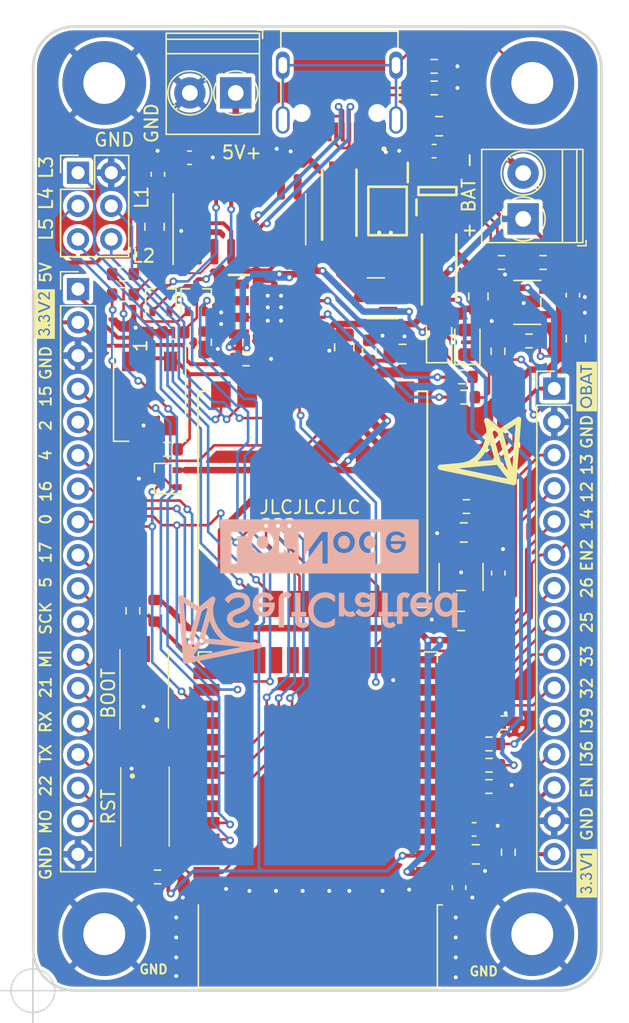
<source format=kicad_pcb>
(kicad_pcb (version 20211014) (generator pcbnew)
  (layers (0 "F.Cu" signal) (31 "B.Cu" signal) (34 "B.Paste" user) (35 "F.Paste" user) (36 "B.SilkS" user "B.Silkscreen") (37 "F.SilkS" user "F.Silkscreen") (38 "B.Mask" user) (39 "F.Mask" user) (44 "Edge.Cuts" user))
  (net 0 "")
  (net 1 "VREG")
  (net 2 "3.3V1")
  (net 3 "GND")
  (net 4 "3.3V2")
  (net 6 "IO15")
  (net 7 "SHLD")
  (net 8 "Net-(J1-PadA5)")
  (net 11 "VBAT+")
  (net 12 "VBAT-")
  (net 13 "RA_CS")
  (net 14 "Net-(C14-Pad1)")
  (net 15 "Net-(D1-Pad1)")
  (net 16 "VBUS")
  (net 17 "Net-(D2-Pad1)")
  (net 18 "Net-(J1-PadB5)")
  (net 19 "Net-(R21-Pad1)")
  (net 21 "TEMP_SENSE")
  (net 22 "PROG")
  (net 23 "STDBY")
  (net 24 "CHRG")
  (net 26 "DP")
  (net 27 "DN")
  (net 28 "Net-(R1-Pad1)")
  (net 29 "ESP_TX")
  (net 30 "ESP_RX")
  (net 31 "Net-(R2-Pad1)")
  (net 32 "LDO2_EN")
  (net 33 "Net-(R15-Pad2)")
  (net 34 "RA_RESET")
  (net 35 "RA_1")
  (net 36 "RA_2")
  (net 37 "RA_5")
  (net 38 "RA_4")
  (net 39 "RA_3")
  (net 40 "ESP_EN")
  (net 41 "ADC_35")
  (net 42 "ESP_VMOSI")
  (net 43 "ESP_VMISO")
  (net 44 "CH_RTS")
  (net 45 "CH_DTR")
  (net 46 "Net-(R23-Pad1)")
  (net 47 "Net-(R24-Pad2)")
  (net 48 "RA_ANT")
  (net 54 "ESP_VSCK")
  (net 55 "Net-(Q5-Pad2)")
  (net 58 "I36")
  (net 59 "I39")
  (net 60 "IO32")
  (net 61 "IO33")
  (net 62 "IO25")
  (net 63 "IO26")
  (net 64 "IO17")
  (net 65 "IO14")
  (net 66 "IO12")
  (net 67 "IO13")
  (net 74 "IO2")
  (net 75 "IO0")
  (net 76 "IO5")
  (net 78 "IO21")
  (net 82 "IO22")
  (net 83 "BP_G2")
  (net 84 "BP_G1")
  (net 85 "ADC_34")
  (net 86 "Net-(R22-Pad2)")
  (footprint "SAMAC:SOT95P280X145-6N" (layer "F.Cu") (at 181.991 58.293 90)
    (fp_text reference "U7" hide)
    (fp_text value "FS312F-G" hide)
  )
  (footprint "Resistor_SMD:R_0603_1608Metric" (layer "F.Cu") (at 161.8488 69.088)
    (fp_text reference "R4" hide)
    (fp_text value "0")
  )
  (footprint "Package_TO_SOT_SMD:SOT-323_SC-70" (layer "F.Cu") (at 161.1208 80.264 180)
    (fp_text reference "Q5" hide)
    (fp_text value "YJL2102W")
  )
  (footprint "Resistor_SMD:R_0603_1608Metric" (layer "F.Cu") (at 158.75 90.361 -90)
    (fp_text reference "R22" hide)
    (fp_text value "330")
  )
  (footprint "LED_SMD:LED_0805_2012Metric" (layer "F.Cu") (at 184.277 69.85 90)
    (fp_text reference "D1" hide)
    (fp_text value "STDBY")
  )
  (footprint "Resistor_SMD:R_0603_1608Metric" (layer "F.Cu") (at 157.988 64.643 180)
    (fp_text reference "R23" hide)
    (fp_text value "470")
  )
  (footprint "Resistor_SMD:R_0603_1608Metric" (layer "F.Cu") (at 185.9158 103.7844 180)
    (fp_text reference "R5" hide)
    (fp_text value "160k")
  )
  (footprint "Resistor_SMD:R_0603_1608Metric" (layer "F.Cu") (at 160.401 90.361 -90)
    (fp_text reference "R6" hide)
    (fp_text value "10k(NC)")
  )
  (footprint "Resistor_SMD:R_0603_1608Metric" (layer "F.Cu") (at 185.928 100.5332)
    (fp_text reference "R16" hide)
    (fp_text value "44.2k")
  )
  (footprint "SAMAC:SKQYABE010" (layer "F.Cu") (at 160.5695 93.7895 90)
    (fp_text reference "SW1" hide)
    (fp_text value "ESP_FLASH" hide)
  )
  (footprint "Connector_PinHeader_2.54mm:PinHeader_2x03_P2.54mm_Vertical" (layer "F.Cu") (at 154.559 56.896)
    (fp_text reference "J7" hide)
    (fp_text value "Breakout LoRA")
  )
  (footprint "Resistor_SMD:R_0603_1608Metric" (layer "F.Cu") (at 188.976 69.7484)
    (fp_text reference "R11" hide)
    (fp_text value "10k")
  )
  (footprint "Resistor_SMD:R_0603_1608Metric" (layer "F.Cu") (at 186.6138 70.5358 -90)
    (fp_text reference "R2" hide)
    (fp_text value "0")
  )
  (footprint "RF_Module:Ai-Thinker-Ra-01-LoRa" (layer "F.Cu") (at 172.466 81.8388 -90)
    (fp_text reference "U5" hide)
    (fp_text value "Ai-Thinker-Ra-01")
  )
  (footprint "Resistor_SMD:R_0603_1608Metric" (layer "F.Cu") (at 187.4012 108.8136 90)
    (fp_text reference "R14" hide)
    (fp_text value "10k")
  )
  (footprint "Resistor_SMD:R_0603_1608Metric" (layer "F.Cu") (at 160.6296 110.6932 180)
    (fp_text reference "R15" hide)
    (fp_text value "330")
  )
  (footprint "Capacitor_SMD:C_0603_1608Metric" (layer "F.Cu") (at 183.642 111.506 -90)
    (fp_text reference "C15" hide)
    (fp_text value "1uF")
  )
  (footprint "Package_TO_SOT_SMD:SOT-323_SC-70" (layer "F.Cu") (at 163.576 66.4972 90)
    (fp_text reference "Q3" hide)
    (fp_text value "YJL2102W")
  )
  (footprint "LED_SMD:LED_WS2812B_PLCC4_5.0x5.0mm_P3.2mm" (layer "F.Cu") (at 160.02 73.7616 -90)
    (fp_text reference "D7" hide)
    (fp_text value "WS2812B")
  )
  (footprint "Resistor_SMD:R_0603_1608Metric" (layer "F.Cu") (at 167.386 71.12)
    (fp_text reference "R18" hide)
    (fp_text value "10k")
  )
  (footprint "MountingHole:MountingHole_3.2mm_M3_Pad" (layer "F.Cu") (at 156.564 50.038)
    (fp_text reference "H2" hide)
    (fp_text value "GND_L2")
  )
  (footprint "Resistor_SMD:R_0603_1608Metric" (layer "F.Cu") (at 186.881 63.754)
    (fp_text reference "R21" hide)
    (fp_text value "1k")
  )
  (footprint "Resistor_SMD:R_0603_1608Metric" (layer "F.Cu") (at 187.0964 98.9152 180)
    (fp_text reference "R10" hide)
    (fp_text value "160k")
  )
  (footprint "Capacitor_SMD:C_0805_2012Metric" (layer "F.Cu") (at 179.324 70.739)
    (fp_text reference "C17" hide)
    (fp_text value "22uF")
  )
  (footprint "Package_SO:SOIC-16_3.9x9.9mm_P1.27mm" (layer "F.Cu") (at 166.878 60.452 90)
    (fp_text reference "U3" hide)
    (fp_text value "CH340C")
  )
  (footprint "USB:B_TYPE-C-31-M-12" (layer "F.Cu") (at 174.51 48.6835 180)
    (fp_text reference "J1" hide)
    (fp_text value "TYPE-C-31-M-12")
  )
  (footprint "TerminalBlock_Phoenix:TerminalBlock_Phoenix_PT-1,5-2-3.5-H_1x02_P3.50mm_Horizontal" (layer "F.Cu") (at 188.53 60.424 90)
    (fp_text reference "J4" hide)
    (fp_text value "BATT_IN")
  )
  (footprint "Connector_PinHeader_2.54mm:PinHeader_1x18_P2.54mm_Vertical" (layer "F.Cu") (at 154.559 65.786)
    (fp_text reference "J3" hide)
    (fp_text value "Breakout Left")
  )
  (footprint "Capacitor_SMD:C_0603_1608Metric" (layer "F.Cu") (at 163.068 55.753 180)
    (fp_text reference "C11" hide)
    (fp_text value "100nF")
  )
  (footprint "Capacitor_SMD:C_0603_1608Metric" (layer "F.Cu") (at 192.3288 66.2432 -90)
    (fp_text reference "C6" hide)
    (fp_text value "100nF")
  )
  (footprint "Resistor_SMD:R_0603_1608Metric" (layer "F.Cu") (at 161.3408 78.0288 180)
    (fp_text reference "R34" hide)
    (fp_text value "100k")
  )
  (footprint "LDO:RT9080-33GJ5" (layer "F.Cu") (at 183.7944 87.7824 -90)
    (fp_text reference "U1" hide)
    (fp_text value "RT9080-33GJ5" hide)
  )
  (footprint "Resistor_SMD:R_0603_1608Metric" (layer "F.Cu") (at 157.988 66.2)
    (fp_text reference "R24" hide)
    (fp_text value "470")
  )
  (footprint "Capacitor_SMD:C_0805_2012Metric" (layer "F.Cu") (at 182.118 53.34 180)
    (fp_text reference "C10" hide)
    (fp_text value "22uF")
  )
  (footprint "Resistor_SMD:R_0603_1608Metric" (layer "F.Cu") (at 181.737 50.419)
    (fp_text reference "R19" hide)
    (fp_text value "5.1k")
  )
  (footprint "Capacitor_SMD:C_0603_1608Metric" (layer "F.Cu") (at 186.6392 87.4776 90)
    (fp_text reference "C5" hide)
    (fp_text value "100nF")
  )
  (footprint "SAMAC:SOIC127P600X175-9N" (layer "F.Cu") (at 169.545 67.31)
    (fp_text reference "U6" hide)
    (fp_text value "TP4056" hide)
  )
  (footprint "Capacitor_SMD:C_0603_1608Metric" (layer "F.Cu") (at 160.655 57.01 90)
    (fp_text reference "C13" hide)
    (fp_text value "100nF")
  )
  (footprint "SAMAC:DIOM5026X262N" (layer "F.Cu") (at 182.118 64.135 90)
    (fp_text reference "D5" hide)
    (fp_text value "MOS_EXT_DIODE" hide)
  )
  (footprint "SAMAC:SKQYABE010" (layer "F.Cu") (at 158.7085 107.8865 -90)
    (fp_text reference "SW2" hide)
    (fp_text value "ESP_RST" hide)
  )
  (footprint "Package_TO_SOT_SMD:SOT-23" (layer "F.Cu") (at 177.292 66.487 180)
    (fp_text reference "Q1" hide)
    (fp_text value "YJL2301G")
  )
  (footprint "Capacitor_SMD:C_0603_1608Metric" (layer "F.Cu") (at 184.785 107.061)
    (fp_text reference "C7" hide)
    (fp_text value "1uF")
  )
  (footprint "Capacitor_SMD:C_0805_2012Metric" (layer "F.Cu") (at 183.7944 91.1352 180)
    (fp_text reference "C3" hide)
    (fp_text value "22uF")
  )
  (footprint "LED_SMD:LED_0805_2012Metric" (layer "F.Cu") (at 182.118 69.723 90)
    (fp_text reference "D2" hide)
    (fp_text value "CHRG")
  )
  (footprint "RF_Module:ESP32-WROOM-32" (layer "F.Cu") (at 172.863 103.385 180)
    (fp_text reference "U4" hide)
    (fp_text value "ESP32-WROOM-32")
  )
  (footprint "Resistor_SMD:R_0603_1608Metric" (layer "F.Cu") (at 183.8452 72.4916)
    (fp_text reference "R8" hide)
    (fp_text value "1k")
  )
  (footprint "LDO:RT9080-33GJ5" (layer "F.Cu") (at 188.849 66.802)
    (fp_text reference "U2" hide)
    (fp_text value "RT9080-33GJ5" hide)
  )
  (footprint "Capacitor_SMD:C_0805_2012Metric" (layer "F.Cu") (at 184.912 108.966)
    (fp_text reference "C9" hide)
    (fp_text value "22uF")
  )
  (footprint "Resistor_SMD:R_0603_1608Metric" (layer "F.Cu") (at 185.928 102.1588)
    (fp_text reference "R3" hide)
    (fp_text value "100k")
  )
  (footprint "Capacitor_SMD:C_0805_2012Metric" (layer "F.Cu") (at 183.9976 84.3788 180)
    (fp_text reference "C1" hide)
    (fp_text value "22uF")
  )
  (footprint "Capacitor_SMD:C_0603_1608Metric" (layer "F.Cu") (at 181.737 55.245 180)
    (fp_text reference "C14" hide)
    (fp_text value "100nF")
  )
  (footprint "Capacitor_SMD:C_0805_2012Metric" (layer "F.Cu") (at 174.879 70.231 -90)
    (fp_text reference "C8" hide)
    (fp_text value "22uF")
  )
  (footprint "SAMAC:SOP65P640X120-8N" (layer "F.Cu") (at 178.181 59.817 -90)
    (fp_text reference "Q2" hide)
    (fp_text value "FS8205A" hide)
  )
  (footprint "Resistor_SMD:R_0603_1608Metric" (layer "F.Cu") (at 181.737 48.768)
    (fp_text reference "R20" hide)
    (fp_text value "5.1k")
  )
  (footprint "MountingHole:MountingHole_3.2mm_M3_Pad" (layer "F.Cu") (at 189.23 115.062)
    (fp_text reference "H1" hide)
    (fp_text value "GND_L1")
  )
  (footprint "Resistor_SMD:R_0603_1608Metric" (layer "F.Cu") (at 184.023 74.041)
    (fp_text reference "R7" hide)
    (fp_text value "1k")
  )
  (footprint "Capacitor_SMD:C_0603_1608Metric" (layer "F.Cu") (at 176.784 70.472 90)
    (fp_text reference "C18" hide)
    (fp_text value "100nF")
  )
  (footprint "TerminalBlock_Phoenix:TerminalBlock_Phoenix_PT-1,5-2-3.5-H_1x02_P3.50mm_Horizontal" (layer "F.Cu") (at 166.596 50.8 180)
    (fp_text reference "J6" hide)
    (fp_text value "CHG_IN")
  )
  (footprint "SAMAC:DIOM5026X262N" (layer "F.Cu") (at 174.498 59.182 90)
    (fp_text reference "D6" hide)
    (fp_text value "CHG_IN" hide)
  )
  (footprint "Resistor_SMD:R_0603_1608Metric" (layer "F.Cu") (at 184.2008 82.3976)
    (fp_text reference "R1" hide)
    (fp_text value "0")
  )
  (footprint "Resistor_SMD:R_0603_1608Metric" (layer "F.Cu") (at 164.211 69.85 -90)
    (fp_text reference "R9" hide)
    (fp_text value "12k")
  )
  (footprint "Capacitor_SMD:C_0805_2012Metric" (layer "F.Cu") (at 192.5574 69.5706 90)
    (fp_text reference "C4" hide)
    (fp_text value "22uF")
  )
  (footprint "MountingHole:MountingHole_3.2mm_M3_Pad" (layer "F.Cu") (at 189.23 50.038)
    (fp_text reference "H4" hide)
    (fp_text value "SHLD")
  )
  (footprint "Capacitor_SMD:C_0805_2012Metric" (layer "F.Cu") (at 160.401 61.026 -90)
    (fp_text reference "C12" hide)
    (fp_text value "22uF")
  )
  (footprint "Package_TO_SOT_SMD:SOT-323_SC-70" (layer "F.Cu") (at 160.8836 66.4972 90)
    (fp_text reference "Q4" hide)
    (fp_text value "YJL2102W")
  )
  (footprint "MountingHole:MountingHole_3.2mm_M3_Pad" (layer "F.Cu") (at 156.564 115.062)
    (fp_text reference "H3" hide)
    (fp_text value "GND_L3")
  )
  (footprint "Connector_PinHeader_2.54mm:PinHeader_1x15_P2.54mm_Vertical" (layer "F.Cu") (at 190.9064 73.386)
    (fp_text reference "J2" hide)
    (fp_text value "Breakout Right")
  )
  (footprint "Resistor_SMD:R_0603_1608Metric" (layer "F.Cu") (at 190.055 63.754)
    (fp_text reference "R25" hide)
    (fp_text value "100R")
  )
  (footprint "Capacitor_SMD:C_0805_2012Metric" (layer "F.Cu") (at 185.1152 66.3448 -90)
    (fp_text reference "C2" hide)
    (fp_text value "22uF")
  )
  (gr_poly (pts (xy 178.823843 85.621352) (xy 178.805649 85.620292) (xy 178.788018 85.61854) (xy 178.770944 85.616104) (xy 178.754421 85.612997) (xy 178.738442 85.609228) (xy 178.723001 85.604807) (xy 178.708092 85.599747) (xy 178.69371 85.594056) (xy 178.679847 85.587745) (xy 178.666497 85.580826) (xy 178.653654 85.573308) (xy 178.641313 85.565202) (xy 178.629467 85.556519) (xy 178.618109 85.54727) (xy 178.607233 85.537464) (xy 178.596834 85.527112) (xy 178.586905 85.516225) (xy 178.57744 85.504813) (xy 178.568432 85.492888) (xy 178.559876 85.480459) (xy 178.551765 85.467537) (xy 178.536854 85.440256) (xy 178.52365 85.411129) (xy 178.512102 85.380241) (xy 178.502162 85.347677) (xy 178.49378 85.31352) (xy 179.1745 85.31352) (xy 179.16735 85.349351) (xy 179.158572 85.383159) (xy 179.148128 85.414902) (xy 179.142268 85.429987) (xy 179.135977 85.444542) (xy 179.129249 85.458561) (xy 179.122079 85.472039) (xy 179.114463 85.484971) (xy 179.106396 85.497353) (xy 179.097872 85.509179) (xy 179.088887 85.520444) (xy 179.079436 85.531144) (xy 179.069513 85.541274) (xy 179.059114 85.550827) (xy 179.048234 85.559801) (xy 179.036868 85.568189) (xy 179.02501 85.575987) (xy 179.012657 85.583189) (xy 178.999802 85.589792) (xy 178.986442 85.595789) (xy 178.97257 85.601175) (xy 178.958182 85.605947) (xy 178.943274 85.610098) (xy 178.92784 85.613625) (xy 178.911874 85.616521) (xy 178.895374 85.618783) (xy 178.878332 85.620404) (xy 178.860745 85.62138) (xy 178.842607 85.621707)) (layer "B.SilkS") (width 0.12) (fill solid))
  (gr_line (start 164.688063 90.602847) (end 164.676014 90.48489) (layer "B.SilkS") (width 0.396874))
  (gr_poly (pts (xy 175.278696 90.766411) (xy 175.242423 90.762455) (xy 175.206607 90.75596) (xy 175.171316 90.747003) (xy 175.136621 90.735666) (xy 175.102591 90.722027) (xy 175.069295 90.706165) (xy 175.036802 90.68816) (xy 175.005183 90.668091) (xy 174.974506 90.646038) (xy 174.944841 90.62208) (xy 174.916258 90.596297) (xy 174.888826 90.568767) (xy 174.862614 90.53957) (xy 174.837692 90.508786) (xy 174.814129 90.476493) (xy 174.800582 90.73388) (xy 174.526262 90.73388) (xy 174.526262 89.040547) (xy 174.824289 89.040547) (xy 174.824289 89.988813) (xy 174.824957 90.016809) (xy 174.826936 90.044266) (xy 174.830186 90.071161) (xy 174.834667 90.097471) (xy 174.840342 90.123174) (xy 174.847171 90.148246) (xy 174.855115 90.172664) (xy 174.864135 90.196405) (xy 174.874192 90.219448) (xy 174.885247 90.241767) (xy 174.89726 90.263342) (xy 174.910193 90.284148) (xy 174.924006 90.304163) (xy 174.938661 90.323363) (xy 174.954118 90.341727) (xy 174.970339 90.35923) (xy 174.987284 90.37585) (xy 175.004914 90.391565) (xy 175.023191 90.40635) (xy 175.042074 90.420183) (xy 175.061526 90.433042) (xy 175.081506 90.444903) (xy 175.101977 90.455743) (xy 175.122898 90.46554) (xy 175.144231 90.47427) (xy 175.165936 90.48191) (xy 175.187976 90.488438) (xy 175.21031 90.49383) (xy 175.232899 90.498064) (xy 175.255705 90.501117) (xy 175.278688 90.502965) (xy 175.301809 90.503587) (xy 175.324154 90.503201) (xy 175.345472 90.502092) (xy 175.365768 90.500327) (xy 175.385047 90.497978) (xy 175.403314 90.495112) (xy 175.420574 90.4918) (xy 175.436832 90.48811) (xy 175.452093 90.484113) (xy 175.466361 90.479878) (xy 175.479642 90.475475) (xy 175.503263 90.466439) (xy 175.522994 90.457562) (xy 175.538876 90.4494) (xy 175.684503 90.666147) (xy 175.666702 90.679008) (xy 175.648777 90.690932) (xy 175.630605 90.701932) (xy 175.61206 90.712025) (xy 175.593019 90.721226) (xy 175.573358 90.729548) (xy 175.552953 90.737006) (xy 175.531679 90.743617) (xy 175.509414 90.749394) (xy 175.486032 90.754352) (xy 175.46141 90.758507) (xy 175.435424 90.761873) (xy 175.407949 90.764465) (xy 175.378862 90.766298) (xy 175.348039 90.767387) (xy 175.315356 90.767747)) (layer "B.SilkS") (width 0.12) (fill solid))
  (gr_line (start 166.250565 92.767858) (end 166.250565 92.767858) (layer "B.SilkS") (width 0.396874))
  (gr_line (start 168.375341 93.035404) (end 163.967714 92.639932) (layer "B.SilkS") (width 0.396874))
  (gr_poly (pts (xy 180.740445 90.766643) (xy 180.695464 90.763364) (xy 180.651639 90.757955) (xy 180.608989 90.750463) (xy 180.567538 90.740934) (xy 180.527307 90.729416) (xy 180.488317 90.715954) (xy 180.45059 90.700595) (xy 180.414148 90.683386) (xy 180.379013 90.664373) (xy 180.345206 90.643603) (xy 180.312749 90.621121) (xy 180.281663 90.596975) (xy 180.251971 90.571212) (xy 180.223695 90.543877) (xy 180.196855 90.515017) (xy 180.171473 90.484678) (xy 180.147572 90.452908) (xy 180.125173 90.419753) (xy 180.104297 90.385258) (xy 180.084966 90.349472) (xy 180.067203 90.312439) (xy 180.051029 90.274208) (xy 180.036464 90.234823) (xy 180.023532 90.194332) (xy 180.012254 90.152782) (xy 180.002652 90.110218) (xy 179.994746 90.066687) (xy 179.98856 90.022236) (xy 179.984114 89.976911) (xy 179.981431 89.93076) (xy 179.980531 89.883827) (xy 179.981421 89.836914) (xy 179.984077 89.790818) (xy 179.988479 89.745585) (xy 179.994607 89.701258) (xy 180.002442 89.65788) (xy 180.011964 89.615497) (xy 180.023153 89.574152) (xy 180.035988 89.533889) (xy 180.050451 89.494752) (xy 180.066521 89.456785) (xy 180.084179 89.420033) (xy 180.103404 89.384538) (xy 180.124177 89.350346) (xy 180.146478 89.3175) (xy 180.170287 89.286045) (xy 180.195585 89.256024) (xy 180.222351 89.227481) (xy 180.250565 89.20046) (xy 180.280208 89.175006) (xy 180.31126 89.151163) (xy 180.343702 89.128973) (xy 180.377512 89.108483) (xy 180.412672 89.089735) (xy 180.449161 89.072773) (xy 180.48696 89.057642) (xy 180.526049 89.044386) (xy 180.566408 89.033048) (xy 180.608017 89.023673) (xy 180.650856 89.016305) (xy 180.694906 89.010987) (xy 180.740147 89.007764) (xy 180.786558 89.00668) (xy 180.845215 89.008377) (xy 180.901804 89.013427) (xy 180.956319 89.021771) (xy 181.008755 89.03335) (xy 181.059108 89.048104) (xy 181.107372 89.065973) (xy 181.153542 89.086899) (xy 181.197614 89.11082) (xy 181.239583 89.137679) (xy 181.279443 89.167415) (xy 181.31719 89.199968) (xy 181.352819 89.23528) (xy 181.386324 89.273291) (xy 181.417701 89.313941) (xy 181.446945 89.35717) (xy 181.474051 89.40292) (xy 181.264078 89.548547) (xy 181.238737 89.510787) (xy 181.213436 89.476183) (xy 181.188056 89.444635) (xy 181.162478 89.416043) (xy 181.149577 89.402825) (xy 181.136582 89.390309) (xy 181.123477 89.378483) (xy 181.110249 89.367334) (xy 181.096882 89.356849) (xy 181.083361 89.347017) (xy 181.069671 89.337825) (xy 181.055798 89.32926) (xy 181.041726 89.321311) (xy 181.027441 89.313964) (xy 181.012928 89.307208) (xy 180.998172 89.301029) (xy 180.983157 89.295416) (xy 180.96787 89.290356) (xy 180.952295 89.285837) (xy 180.936418 89.281847) (xy 180.903695 89.275401) (xy 180.869584 89.27092) (xy 180.833965 89.268303) (xy 180.796718 89.267453) (xy 180.767588 89.268065) (xy 180.739254 89.269888) (xy 180.711718 89.272901) (xy 180.684984 89.277084) (xy 180.659054 89.282419) (xy 180.63393 89.288885) (xy 180.609614 89.296462) (xy 180.586109 89.30513) (xy 180.563419 89.31487) (xy 180.541544 89.325662) (xy 180.520487 89.337485) (xy 180.500252 89.350321) (xy 180.48084 89.364149) (xy 180.462255 89.378949) (xy 180.444497 89.394702) (xy 180.427571 89.411387) (xy 180.411478 89.428985) (xy 180.396221 89.447476) (xy 180.381803 89.46684) (xy 180.368225 89.487058) (xy 180.355491 89.508109) (xy 180.343602 89.529973) (xy 180.332562 89.552631) (xy 180.322373 89.576063) (xy 180.313037 89.60025) (xy 180.304556 89.62517) (xy 180.296934 89.650805) (xy 180.290173 89.677134) (xy 180.279242 89.731797) (xy 180.271784 89.789) (xy 181.551944 89.789) (xy 181.553055 89.801694) (xy 181.55389 89.814347) (xy 181.554488 89.826922) (xy 181.554889 89.839377) (xy 181.555257 89.863771) (xy 181.55531 89.887213) (xy 181.551997 89.981934) (xy 181.54758 90.02268) (xy 181.284398 90.02268) (xy 180.278558 90.02268) (xy 180.288357 90.076154) (xy 180.301233 90.127257) (xy 180.317164 90.175839) (xy 180.336131 90.221753) (xy 180.346747 90.243662) (xy 180.358115 90.264848) (xy 180.370231 90.285293) (xy 180.383095 90.304977) (xy 180.396702 90.323883) (xy 180.411051 90.341991) (xy 180.42614 90.359283) (xy 180.441965 90.37574) (xy 180.458524 90.391344) (xy 180.475815 90.406076) (xy 180.493835 90.419918) (xy 180.512582 90.43285) (xy 180.532053 90.444855) (xy 180.552246 90.455914) (xy 180.573159 90.466007) (xy 180.594788 90.475118) (xy 180.617131 90.483226) (xy 180.640187 90.490313) (xy 180.663952 90.496361) (xy 180.688424 90.501351) (xy 180.7136 90.505265) (xy 180.739478 90.508083) (xy 180.766056 90.509788) (xy 180.793331 90.51036) (xy 180.81998 90.509807) (xy 180.84595 90.508157) (xy 180.871235 90.505426) (xy 180.895831 90.501629) (xy 180.919732 90.496779) (xy 180.942933 90.490893) (xy 180.96543 90.483985) (xy 180.987218 90.47607) (xy 181.008291 90.467163) (xy 181.028645 90.457278) (xy 181.048274 90.446431) (xy 181.067175 90.434636) (xy 181.085341 90.421909) (xy 181.102768 90.408264) (xy 181.119451 90.393716) (xy 181.135384 90.37828) (xy 181.150564 90.361971) (xy 181.164985 90.344804) (xy 181.178641 90.326793) (xy 181.191529 90.307954) (xy 181.203643 90.288301) (xy 181.214978 90.26785) (xy 181.225529 90.246614) (xy 181.235291 90.22461) (xy 181.24426 90.201852) (xy 181.252429 90.178354) (xy 181.259796 90.154133) (xy 181.266353 90.129201) (xy 181.272097 90.103576) (xy 181.277022 90.07727) (xy 181.284398 90.02268) (xy 181.54758 90.02268) (xy 181.542141 90.072845) (xy 181.525866 90.159628) (xy 181.51536 90.201373) (xy 181.503296 90.241967) (xy 181.489689 90.28137) (xy 181.474555 90.319543) (xy 181.457909 90.356445) (xy 181.439767 90.392038) (xy 181.420143 90.426282) (xy 181.399055 90.459137) (xy 181.376517 90.490563) (xy 181.352544 90.52052) (xy 181.327152 90.548969) (xy 181.300358 90.575871) (xy 181.272175 90.601185) (xy 181.24262 90.624872) (xy 181.211708 90.646892) (xy 181.179455 90.667205) (xy 181.145876 90.685772) (xy 181.110987 90.702553) (xy 181.074802 90.717509) (xy 181.037339 90.730599) (xy 180.998611 90.741784) (xy 180.958635 90.751025) (xy 180.917426 90.758281) (xy 180.875 90.763513) (xy 180.831372 90.766682) (xy 180.786558 90.767747)) (layer "B.SilkS") (width 0.12) (fill solid))
  (gr_line (start 166.250565 92.767858) (end 166.143734 92.723254) (layer "B.SilkS") (width 0.396874))
  (gr_line (start 168.375328 93.035404) (end 168.295307 93.040828) (layer "B.SilkS") (width 0.396874))
  (gr_poly (pts (xy 176.416474 90.76637) (xy 176.359596 90.76229) (xy 176.30501 90.75558) (xy 176.252711 90.746315) (xy 176.202694 90.73457) (xy 176.154954 90.720419) (xy 176.109486 90.703937) (xy 176.066286 90.685197) (xy 176.025347 90.664274) (xy 175.986666 90.641243) (xy 175.950237 90.616178) (xy 175.916055 90.589153) (xy 175.884116 90.560243) (xy 175.854414 90.529522) (xy 175.826944 90.497066) (xy 175.801702 90.462947) (xy 176.008289 90.280067) (xy 176.027933 90.307806) (xy 176.048763 90.333863) (xy 176.070774 90.358224) (xy 176.082221 90.369763) (xy 176.093961 90.380873) (xy 176.105993 90.391551) (xy 176.118318 90.401796) (xy 176.130934 90.411605) (xy 176.143841 90.420977) (xy 176.157039 90.42991) (xy 176.170526 90.438403) (xy 176.184301 90.446452) (xy 176.198366 90.454057) (xy 176.212717 90.461215) (xy 176.227356 90.467925) (xy 176.242282 90.474185) (xy 176.257493 90.479993) (xy 176.27299 90.485346) (xy 176.288771 90.490244) (xy 176.304837 90.494685) (xy 176.321185 90.498665) (xy 176.337817 90.502185) (xy 176.35473 90.505241) (xy 176.389402 90.509957) (xy 176.425194 90.512797) (xy 176.462103 90.513747) (xy 176.50477 90.512429) (xy 176.546266 90.508442) (xy 176.586374 90.501736) (xy 176.624874 90.492263) (xy 176.661548 90.479971) (xy 176.679133 90.472753) (xy 176.696179 90.464812) (xy 176.712659 90.456142) (xy 176.728547 90.446736) (xy 176.743815 90.436589) (xy 176.758435 90.425693) (xy 176.772381 90.414044) (xy 176.785624 90.401634) (xy 176.798139 90.388458) (xy 176.809896 90.37451) (xy 176.82087 90.359782) (xy 176.831033 90.34427) (xy 176.840358 90.327966) (xy 176.848817 90.310864) (xy 176.856382 90.292959) (xy 176.863028 90.274244) (xy 176.868726 90.254713) (xy 176.873449 90.23436) (xy 176.87717 90.213178) (xy 176.879862 90.191162) (xy 176.881497 90.168304) (xy 176.882048 90.1446) (xy 176.882048 89.944787) (xy 176.573863 89.995587) (xy 176.519358 90.003733) (xy 176.466952 90.009797) (xy 176.416621 90.013839) (xy 176.368341 90.01592) (xy 176.322087 90.016101) (xy 176.277836 90.014443) (xy 176.235563 90.011007) (xy 176.195244 90.005853) (xy 176.156854 89.999041) (xy 176.120371 89.990634) (xy 176.085768 89.980691) (xy 176.053023 89.969274) (xy 176.022112 89.956443) (xy 175.993009 89.942258) (xy 175.96569 89.926782) (xy 175.940132 89.910073) (xy 175.916311 89.892194) (xy 175.894202 89.873205) (xy 175.87378 89.853167) (xy 175.855023 89.83214) (xy 175.837905 89.810186) (xy 175.822402 89.787365) (xy 175.808491 89.763737) (xy 175.796146 89.739364) (xy 175.776062 89.688626) (xy 175.761956 89.635634) (xy 175.753634 89.580877) (xy 175.750903 89.52484) (xy 175.751534 89.496835) (xy 175.75341 89.46935) (xy 175.756509 89.442409) (xy 175.760805 89.416037) (xy 175.766274 89.390258) (xy 175.772892 89.365096) (xy 175.780635 89.340575) (xy 175.789479 89.316719) (xy 175.799399 89.293553) (xy 175.810372 89.271101) (xy 175.822373 89.249386) (xy 175.835377 89.228434) (xy 175.849362 89.208268) (xy 175.864302 89.188913) (xy 175.880174 89.170392) (xy 175.896952 89.15273) (xy 175.914614 89.135951) (xy 175.933135 89.12008) (xy 175.95249 89.10514) (xy 175.972656 89.091155) (xy 175.993608 89.07815) (xy 176.015323 89.066149) (xy 176.037775 89.055177) (xy 176.060941 89.045256) (xy 176.084796 89.036413) (xy 176.109317 89.02867) (xy 176.13448 89.022051) (xy 176.160259 89.016582) (xy 176.186631 89.012286) (xy 176.213572 89.009188) (xy 176.241057 89.007311) (xy 176.269062 89.00668) (xy 176.310366 89.007975) (xy 176.351685 89.0118) (xy 176.392954 89.018066) (xy 176.434109 89.026683) (xy 176.475086 89.037562) (xy 176.515819 89.050614) (xy 176.556245 89.06575) (xy 176.596299 89.08288) (xy 176.635916 89.101915) (xy 176.675032 89.122766) (xy 176.713583 89.145343) (xy 176.751503 89.169558) (xy 176.78873 89.19532) (xy 176.825197 89.22254) (xy 176.86084 89.25113) (xy 176.895596 89.281) (xy 176.912529 89.040547) (xy 177.176689 89.040547) (xy 177.176689 89.531613) (xy 176.882048 89.531613) (xy 176.851852 89.504724) (xy 176.820976 89.478743) (xy 176.789455 89.453784) (xy 176.757324 89.429961) (xy 176.724617 89.407387) (xy 176.69137 89.386179) (xy 176.657617 89.366448) (xy 176.623392 89.34831) (xy 176.588731 89.331879) (xy 176.553668 89.317268) (xy 176.518238 89.304592) (xy 176.482475 89.293965) (xy 176.446415 89.285501) (xy 176.410092 89.279313) (xy 176.37354 89.275518) (xy 176.336795 89.274227) (xy 176.321091 89.274533) (xy 176.305733 89.275445) (xy 176.290733 89.276953) (xy 176.2761 89.279049) (xy 176.261844 89.281722) (xy 176.247975 89.284965) (xy 176.234503 89.288766) (xy 176.221437 89.293118) (xy 176.208788 89.298011) (xy 176.196566 89.303434) (xy 176.184781 89.30938) (xy 176.173442 89.315839) (xy 176.162559 89.322802) (xy 176.152143 89.330258) (xy 176.142203 89.3382) (xy 176.132749 89.346617) (xy 176.123791 89.3555) (xy 176.115339 89.364841) (xy 176.107404 89.374629) (xy 176.099994 89.384856) (xy 176.093119 89.395512) (xy 176.086791 89.406587) (xy 176.081018 89.418073) (xy 176.075811 89.429961) (xy 176.071179 89.44224) (xy 176.067132 89.454902) (xy 176.063681 89.467937) (xy 176.060835 89.481336) (xy 176.058605 89.49509) (xy 176.056999 89.509189) (xy 176.056028 89.523625) (xy 176.055702 89.538387) (xy 176.056065 89.553879) (xy 176.057176 89.569214) (xy 176.059068 89.584356) (xy 176.061775 89.599267) (xy 176.06533 89.613911) (xy 176.069767 89.628249) (xy 176.075119 89.642245) (xy 176.08142 89.655862) (xy 176.088703 89.669062) (xy 176.097002 89.681807) (xy 176.10635 89.694062) (xy 176.116781 89.705789) (xy 176.128329 89.71695) (xy 176.141026 89.727508) (xy 176.154906 89.737426) (xy 176.170002 89.746667) (xy 176.186349 89.755193) (xy 176.20398 89.762968) (xy 176.222927 89.769955) (xy 176.243226 89.776115) (xy 176.264908 89.781412) (xy 176.288008 89.785809) (xy 176.312559 89.789268) (xy 176.338595 89.791752) (xy 176.366148 89.793224) (xy 176.395254 89.793647) (xy 176.425944 89.792983) (xy 176.458253 89.791196) (xy 176.492213 89.788248) (xy 176.527859 89.784102) (xy 176.565225 89.778721) (xy 176.604342 89.772067) (xy 176.882048 89.724653) (xy 176.882048 89.531613) (xy 177.176689 89.531613) (xy 177.176689 90.12428) (xy 177.175784 90.164564) (xy 177.173095 90.203502) (xy 177.168667 90.2411) (xy 177.162541 90.277361) (xy 177.15476 90.312291) (xy 177.145368 90.345893) (xy 177.134408 90.378171) (xy 177.121921 90.40913) (xy 177.10795 90.438775) (xy 177.092539 90.46711) (xy 177.075731 90.494138) (xy 177.057567 90.519865) (xy 177.038091 90.544295) (xy 177.017346 90.567432) (xy 176.995375 90.58928) (xy 176.972219 90.609843) (xy 176.947923 90.629127) (xy 176.922528 90.647136) (xy 176.896078 90.663873) (xy 176.868615 90.679343) (xy 176.840182 90.69355) (xy 176.810822 90.7065) (xy 176.780578 90.718195) (xy 176.749493 90.728641) (xy 176.717608 90.737842) (xy 176.684968 90.745802) (xy 176.651615 90.752525) (xy 176.617591 90.758017) (xy 176.547704 90.76532) (xy 176.475649 90.767747)) (layer "B.SilkS") (width 0.12) (fill solid))
  (gr_line (start 164.688041 90.023853) (end 164.706834 89.912932) (layer "B.SilkS") (width 0.396874))
  (gr_line (start 164.676014 90.48489) (end 164.669842 90.367685) (layer "B.SilkS") (width 0.396874))
  (gr_line (start 165.937754 92.613973) (end 165.838898 92.549953) (layer "B.SilkS") (width 0.396874))
  (gr_line (start 164.924641 91.421975) (end 164.831324 91.192394) (layer "B.SilkS") (width 0.396874))
  (gr_line (start 162.776838 94.202468) (end 168.375341 93.035404) (layer "B.SilkS") (width 0.396874))
  (gr_line (start 166.039414 92.67185) (end 165.937754 92.613973) (layer "B.SilkS") (width 0.396874))
  (gr_line (start 164.764387 89.698595) (end 164.80344 89.595835) (layer "B.SilkS") (width 0.396874))
  (gr_poly (pts (xy 165.468682 83.430533) (xy 180.497014 83.430533) (xy 180.497014 85.127254) (xy 179.64186 85.127254) (xy 179.641701 85.109467) (xy 179.641225 85.091641) (xy 179.640431 85.073735) (xy 179.63932 85.05571) (xy 179.637891 85.037527) (xy 179.636145 85.019145) (xy 179.634081 85.000525) (xy 179.6317 84.981627) (xy 178.48362 84.981627) (xy 178.489701 84.94076) (xy 178.497821 84.902027) (xy 178.508035 84.865496) (xy 178.513944 84.848079) (xy 178.520397 84.831238) (xy 178.527401 84.814982) (xy 178.534962 84.799321) (xy 178.543087 84.784262) (xy 178.551783 84.769815) (xy 178.561058 84.755987) (xy 178.570917 84.742789) (xy 178.581368 84.730228) (xy 178.592417 84.718313) (xy 178.604071 84.707054) (xy 178.616337 84.696457) (xy 178.629223 84.686533) (xy 178.642734 84.67729) (xy 178.656877 84.668736) (xy 178.67166 84.660881) (xy 178.687089 84.653732) (xy 178.703171 84.647299) (xy 178.719913 84.641591) (xy 178.737322 84.636615) (xy 178.755403 84.632381) (xy 178.774166 84.628897) (xy 178.793615 84.626173) (xy 178.813758 84.624216) (xy 178.834602 84.623035) (xy 178.856153 84.62264) (xy 178.88661 84.62333) (xy 178.915817 84.625458) (xy 178.943873 84.629114) (xy 178.970877 84.634388) (xy 178.984015 84.637659) (xy 178.996928 84.641368) (xy 179.009628 84.645526) (xy 179.022126 84.650144) (xy 179.034437 84.655233) (xy 179.046571 84.660805) (xy 179.058541 84.66687) (xy 179.07036 84.67344) (xy 179.08204 84.680526) (xy 179.093594 84.688139) (xy 179.105033 84.696291) (xy 179.116371 84.704992) (xy 179.127619 84.714253) (xy 179.138791 84.724086) (xy 179.160953 84.745513) (xy 179.182957 84.76936) (xy 179.204901 84.795717) (xy 179.226884 84.824674) (xy 179.249007 84.85632) (xy 179.597833 84.6836) (xy 179.572689 84.634008) (xy 179.544315 84.586895) (xy 179.512815 84.542363) (xy 179.478294 84.500509) (xy 179.440857 84.461433) (xy 179.400606 84.425235) (xy 179.357647 84.392013) (xy 179.312083 84.361867) (xy 179.264019 84.334896) (xy 179.213559 84.3112) (xy 179.160807 84.290876) (xy 179.105867 84.274026) (xy 179.048844 84.260747) (xy 178.989841 84.251139) (xy 178.928963 84.245302) (xy 178.866313 84.243334) (xy 178.811663 84.244428) (xy 178.758832 84.247679) (xy 178.707816 84.253042) (xy 178.658609 84.260472) (xy 178.611205 84.269924) (xy 178.582168 84.2772) (xy 177.685933 84.2772) (xy 177.249053 84.273814) (xy 177.22196 84.44992) (xy 177.198587 84.426392) (xy 177.174203 84.404095) (xy 177.148826 84.383067) (xy 177.122477 84.363349) (xy 177.095175 84.34498) (xy 177.06694 84.328001) (xy 177.037793 84.31245) (xy 177.007753 84.298367) (xy 176.97684 84.285793) (xy 176.945073 84.274766) (xy 176.912473 84.265327) (xy 176.87906 84.257516) (xy 176.844852 84.251371) (xy 176.809871 84.246932) (xy 176.774136 84.24424) (xy 176.737667 84.243334) (xy 176.694591 84.244457) (xy 176.652382 84.247791) (xy 176.611072 84.253285) (xy 176.570695 84.260889) (xy 176.531282 84.270552) (xy 176.492867 84.282223) (xy 176.455482 84.295851) (xy 176.419161 84.311385) (xy 176.383937 84.328774) (xy 176.349841 84.347968) (xy 176.316908 84.368916) (xy 176.28517 84.391567) (xy 176.254659 84.415869) (xy 176.225409 84.441773) (xy 176.197453 84.469227) (xy 176.170823 84.49818) (xy 176.145553 84.528582) (xy 176.121674 84.560382) (xy 176.099221 84.593529) (xy 176.078226 84.627972) (xy 176.058721 84.66366) (xy 176.04074 84.700542) (xy 176.024315 84.738568) (xy 176.00948 84.777686) (xy 175.996267 84.817846) (xy 175.984709 84.858997) (xy 175.97484 84.901089) (xy 175.96669 84.944069) (xy 175.960295 84.987888) (xy 175.955686 85.032495) (xy 175.952897 85.077838) (xy 175.95196 85.123867) (xy 175.745331 85.123867) (xy 175.744246 85.078136) (xy 175.741022 85.033053) (xy 175.735701 84.98867) (xy 175.728325 84.945042) (xy 175.718937 84.902219) (xy 175.70758 84.860255) (xy 175.694298 84.819203) (xy 175.679132 84.779115) (xy 175.662125 84.740044) (xy 175.643321 84.702043) (xy 175.622762 84.665164) (xy 175.600491 84.62946) (xy 175.576551 84.594984) (xy 175.550983 84.561789) (xy 175.523832 84.529927) (xy 175.495141 84.49945) (xy 175.46495 84.470413) (xy 175.433305 84.442867) (xy 175.400247 84.416865) (xy 175.365819 84.39246) (xy 175.330064 84.369704) (xy 175.293024 84.34865) (xy 175.254744 84.329352) (xy 175.215264 84.311861) (xy 175.174629 84.29623) (xy 175.13288 84.282513) (xy 175.090062 84.270761) (xy 175.046215 84.261028) (xy 175.001384 84.253366) (xy 174.955611 84.247828) (xy 174.908939 84.244466) (xy 174.86141 84.243334) (xy 174.813584 84.244466) (xy 174.766652 84.247828) (xy 174.720654 84.253366) (xy 174.675633 84.261028) (xy 174.631629 84.270761) (xy 174.608099 84.2772) (xy 173.670616 84.2772) (xy 173.149071 84.2772) (xy 171.851977 86.04504) (xy 171.851977 84.2772) (xy 171.34059 84.2772) (xy 171.34059 85.858774) (xy 171.203896 85.858774) (xy 170.997309 85.4964) (xy 170.97818 85.509471) (xy 170.956034 85.522859) (xy 170.943681 85.529473) (xy 170.930396 85.535929) (xy 170.916118 85.542147) (xy 170.900789 85.548047) (xy 170.884348 85.55355) (xy 170.866737 85.558577) (xy 170.847895 85.563049) (xy 170.827764 85.566885) (xy 170.806283 85.570007) (xy 170.783393 85.572336) (xy 170.759035 85.573791) (xy 170.733149 85.574294) (xy 170.714124 85.573799) (xy 170.695175 85.572323) (xy 170.676334 85.569876) (xy 170.657637 85.566469) (xy 170.639118 85.562111) (xy 170.620813 85.556814) (xy 170.602756 85.550588) (xy 170.584982 85.543443) (xy 170.567526 85.535391) (xy 170.550421 85.526441) (xy 170.533704 85.516605) (xy 170.517408 85.505892) (xy 170.501568 85.494314) (xy 170.48622 85.48188) (xy 170.471398 85.468602) (xy 170.457136 85.45449) (xy 170.443469 85.439555) (xy 170.430433 85.423806) (xy 170.418061 85.407255) (xy 170.406389 85.389912) (xy 170.395451 85.371788) (xy 170.385282 85.352893) (xy 170.375916 85.333237) (xy 170.367389 85.312832) (xy 170.359735 85.291688) (xy 170.352989 85.269815) (xy 170.347186 85.247224) (xy 170.34236 85.223926) (xy 170.338546 85.19993) (xy 170.335778 85.175248) (xy 170.334092 85.14989) (xy 170.333523 85.123867) (xy 170.333523 84.2772) (xy 169.839069 84.2772) (xy 169.839069 85.123867) (xy 169.534248 85.123867) (xy 169.533164 85.078136) (xy 169.52994 85.033053) (xy 169.524618 84.98867) (xy 169.517242 84.945042) (xy 169.507854 84.902219) (xy 169.496498 84.860255) (xy 169.483215 84.819203) (xy 169.468049 84.779115) (xy 169.451043 84.740044) (xy 169.432239 84.702043) (xy 169.41168 84.665164) (xy 169.389409 84.62946) (xy 169.365468 84.594984) (xy 169.339901 84.561789) (xy 169.31275 84.529927) (xy 169.284058 84.49945) (xy 169.253868 84.470413) (xy 169.222222 84.442867) (xy 169.189164 84.416865) (xy 169.154736 84.39246) (xy 169.118981 84.369704) (xy 169.081942 84.34865) (xy 169.043661 84.329352) (xy 169.004181 84.311861) (xy 168.963546 84.29623) (xy 168.921798 84.282513) (xy 168.878979 84.270761) (xy 168.835132 84.261028) (xy 168.790301 84.253366) (xy 168.744528 84.247828) (xy 168.697856 84.244466) (xy 168.650327 84.243334) (xy 168.602501 84.244466) (xy 168.555568 84.247828) (xy 168.509571 84.253366) (xy 168.46455 84.261028) (xy 168.420546 84.270761) (xy 168.397016 84.2772) (xy 167.582491 84.2772) (xy 166.214278 84.2772) (xy 166.214278 86.8172) (xy 166.725664 86.8172) (xy 166.725664 84.72424) (xy 167.582491 84.72424) (xy 167.582491 84.2772) (xy 168.397016 84.2772) (xy 168.3776 84.282513) (xy 168.335753 84.29623) (xy 168.295045 84.311861) (xy 168.255519 84.329352) (xy 168.217213 84.34865) (xy 168.180171 84.369704) (xy 168.144432 84.39246) (xy 168.110037 84.416865) (xy 168.077027 84.442867) (xy 168.045444 84.470413) (xy 168.015328 84.49945) (xy 167.98672 84.529927) (xy 167.959662 84.561789) (xy 167.934193 84.594984) (xy 167.910355 84.62946) (xy 167.888189 84.665164) (xy 167.867735 84.702043) (xy 167.849036 84.740044) (xy 167.832131 84.779115) (xy 167.817061 84.819203) (xy 167.803868 84.860255) (xy 167.792593 84.902219) (xy 167.783276 84.945042) (xy 167.775958 84.98867) (xy 167.77068 85.033053) (xy 167.767483 85.078136) (xy 167.766408 85.123867) (xy 167.767483 85.169896) (xy 167.77068 85.215239) (xy 167.775958 85.259846) (xy 167.783276 85.303664) (xy 167.792593 85.346645) (xy 167.803868 85.388736) (xy 167.817061 85.429887) (xy 167.832131 85.470048) (xy 167.849036 85.509166) (xy 167.867735 85.547192) (xy 167.888189 85.584074) (xy 167.910355 85.619762) (xy 167.934193 85.654205) (xy 167.959662 85.687352) (xy 167.98672 85.719151) (xy 168.015328 85.749554) (xy 168.045444 85.778507) (xy 168.077027 85.805961) (xy 168.110037 85.831865) (xy 168.144432 85.856167) (xy 168.180171 85.878818) (xy 168.217213 85.899766) (xy 168.255519 85.91896) (xy 168.295045 85.936349) (xy 168.335753 85.951883) (xy 168.3776 85.965511) (xy 168.420546 85.977182) (xy 168.46455 85.986845) (xy 168.509571 85.994449) (xy 168.555568 85.999944) (xy 168.602501 86.003277) (xy 168.650327 86.0044) (xy 168.697856 86.003277) (xy 168.744528 85.999944) (xy 168.790301 85.994449) (xy 168.835132 85.986845) (xy 168.878979 85.977182) (xy 168.921798 85.965511) (xy 168.963546 85.951883) (xy 169.004181 85.936349) (xy 169.043661 85.91896) (xy 169.081942 85.899766) (xy 169.118981 85.878818) (xy 169.154736 85.856167) (xy 169.189164 85.831865) (xy 169.222222 85.805961) (xy 169.253868 85.778507) (xy 169.284058 85.749554) (xy 169.31275 85.719151) (xy 169.339901 85.687352) (xy 169.365468 85.654205) (xy 169.389409 85.619762) (xy 169.41168 85.584074) (xy 169.432239 85.547192) (xy 169.451043 85.509166) (xy 169.468049 85.470048) (xy 169.483215 85.429887) (xy 169.496498 85.388736) (xy 169.507854 85.346645) (xy 169.517242 85.303664) (xy 169.524618 85.259846) (xy 169.52994 85.215239) (xy 169.533164 85.169896) (xy 169.534248 85.123867) (xy 169.839069 85.123867) (xy 169.839069 85.970534) (xy 170.282722 85.970534) (xy 170.309815 85.70976) (xy 170.332072 85.742649) (xy 170.355628 85.773955) (xy 170.380434 85.803604) (xy 170.406441 85.831521) (xy 170.433599 85.857633) (xy 170.461858 85.881865) (xy 170.491169 85.904142) (xy 170.521482 85.92439) (xy 170.552748 85.942535) (xy 170.584916 85.958501) (xy 170.617938 85.972216) (xy 170.651763 85.983604) (xy 170.686343 85.992591) (xy 170.721626 85.999102) (xy 170.757565 86.003063) (xy 170.794109 86.0044) (xy 170.829965 86.003844) (xy 170.863946 86.002171) (xy 170.896161 85.999377) (xy 170.926719 85.995457) (xy 170.955729 85.990406) (xy 170.9833 85.984219) (xy 171.009542 85.976891) (xy 171.034563 85.968417) (xy 171.058473 85.958792) (xy 171.081381 85.948011) (xy 171.103396 85.936069) (xy 171.124627 85.922962) (xy 171.145184 85.908683) (xy 171.165174 85.893229) (xy 171.184709 85.876594) (xy 171.203896 85.858774) (xy 171.34059 85.858774) (xy 171.34059 86.8172) (xy 171.862137 86.8172) (xy 173.162617 85.052747) (xy 173.162617 86.8172) (xy 173.670616 86.8172) (xy 173.670616 84.2772) (xy 174.608099 84.2772) (xy 174.588683 84.282513) (xy 174.546836 84.29623) (xy 174.506128 84.311861) (xy 174.466601 84.329352) (xy 174.428296 84.34865) (xy 174.391253 84.369704) (xy 174.355514 84.39246) (xy 174.321119 84.416865) (xy 174.28811 84.442867) (xy 174.256527 84.470413) (xy 174.226411 84.49945) (xy 174.197803 84.529927) (xy 174.170744 84.561789) (xy 174.145275 84.594984) (xy 174.121437 84.62946) (xy 174.099271 84.665164) (xy 174.078818 84.702043) (xy 174.060118 84.740044) (xy 174.043213 84.779115) (xy 174.028144 84.819203) (xy 174.014951 84.860255) (xy 174.003675 84.902219) (xy 173.994358 84.945042) (xy 173.98704 84.98867) (xy 173.981762 85.033053) (xy 173.978565 85.078136) (xy 173.977491 85.123867) (xy 173.978565 85.169896) (xy 173.981762 85.215239) (xy 173.98704 85.259846) (xy 173.994358 85.303664) (xy 174.003675 85.346645) (xy 174.014951 85.388736) (xy 174.028144 85.429887) (xy 174.043213 85.470048) (xy 174.060118 85.509166) (xy 174.078818 85.547192) (xy 174.099271 85.584074) (xy 174.121437 85.619762) (xy 174.145275 85.654205) (xy 174.170744 85.687352) (xy 174.197803 85.719151) (xy 174.226411 85.749554) (xy 174.256527 85.778507) (xy 174.28811 85.805961) (xy 174.321119 85.831865) (xy 174.355514 85.856167) (xy 174.391253 85.878818) (xy 174.428296 85.899766) (xy 174.466601 85.91896) (xy 174.506128 85.936349) (xy 174.546836 85.951883) (xy 174.588683 85.965511) (xy 174.631629 85.977182) (xy 174.675633 85.986845) (xy 174.720654 85.994449) (xy 174.766652 85.999944) (xy 174.813584 86.003277) (xy 174.86141 86.0044) (xy 174.908939 86.003277) (xy 174.955611 85.999944) (xy 175.001384 85.994449) (xy 175.046215 85.986845) (xy 175.090062 85.977182) (xy 175.13288 85.965511) (xy 175.174629 85.951883) (xy 175.215264 85.936349) (xy 175.254744 85.91896) (xy 175.293024 85.899766) (xy 175.330064 85.878818) (xy 175.365819 85.856167) (xy 175.400247 85.831865) (xy 175.433305 85.805961) (xy 175.46495 85.778507) (xy 175.495141 85.749554) (xy 175.523832 85.719151) (xy 175.550983 85.687352) (xy 175.576551 85.654205) (xy 175.600491 85.619762) (xy 175.622762 85.584074) (xy 175.643321 85.547192) (xy 175.662125 85.509166) (xy 175.679132 85.470048) (xy 175.694298 85.429887) (xy 175.70758 85.388736) (xy 175.718937 85.346645) (xy 175.728325 85.303664) (xy 175.735701 85.259846) (xy 175.741022 85.215239) (xy 175.744246 85.169896) (xy 175.745331 85.123867) (xy 175.95196 85.123867) (xy 175.952897 85.169896) (xy 175.955686 85.215239) (xy 175.960295 85.259846) (xy 175.96669 85.303664) (xy 175.97484 85.346645) (xy 175.984709 85.388736) (xy 175.996267 85.429887) (xy 176.00948 85.470048) (xy 176.024315 85.509166) (xy 176.04074 85.547192) (xy 176.058721 85.584074) (xy 176.078226 85.619762) (xy 176.099221 85.654205) (xy 176.121674 85.687352) (xy 176.145553 85.719151) (xy 176.170823 85.749554) (xy 176.197453 85.778507) (xy 176.225409 85.805961) (xy 176.254659 85.831865) (xy 176.28517 85.856167) (xy 176.316908 85.878818) (xy 176.349841 85.899766) (xy 176.383937 85.91896) (xy 176.419161 85.936349) (xy 176.455482 85.951883) (xy 176.492867 85.965511) (xy 176.531282 85.977182) (xy 176.570695 85.986845) (xy 176.611072 85.994449) (xy 176.652382 85.999944) (xy 176.694591 86.003277) (xy 176.737667 86.0044) (xy 176.772233 86.003611) (xy 176.806075 86.001265) (xy 176.839182 85.99739) (xy 176.871546 85.992018) (xy 176.903155 85.985177) (xy 176.934001 85.976897) (xy 176.964072 85.967208) (xy 176.99336 85.95614) (xy 177.021854 85.943723) (xy 177.049544 85.929986) (xy 177.076421 85.914959) (xy 177.102474 85.898673) (xy 177.127694 85.881156) (xy 177.15207 85.862438) (xy 177.175593 85.84255) (xy 177.198253 85.82152) (xy 177.198253 86.8172) (xy 177.685933 86.8172) (xy 177.685933 84.2772) (xy 178.582168 84.2772) (xy 178.565599 84.281352) (xy 178.521785 84.294711) (xy 178.479757 84.309956) (xy 178.43951 84.327041) (xy 178.401039 84.345922) (xy 178.364338 84.366552) (xy 178.329401 84.388888) (xy 178.296222 84.412882) (xy 178.264797 84.438491) (xy 178.235119 84.465669) (xy 178.207183 84.49437) (xy 178.180984 84.52455) (xy 178.156515 84.556163) (xy 178.133771 84.589164) (xy 178.112747 84.623507) (xy 178.093437 84.659147) (xy 178.075835 84.69604) (xy 178.059936 84.734139) (xy 178.045735 84.7734) (xy 178.033225 84.813777) (xy 178.022401 84.855225) (xy 178.013258 84.897698) (xy 178.005789 84.941152) (xy 177.995855 85.03082) (xy 177.992554 85.123867) (xy 177.993474 85.170502) (xy 177.996223 85.216393) (xy 178.000786 85.261494) (xy 178.007145 85.305755) (xy 178.015286 85.349128) (xy 178.025192 85.391564) (xy 178.036846 85.433016) (xy 178.050233 85.473434) (xy 178.065336 85.512772) (xy 178.08214 85.550979) (xy 178.100628 85.588008) (xy 178.120784 85.62381) (xy 178.142592 85.658338) (xy 178.166036 85.691542) (xy 178.191099 85.723375) (xy 178.217767 85.753787) (xy 178.246022 85.782731) (xy 178.275848 85.810158) (xy 178.307229 85.83602) (xy 178.34015 85.860269) (xy 178.374593 85.882855) (xy 178.410544 85.903731) (xy 178.447985 85.922849) (xy 178.486901 85.94016) (xy 178.527275 85.955615) (xy 178.569092 85.969166) (xy 178.612335 85.980766) (xy 178.656988 85.990364) (xy 178.703036 85.997914) (xy 178.750461 86.003367) (xy 178.799248 86.006674) (xy 178.84938 86.007787) (xy 178.894859 86.00678) (xy 178.939205 86.003777) (xy 178.9824 85.998807) (xy 179.024422 85.991899) (xy 179.065251 85.983081) (xy 179.104866 85.972381) (xy 179.143247 85.959828) (xy 179.180374 85.945451) (xy 179.216226 85.929278) (xy 179.250782 85.911338) (xy 179.284022 85.891659) (xy 179.315926 85.87027) (xy 179.346474 85.847199) (xy 179.375644 85.822475) (xy 179.403416 85.796126) (xy 179.42977 85.768181) (xy 179.454685 85.738668) (xy 179.478142 85.707616) (xy 179.500118 85.675053) (xy 179.520595 85.641009) (xy 179.539551 85.60551) (xy 179.556966 85.568587) (xy 179.57282 85.530267) (xy 179.587091 85.49058) (xy 179.599761 85.449553) (xy 179.610807 85.407215) (xy 179.62021 85.363594) (xy 179.62795 85.31872) (xy 179.634005 85.27262) (xy 179.638355 85.225323) (xy 179.64098 85.176859) (xy 179.64186 85.127254) (xy 180.497014 85.127254) (xy 180.497014 87.4522) (xy 165.468682 87.4522)) (layer "B.SilkS") (width 0.12) (fill solid))
  (gr_line (start 162.776838 94.202468) (end 163.967714 92.639932) (layer "B.SilkS") (width 0.396874))
  (gr_line (start 167.63933 93.005955) (end 167.313651 92.969685) (layer "B.SilkS") (width 0.396874))
  (gr_poly (pts (xy 178.962372 90.73388) (xy 178.742239 90.73388) (xy 178.742239 90.5002) (xy 178.962372 90.5002) (xy 178.962372 89.51468) (xy 178.962965 89.486704) (xy 178.964731 89.459304) (xy 178.967654 89.4325) (xy 178.971718 89.406313) (xy 178.976906 89.380764) (xy 178.983201 89.355873) (xy 178.990585 89.33166) (xy 178.999043 89.308146) (xy 179.008558 89.285352) (xy 179.019113 89.263297) (xy 179.030691 89.242003) (xy 179.043275 89.221489) (xy 179.056849 89.201776) (xy 179.071396 89.182885) (xy 179.086899 89.164836) (xy 179.103342 89.14765) (xy 179.120708 89.131347) (xy 179.138979 89.115947) (xy 179.15814 89.101472) (xy 179.178173 89.08794) (xy 179.199062 89.075374) (xy 179.22079 89.063793) (xy 179.24334 89.053218) (xy 179.266696 89.043669) (xy 179.29084 89.035167) (xy 179.315757 89.027732) (xy 179.341429 89.021385) (xy 179.367839 89.016146) (xy 179.394972 89.012035) (xy 179.422809 89.009074) (xy 179.451335 89.007282) (xy 179.480532 89.00668) (xy 179.509305 89.007233) (xy 179.537206 89.008883) (xy 179.564233 89.011614) (xy 179.590387 89.015411) (xy 179.615668 89.020261) (xy 179.640076 89.026147) (xy 179.663611 89.033055) (xy 179.686272 89.04097) (xy 179.708061 89.049877) (xy 179.728976 89.059762) (xy 179.749018 89.070609) (xy 179.768187 89.082404) (xy 179.786483 89.095131) (xy 179.803906 89.108776) (xy 179.820456 89.123324) (xy 179.836132 89.13876) (xy 179.670185 89.34196) (xy 179.660578 89.332156) (xy 179.650798 89.323056) (xy 179.640829 89.31465) (xy 179.630657 89.306929) (xy 179.620266 89.299883) (xy 179.609642 89.293502) (xy 179.59877 89.287775) (xy 179.587636 89.282693) (xy 179.576223 89.278247) (xy 179.564518 89.274425) (xy 179.552505 89.271219) (xy 179.540169 89.268618) (xy 179.527497 89.266612) (xy 179.514472 89.265191) (xy 179.50108 89.264346) (xy 179.487306 89.264067) (xy 179.474448 89.264315) (xy 179.461913 89.265058) (xy 179.449707 89.266296) (xy 179.437835 89.268029) (xy 179.426303 89.270255) (xy 179.415117 89.272974) (xy 179.404281 89.276186) (xy 179.393802 89.279889) (xy 179.383685 89.284083) (xy 179.373936 89.288768) (xy 179.36456 89.293943) (xy 179.355563 89.299607) (xy 179.34695 89.30576) (xy 179.338728 89.3124) (xy 179.330901 89.319529) (xy 179.323476 89.327143) (xy 179.316457 89.335245) (xy 179.30985 89.343831) (xy 179.303662 89.352903) (xy 179.297897 89.362459) (xy 179.292561 89.372498) (xy 179.28766 89.383021) (xy 179.283199 89.394026) (xy 179.279184 89.405513) (xy 179.275621 89.417481) (xy 179.272514 89.42993) (xy 179.269871 89.442859) (xy 179.267695 89.456267) (xy 179.265993 89.470154) (xy 179.26477 89.484519) (xy 179.264033 89.499361) (xy 179.263786 89.51468) (xy 179.263786 90.5002) (xy 179.720986 90.5002) (xy 179.720986 90.73388) (xy 179.260399 90.73388) (xy 179.260399 91.309613) (xy 178.962372 91.309613)) (layer "B.SilkS") (width 0.12) (fill solid))
  (gr_poly (pts (xy 171.677902 91.613773) (xy 171.651429 91.611873) (xy 171.625339 91.60874) (xy 171.599666 91.604405) (xy 171.574441 91.598898) (xy 171.549698 91.592245) (xy 171.52547 91.584478) (xy 171.501789 91.575625) (xy 171.478689 91.565716) (xy 171.456203 91.554779) (xy 171.434362 91.542843) (xy 171.4132 91.529939) (xy 171.392751 91.516094) (xy 171.373046 91.501338) (xy 171.354118 91.4857) (xy 171.336001 91.46921) (xy 171.318728 91.451896) (xy 171.302331 91.433788) (xy 171.286843 91.414915) (xy 171.272296 91.395305) (xy 171.258725 91.374989) (xy 171.246161 91.353995) (xy 171.234638 91.332352) (xy 171.224189 91.31009) (xy 171.214845 91.287237) (xy 171.206641 91.263823) (xy 171.199609 91.239877) (xy 171.193781 91.215428) (xy 171.189192 91.190506) (xy 171.185873 91.165138) (xy 171.183857 91.139356) (xy 171.183178 91.113187) (xy 171.183178 90.73388) (xy 170.898698 90.73388) (xy 170.898698 90.5002) (xy 171.183178 90.5002) (xy 171.183178 89.040547) (xy 171.484592 89.040547) (xy 171.484592 90.5002) (xy 171.928245 90.5002) (xy 171.928245 90.73388) (xy 171.484592 90.73388) (xy 171.484592 91.096253) (xy 171.485651 91.124373) (xy 171.488779 91.151505) (xy 171.491095 91.164665) (xy 171.493901 91.177536) (xy 171.497187 91.190103) (xy 171.500943 91.202351) (xy 171.505161 91.214268) (xy 171.509831 91.225837) (xy 171.514943 91.237046) (xy 171.520489 91.247879) (xy 171.526459 91.258324) (xy 171.532844 91.268364) (xy 171.539635 91.277986) (xy 171.546822 91.287177) (xy 171.554396 91.29592) (xy 171.562347 91.304203) (xy 171.570667 91.312011) (xy 171.579346 91.31933) (xy 171.588374 91.326145) (xy 171.597743 91.332443) (xy 171.607443 91.338208) (xy 171.617465 91.343427) (xy 171.6278 91.348086) (xy 171.638438 91.352169) (xy 171.64937 91.355664) (xy 171.660586 91.358555) (xy 171.672078 91.360828) (xy 171.683835 91.36247) (xy 171.69585 91.363465) (xy 171.708112 91.3638) (xy 171.724498 91.36329) (xy 171.740616 91.361783) (xy 171.756436 91.359313) (xy 171.771929 91.355915) (xy 171.787065 91.351625) (xy 171.801814 91.346476) (xy 171.816146 91.340504) (xy 171.830032 91.333743) (xy 171.843441 91.326228) (xy 171.856345 91.317994) (xy 171.868712 91.309075) (xy 171.880514 91.299506) (xy 171.891721 91.289322) (xy 171.902303 91.278558) (xy 171.912229 91.267248) (xy 171.921472 91.255427) (xy 172.090804 91.438307) (xy 172.079316 91.451922) (xy 172.067716 91.464841) (xy 172.056012 91.47708) (xy 172.044211 91.488657) (xy 172.020349 91.509893) (xy 171.996189 91.528688) (xy 171.971792 91.545182) (xy 171.947215 91.559512) (xy 171.92252 91.571819) (xy 171.897764 91.58224) (xy 171.873009 91.590915) (xy 171.848314 91.597983) (xy 171.823737 91.603582) (xy 171.79934 91.607852) (xy 171.77518 91.610931) (xy 171.751318 91.612958) (xy 171.727813 91.614073) (xy 171.704725 91.614413)) (layer "B.SilkS") (width 0.12) (fill solid))
  (gr_line (start 164.669842 90.367685) (end 164.669691 90.251558) (layer "B.SilkS") (width 0.396874))
  (gr_poly (pts (xy 183.160336 90.503587) (xy 183.134862 90.533342) (xy 183.107995 90.56161) (xy 183.079768 90.588329) (xy 183.050216 90.613442) (xy 183.019375 90.636887) (xy 182.987279 90.658606) (xy 182.953962 90.678539) (xy 182.919459 90.696627) (xy 182.883806 90.712809) (xy 182.847036 90.727027) (xy 182.809185 90.739221) (xy 182.770287 90.749332) (xy 182.730377 90.757299) (xy 182.68949 90.763064) (xy 182.64766 90.766566) (xy 182.604923 90.767747) (xy 182.560675 90.766614) (xy 182.517482 90.763253) (xy 182.475367 90.757715) (xy 182.434352 90.750053) (xy 182.394462 90.740319) (xy 182.355717 90.728568) (xy 182.318143 90.71485) (xy 182.281761 90.69922) (xy 182.246594 90.681729) (xy 182.212665 90.66243) (xy 182.179998 90.641377) (xy 182.148616 90.618621) (xy 182.11854 90.594216) (xy 182.089795 90.568214) (xy 182.062402 90.540668) (xy 182.036386 90.51163) (xy 182.011769 90.481154) (xy 181.988573 90.449292) (xy 181.966823 90.416096) (xy 181.94654 90.38162) (xy 181.927748 90.345917) (xy 181.91047 90.309038) (xy 181.894728 90.271037) (xy 181.880546 90.231966) (xy 181.867947 90.191878) (xy 181.856953 90.150825) (xy 181.847588 90.108861) (xy 181.839873 90.066039) (xy 181.833834 90.02241) (xy 181.829491 89.978028) (xy 181.826869 89.932944) (xy 181.825989 89.887213) (xy 181.826869 89.841482) (xy 181.829491 89.796399) (xy 181.833834 89.752017) (xy 181.839873 89.708388) (xy 181.847588 89.665565) (xy 181.856953 89.623602) (xy 181.867947 89.582549) (xy 181.880546 89.542461) (xy 181.894728 89.50339) (xy 181.91047 89.465389) (xy 181.927748 89.42851) (xy 181.94654 89.392806) (xy 181.966823 89.358331) (xy 181.988573 89.325135) (xy 182.011769 89.293273) (xy 182.036386 89.262797) (xy 182.062402 89.233759) (xy 182.089795 89.206213) (xy 182.11854 89.180211) (xy 182.148616 89.155806) (xy 182.179998 89.13305) (xy 182.212665 89.111997) (xy 182.246594 89.092698) (xy 182.281761 89.075207) (xy 182.318143 89.059577) (xy 182.355717 89.045859) (xy 182.394462 89.034107) (xy 182.434352 89.024374) (xy 182.475367 89.016712) (xy 182.517482 89.011174) (xy 182.560675 89.007812) (xy 182.604923 89.00668) (xy 182.648853 89.007901) (xy 182.691732 89.011529) (xy 182.73354 89.017507) (xy 182.774256 89.025783) (xy 182.813861 89.036301) (xy 182.852334 89.049007) (xy 182.889657 89.063846) (xy 182.925809 89.080764) (xy 182.960771 89.099705) (xy 182.994522 89.120616) (xy 183.027042 89.143443) (xy 183.058313 89.168129) (xy 183.088313 89.194621) (xy 183.117024 89.222865) (xy 183.144425 89.252805) (xy 183.170496 89.284387) (xy 183.184043 89.040547) (xy 183.451589 89.040547) (xy 183.451589 89.704333) (xy 183.160336 89.704333) (xy 183.153909 89.68105) (xy 183.146706 89.658203) (xy 183.138742 89.635813) (xy 183.130034 89.613899) (xy 183.1206 89.592481) (xy 183.110456 89.571579) (xy 183.099619 89.551212) (xy 183.088105 89.531402) (xy 183.075931 89.512167) (xy 183.063114 89.493527) (xy 183.049671 89.475502) (xy 183.035618 89.458112) (xy 183.020972 89.441377) (xy 183.005751 89.425317) (xy 182.98997 89.409951) (xy 182.973646 89.3953) (xy 182.956796 89.381383) (xy 182.939438 89.36822) (xy 182.921587 89.355831) (xy 182.90326 89.344236) (xy 182.884475 89.333454) (xy 182.865247 89.323505) (xy 182.845594 89.31441) (xy 182.825532 89.306188) (xy 182.805079 89.29886) (xy 182.78425 89.292443) (xy 182.763062 89.28696) (xy 182.741534 89.282429) (xy 182.71968 89.27887) (xy 182.697518 89.276304) (xy 182.675064 89.274749) (xy 182.652336 89.274227) (xy 182.62161 89.275014) (xy 182.59167 89.277353) (xy 182.562529 89.281206) (xy 182.534199 89.286537) (xy 182.506693 89.293308) (xy 182.480023 89.301485) (xy 182.454201 89.311029) (xy 182.429239 89.321905) (xy 182.405151 89.334075) (xy 182.381948 89.347504) (xy 182.359644 89.362154) (xy 182.338249 89.37799) (xy 182.317777 89.394974) (xy 182.298241 89.413069) (xy 182.279652 89.43224) (xy 182.262023 89.45245) (xy 182.245366 89.473662) (xy 182.229694 89.495839) (xy 182.215019 89.518946) (xy 182.201354 89.542944) (xy 182.18871 89.567799) (xy 182.177101 89.593472) (xy 182.166539 89.619928) (xy 182.157036 89.647131) (xy 182.148604 89.675042) (xy 182.141257 89.703627) (xy 182.135006 89.732847) (xy 182.129863 89.762667) (xy 182.125842 89.793051) (xy 182.122954 89.823961) (xy 182.121213 89.85536) (xy 182.120629 89.887213) (xy 182.122954 89.950504) (xy 182.129863 90.011905) (xy 182.141257 90.071113) (xy 182.157036 90.127826) (xy 182.166539 90.155151) (xy 182.177101 90.18174) (xy 182.18871 90.207554) (xy 182.201354 90.232554) (xy 182.215019 90.256704) (xy 182.229694 90.279965) (xy 182.245366 90.3023) (xy 182.262023 90.32367) (xy 182.279652 90.344038) (xy 182.298241 90.363367) (xy 182.317777 90.381617) (xy 182.338249 90.398752) (xy 182.359644 90.414734) (xy 182.381948 90.429524) (xy 182.405151 90.443085) (xy 182.429239 90.45538) (xy 182.454201 90.466369) (xy 182.480023 90.476016) (xy 182.506693 90.484283) (xy 182.534199 90.491131) (xy 182.562529 90.496524) (xy 182.59167 90.500422) (xy 182.62161 90.502789) (xy 182.652336 90.503587) (xy 182.675064 90.503054) (xy 182.697518 90.501472) (xy 182.71968 90.49886) (xy 182.741534 90.495239) (xy 182.763062 90.490631) (xy 182.78425 90.485058) (xy 182.805079 90.478539) (xy 182.825532 90.471096) (xy 182.845594 90.46275) (xy 182.865247 90.453523) (xy 182.884475 90.443434) (xy 182.90326 90.432506) (xy 182.921587 90.42076) (xy 182.939438 90.408216) (xy 182.956796 90.394896) (xy 182.973646 90.38082) (xy 182.98997 90.36601) (xy 183.005751 90.350487) (xy 183.035618 90.317386) (xy 183.063114 90.281686) (xy 183.088105 90.243554) (xy 183.110456 90.203161) (xy 183.130034 90.160674) (xy 183.146706 90.116262) (xy 183.160336 90.070093) (xy 183.160336 89.704333) (xy 183.451589 89.704333) (xy 183.451589 91.580547) (xy 183.160336 91.580547)) (layer "B.SilkS") (width 0.12) (fill solid))
  (gr_line (start 168.295307 93.040828) (end 168.194219 93.041646) (layer "B.SilkS") (width 0.396874))
  (gr_line (start 162.402545 89.37) (end 162.776838 94.202468) (layer "B.SilkS") (width 0.396874))
  (gr_poly (pts (xy 169.922831 89.51468) (xy 169.923414 89.486704) (xy 169.925153 89.459304) (xy 169.928033 89.4325) (xy 169.932039 89.406313) (xy 169.937156 89.380764) (xy 169.943369 89.355873) (xy 169.950664 89.33166) (xy 169.959026 89.308146) (xy 169.968439 89.285352) (xy 169.97889 89.263297) (xy 169.990362 89.242003) (xy 170.002841 89.221489) (xy 170.016312 89.201776) (xy 170.030761 89.182885) (xy 170.046172 89.164836) (xy 170.062531 89.14765) (xy 170.079822 89.131347) (xy 170.098031 89.115947) (xy 170.117143 89.101472) (xy 170.137143 89.08794) (xy 170.158016 89.075374) (xy 170.179748 89.063793) (xy 170.202322 89.053218) (xy 170.225726 89.043669) (xy 170.249942 89.035167) (xy 170.274958 89.027732) (xy 170.300757 89.021385) (xy 170.327326 89.016146) (xy 170.354648 89.012035) (xy 170.382709 89.009074) (xy 170.411495 89.007282) (xy 170.440991 89.00668) (xy 170.469206 89.007233) (xy 170.496692 89.008883) (xy 170.523434 89.011614) (xy 170.549417 89.015411) (xy 170.574626 89.020261) (xy 170.599046 89.026147) (xy 170.622663 89.033055) (xy 170.645461 89.04097) (xy 170.667425 89.049877) (xy 170.688541 89.059762) (xy 170.708794 89.070609) (xy 170.728169 89.082404) (xy 170.746651 89.095131) (xy 170.764225 89.108776) (xy 170.780877 89.123324) (xy 170.796591 89.13876) (xy 170.630644 89.34196) (xy 170.621037 89.332156) (xy 170.611256 89.323056) (xy 170.601287 89.31465) (xy 170.591114 89.306929) (xy 170.580724 89.299883) (xy 170.5701 89.293502) (xy 170.559228 89.287775) (xy 170.548093 89.282693) (xy 170.53668 89.278247) (xy 170.524975 89.274425) (xy 170.512962 89.271219) (xy 170.500627 89.268618) (xy 170.487955 89.266612) (xy 170.47493 89.265191) (xy 170.461538 89.264346) (xy 170.447764 89.264067) (xy 170.434906 89.264315) (xy 170.422371 89.265058) (xy 170.410165 89.266296) (xy 170.398293 89.268029) (xy 170.386761 89.270255) (xy 170.375575 89.272974) (xy 170.364739 89.276186) (xy 170.35426 89.279889) (xy 170.344143 89.284083) (xy 170.334394 89.288768) (xy 170.325018 89.293943) (xy 170.316021 89.299607) (xy 170.307408 89.30576) (xy 170.299186 89.3124) (xy 170.291359 89.319529) (xy 170.283933 89.327143) (xy 170.276914 89.335245) (xy 170.270308 89.343831) (xy 170.264119 89.352903) (xy 170.258354 89.362459) (xy 170.253019 89.372498) (xy 170.248117 89.383021) (xy 170.243657 89.394026) (xy 170.239642 89.405513) (xy 170.236078 89.417481) (xy 170.232971 89.42993) (xy 170.230328 89.442859) (xy 170.228152 89.456267) (xy 170.22645 89.470154) (xy 170.225227 89.484519) (xy 170.22449 89.499361) (xy 170.224243 89.51468) (xy 170.220857 91.580547) (xy 169.922831 91.580547)) (layer "B.SilkS") (width 0.12) (fill solid))
  (gr_line (start 165.838898 92.549953) (end 165.742993 92.480116) (layer "B.SilkS") (width 0.396874))
  (gr_line (start 168.194219 93.041646) (end 167.940869 93.030886) (layer "B.SilkS") (width 0.396874))
  (gr_poly (pts (xy 176.813587 85.573713) (xy 176.791804 85.571989) (xy 176.770543 85.569148) (xy 176.749817 85.565219) (xy 176.72964 85.560227) (xy 176.710023 85.554202) (xy 176.690981 85.547169) (xy 176.672526 85.539157) (xy 176.654671 85.530192) (xy 176.63743 85.520302) (xy 176.620815 85.509514) (xy 176.604839 85.497856) (xy 176.589516 85.485354) (xy 176.574858 85.472036) (xy 176.560878 85.457929) (xy 176.54759 85.44306) (xy 176.535006 85.427458) (xy 176.52314 85.411148) (xy 176.512004 85.394159) (xy 176.501612 85.376518) (xy 176.491976 85.358251) (xy 176.48311 85.339387) (xy 176.475027 85.319952) (xy 176.467739 85.299974) (xy 176.461259 85.27948) (xy 176.455602 85.258497) (xy 176.450779 85.237053) (xy 176.446803 85.215175) (xy 176.443689 85.19289) (xy 176.441448 85.170225) (xy 176.440094 85.147208) (xy 176.43964 85.123867) (xy 176.440094 85.100535) (xy 176.441448 85.077547) (xy 176.443689 85.054928) (xy 176.446803 85.032705) (xy 176.450779 85.010903) (xy 176.455602 84.98955) (xy 176.461259 84.96867) (xy 176.467739 84.94829) (xy 176.475027 84.928435) (xy 176.48311 84.909133) (xy 176.491976 84.890408) (xy 176.501612 84.872288) (xy 176.512004 84.854798) (xy 176.52314 84.837963) (xy 176.535006 84.821811) (xy 176.54759 84.806367) (xy 176.560878 84.791657) (xy 176.574858 84.777708) (xy 176.589516 84.764545) (xy 176.604839 84.752194) (xy 176.620815 84.740681) (xy 176.63743 84.730033) (xy 176.654671 84.720276) (xy 176.672526 84.711435) (xy 176.690981 84.703536) (xy 176.710023 84.696606) (xy 176.72964 84.690671) (xy 176.749817 84.685757) (xy 176.770543 84.681889) (xy 176.791804 84.679094) (xy 176.813587 84.677398) (xy 176.83588 84.676827) (xy 176.851049 84.677143) (xy 176.866069 84.678083) (xy 176.88093 84.679637) (xy 176.895623 84.681795) (xy 176.910137 84.684545) (xy 176.924462 84.687878) (xy 176.938589 84.691782) (xy 176.952508 84.696247) (xy 176.966208 84.701264) (xy 176.979681 84.70682) (xy 176.992915 84.712906) (xy 177.005901 84.719511) (xy 177.018629 84.726624) (xy 177.031089 84.734236) (xy 177.043272 84.742335) (xy 177.055166 84.75091) (xy 177.066763 84.759952) (xy 177.078053 84.76945) (xy 177.089025 84.779393) (xy 177.099669 84.789771) (xy 177.109976 84.800573) (xy 177.119936 84.811789) (xy 177.138775 84.835418) (xy 177.156105 84.860576) (xy 177.171848 84.887178) (xy 177.185923 84.915138) (xy 177.198253 84.944374) (xy 177.198253 85.30336) (xy 177.185923 85.332634) (xy 177.171848 85.360702) (xy 177.156105 85.387471) (xy 177.138775 85.412845) (xy 177.119936 85.436731) (xy 177.099669 85.459035) (xy 177.078053 85.479661) (xy 177.055166 85.498517) (xy 177.031089 85.515507) (xy 177.005901 85.530538) (xy 176.979681 85.543515) (xy 176.952508 85.554344) (xy 176.938589 85.558924) (xy 176.924462 85.562931) (xy 176.910137 85.566354) (xy 176.895623 85.569181) (xy 176.88093 85.5714) (xy 176.866069 85.573) (xy 176.851049 85.573968) (xy 176.83588 85.574294)) (layer "B.SilkS") (width 0.12) (fill solid))
  (gr_line (start 163.825673 90.300791) (end 162.402545 89.37) (layer "B.SilkS") (width 0.396874))
  (gr_poly (pts (xy 173.355292 91.61272) (xy 173.289518 91.607695) (xy 173.225049 91.59942) (xy 173.161945 91.587975) (xy 173.100261 91.573442) (xy 173.040057 91.555902) (xy 172.981389 91.535436) (xy 172.924316 91.512125) (xy 172.868895 91.486052) (xy 172.815183 91.457296) (xy 172.763238 91.42594) (xy 172.713119 91.392064) (xy 172.664882 91.35575) (xy 172.618586 91.317079) (xy 172.574288 91.276132) (xy 172.532045 91.23299) (xy 172.491916 91.187735) (xy 172.453957 91.140448) (xy 172.418228 91.09121) (xy 172.384785 91.040102) (xy 172.353685 90.987206) (xy 172.324988 90.932603) (xy 172.29875 90.876374) (xy 172.275029 90.8186) (xy 172.253883 90.759362) (xy 172.235369 90.698743) (xy 172.219545 90.636822) (xy 172.206469 90.573681) (xy 172.196198 90.509402) (xy 172.18879 90.444066) (xy 172.184304 90.377754) (xy 172.182795 90.310547) (xy 172.184304 90.24334) (xy 172.18879 90.177027) (xy 172.196198 90.111691) (xy 172.206469 90.047412) (xy 172.219545 89.984272) (xy 172.235369 89.922351) (xy 172.253883 89.861731) (xy 172.275029 89.802494) (xy 172.29875 89.74472) (xy 172.324988 89.688491) (xy 172.353685 89.633887) (xy 172.384785 89.580991) (xy 172.418228 89.529884) (xy 172.453957 89.480646) (xy 172.491916 89.433358) (xy 172.532045 89.388103) (xy 172.574288 89.344962) (xy 172.618586 89.304015) (xy 172.664882 89.265344) (xy 172.713119 89.229029) (xy 172.763238 89.195154) (xy 172.815183 89.163797) (xy 172.868895 89.135042) (xy 172.924316 89.108968) (xy 172.981389 89.085658) (xy 173.040057 89.065192) (xy 173.100261 89.047652) (xy 173.161945 89.033119) (xy 173.225049 89.021674) (xy 173.289518 89.013398) (xy 173.355292 89.008373) (xy 173.422315 89.00668) (xy 173.470369 89.007705) (xy 173.517981 89.010755) (xy 173.565108 89.015788) (xy 173.611703 89.022767) (xy 173.657724 89.03165) (xy 173.703124 89.042399) (xy 173.747859 89.054973) (xy 173.791885 89.069333) (xy 173.835156 89.08544) (xy 173.87763 89.103253) (xy 173.919259 89.122733) (xy 173.960001 89.14384) (xy 173.99981 89.166535) (xy 174.038642 89.190777) (xy 174.076451 89.216528) (xy 174.113194 89.243747) (xy 174.113194 89.61628) (xy 174.077084 89.578141) (xy 174.039892 89.542461) (xy 174.001648 89.509243) (xy 173.962382 89.478485) (xy 173.922124 89.450188) (xy 173.880904 89.424351) (xy 173.838751 89.400975) (xy 173.795695 89.38006) (xy 173.751766 89.361605) (xy 173.706993 89.345611) (xy 173.661407 89.332078) (xy 173.615037 89.321005) (xy 173.567913 89.312393) (xy 173.520065 89.306241) (xy 173.471522 89.30255) (xy 173.422315 89.30132) (xy 173.369834 89.30261) (xy 173.318462 89.306441) (xy 173.268234 89.312753) (xy 173.219187 89.321488) (xy 173.171359 89.332587) (xy 173.124785 89.345991) (xy 173.079502 89.361641) (xy 173.035547 89.379478) (xy 172.992956 89.399443) (xy 172.951766 89.421478) (xy 172.912013 89.445523) (xy 172.873734 89.47152) (xy 172.836966 89.499409) (xy 172.801745 89.529132) (xy 172.768108 89.56063) (xy 172.736091 89.593843) (xy 172.705732 89.628714) (xy 172.677065 89.665183) (xy 172.650129 89.70319) (xy 172.62496 89.742678) (xy 172.601594 89.783587) (xy 172.580067 89.825859) (xy 172.560418 89.869434) (xy 172.542681 89.914254) (xy 172.526894 89.960259) (xy 172.513093 90.007391) (xy 172.501315 90.055591) (xy 172.491597 90.1048) (xy 172.483974 90.154959) (xy 172.478484 90.206009) (xy 172.475163 90.257891) (xy 172.474048 90.310547) (xy 172.475163 90.363202) (xy 172.478484 90.415084) (xy 172.483974 90.466134) (xy 172.491597 90.516293) (xy 172.501315 90.565502) (xy 172.513093 90.613702) (xy 172.526894 90.660834) (xy 172.542681 90.70684) (xy 172.560418 90.751659) (xy 172.580067 90.795234) (xy 172.601594 90.837506) (xy 172.62496 90.878415) (xy 172.650129 90.917903) (xy 172.677065 90.955911) (xy 172.705732 90.99238) (xy 172.736091 91.02725) (xy 172.768108 91.060464) (xy 172.801745 91.091961) (xy 172.836966 91.121684) (xy 172.873734 91.149574) (xy 172.912013 91.17557) (xy 172.951766 91.199615) (xy 172.992956 91.22165) (xy 173.035547 91.241615) (xy 173.079502 91.259453) (xy 173.124785 91.275103) (xy 173.171359 91.288507) (xy 173.219187 91.299605) (xy 173.268234 91.308341) (xy 173.318462 91.314653) (xy 173.369834 91.318483) (xy 173.422315 91.319773) (xy 173.470927 91.318543) (xy 173.518954 91.314852) (xy 173.566366 91.308701) (xy 173.613133 91.300088) (xy 173.659225 91.289016) (xy 173.704612 91.275482) (xy 173.749266 91.259488) (xy 173.793155 91.241033) (xy 173.836251 91.220118) (xy 173.878523 91.196742) (xy 173.919942 91.170906) (xy 173.960477 91.142608) (xy 174.0001 91.111851) (xy 174.038781 91.078632) (xy 174.076489 91.042953) (xy 174.113194 91.004813) (xy 174.113194 91.377347) (xy 174.076451 91.404566) (xy 174.038642 91.430316) (xy 173.99981 91.454559) (xy 173.960001 91.477253) (xy 173.919259 91.49836) (xy 173.87763 91.51784) (xy 173.835156 91.535654) (xy 173.791885 91.55176) (xy 173.747859 91.56612) (xy 173.703124 91.578695) (xy 173.657724 91.589443) (xy 173.611703 91.598327) (xy 173.565108 91.605305) (xy 173.517981 91.610339) (xy 173.470369 91.613388) (xy 173.422315 91.614413)) (layer "B.SilkS") (width 0.12) (fill solid))
  (gr_poly (pts (xy 174.839118 85.573713) (xy 174.817335 85.571989) (xy 174.796074 85.569148) (xy 174.775348 85.565219) (xy 174.755171 85.560227) (xy 174.735554 85.554202) (xy 174.716512 85.547169) (xy 174.698057 85.539157) (xy 174.680202 85.530192) (xy 174.662961 85.520302) (xy 174.646346 85.509514) (xy 174.63037 85.497856) (xy 174.615047 85.485354) (xy 174.600389 85.472036) (xy 174.586409 85.457929) (xy 174.573121 85.44306) (xy 174.560537 85.427458) (xy 174.548671 85.411148) (xy 174.537535 85.394159) (xy 174.527143 85.376518) (xy 174.517507 85.358251) (xy 174.508641 85.339387) (xy 174.500558 85.319952) (xy 174.49327 85.299974) (xy 174.48679 85.27948) (xy 174.481133 85.258497) (xy 174.47631 85.237053) (xy 174.472334 85.215175) (xy 174.46922 85.19289) (xy 174.466979 85.170225) (xy 174.465625 85.147208) (xy 174.465171 85.123867) (xy 174.465625 85.100535) (xy 174.466979 85.077547) (xy 174.46922 85.054928) (xy 174.472334 85.032705) (xy 174.47631 85.010903) (xy 174.481133 84.98955) (xy 174.48679 84.96867) (xy 174.49327 84.94829) (xy 174.500558 84.928435) (xy 174.508641 84.909133) (xy 174.517507 84.890408) (xy 174.527143 84.872288) (xy 174.537535 84.854798) (xy 174.548671 84.837963) (xy 174.560537 84.821811) (xy 174.573121 84.806367) (xy 174.586409 84.791657) (xy 174.600389 84.777708) (xy 174.615047 84.764545) (xy 174.63037 84.752194) (xy 174.646346 84.740681) (xy 174.662961 84.730033) (xy 174.680202 84.720276) (xy 174.698057 84.711435) (xy 174.716512 84.703536) (xy 174.735554 84.696606) (xy 174.755171 84.690671) (xy 174.775348 84.685757) (xy 174.796074 84.681889) (xy 174.817335 84.679094) (xy 174.839118 84.677398) (xy 174.86141 84.676827) (xy 174.883107 84.677398) (xy 174.90437 84.679094) (xy 174.925182 84.681889) (xy 174.945528 84.685757) (xy 174.96539 84.690671) (xy 174.984752 84.696606) (xy 175.003596 84.703536) (xy 175.021907 84.711435) (xy 175.039667 84.720276) (xy 175.056859 84.730033) (xy 175.073468 84.740681) (xy 175.089475 84.752194) (xy 175.104865 84.764545) (xy 175.11962 84.777708) (xy 175.133725 84.791657) (xy 175.147161 84.806367) (xy 175.159913 84.821811) (xy 175.171963 84.837963) (xy 175.183296 84.854798) (xy 175.193893 84.872288) (xy 175.203739 84.890408) (xy 175.212817 84.909133) (xy 175.221109 84.928435) (xy 175.2286 84.94829) (xy 175.235272 84.96867) (xy 175.241109 84.98955) (xy 175.246094 85.010903) (xy 175.25021 85.032705) (xy 175.25344 85.054928) (xy 175.255769 85.077547) (xy 175.257178 85.100535) (xy 175.257651 85.123867) (xy 175.257178 85.147208) (xy 175.255769 85.170225) (xy 175.25344 85.19289) (xy 175.25021 85.215175) (xy 175.246094 85.237053) (xy 175.241109 85.258497) (xy 175.235272 85.27948) (xy 175.2286 85.299974) (xy 175.221109 85.319952) (xy 175.212817 85.339387) (xy 175.203739 85.358251) (xy 175.193893 85.376518) (xy 175.183296 85.394159) (xy 175.171963 85.411148) (xy 175.159913 85.427458) (xy 175.147161 85.44306) (xy 175.133725 85.457929) (xy 175.11962 85.472036) (xy 175.104865 85.485354) (xy 175.089475 85.497856) (xy 175.073468 85.509514) (xy 175.056859 85.520302) (xy 175.039667 85.530192) (xy 175.021907 85.539157) (xy 175.003596 85.547169) (xy 174.984752 85.554202) (xy 174.96539 85.560227) (xy 174.945528 85.565219) (xy 174.925182 85.569148) (xy 174.90437 85.571989) (xy 174.883107 85.573713) (xy 174.86141 85.574294)) (layer "B.SilkS") (width 0.12) (fill solid))
  (gr_line (start 165.036782 91.644053) (end 164.924641 91.421975) (layer "B.SilkS") (width 0.396874))
  (gr_line (start 164.706834 89.912932) (end 164.732234 89.804403) (layer "B.SilkS") (width 0.396874))
  (gr_poly (pts (xy 168.705206 90.766643) (xy 168.660226 90.763364) (xy 168.6164 90.757955) (xy 168.573751 90.750463) (xy 168.532299 90.740934) (xy 168.492068 90.729416) (xy 168.453078 90.715954) (xy 168.415351 90.700595) (xy 168.378909 90.683386) (xy 168.343774 90.664373) (xy 168.309967 90.643603) (xy 168.27751 90.621121) (xy 168.246424 90.596975) (xy 168.216732 90.571212) (xy 168.188455 90.543877) (xy 168.161615 90.515017) (xy 168.136234 90.484678) (xy 168.112333 90.452908) (xy 168.089933 90.419753) (xy 168.069057 90.385258) (xy 168.049727 90.349472) (xy 168.031964 90.312439) (xy 168.015789 90.274208) (xy 168.001225 90.234823) (xy 167.988293 90.194332) (xy 167.977015 90.152782) (xy 167.967412 90.110218) (xy 167.959507 90.066687) (xy 167.95332 90.022236) (xy 167.948875 89.976911) (xy 167.946191 89.93076) (xy 167.945292 89.883827) (xy 167.946182 89.836914) (xy 167.948838 89.790818) (xy 167.95324 89.745585) (xy 167.959368 89.701258) (xy 167.967203 89.65788) (xy 167.976725 89.615497) (xy 167.987913 89.574152) (xy 168.000749 89.533889) (xy 168.015212 89.494752) (xy 168.031282 89.456785) (xy 168.048939 89.420033) (xy 168.068165 89.384538) (xy 168.088938 89.350346) (xy 168.111239 89.3175) (xy 168.135048 89.286045) (xy 168.160346 89.256024) (xy 168.187112 89.227481) (xy 168.215326 89.20046) (xy 168.244969 89.175006) (xy 168.276022 89.151163) (xy 168.308463 89.128973) (xy 168.342273 89.108483) (xy 168.377433 89.089735) (xy 168.413922 89.072773) (xy 168.451722 89.057642) (xy 168.49081 89.044386) (xy 168.531169 89.033048) (xy 168.572778 89.023673) (xy 168.615618 89.016305) (xy 168.659668 89.010987) (xy 168.704908 89.007764) (xy 168.751319 89.00668) (xy 168.809977 89.008377) (xy 168.866565 89.013427) (xy 168.92108 89.021771) (xy 168.973516 89.03335) (xy 169.023869 89.048104) (xy 169.072133 89.065973) (xy 169.118304 89.086899) (xy 169.162376 89.11082) (xy 169.204344 89.137679) (xy 169.244204 89.167415) (xy 169.281951 89.199968) (xy 169.31758 89.23528) (xy 169.351085 89.273291) (xy 169.382462 89.313941) (xy 169.411706 89.35717) (xy 169.438812 89.40292) (xy 169.228839 89.548547) (xy 169.203498 89.510787) (xy 169.178197 89.476183) (xy 169.152817 89.444635) (xy 169.127239 89.416043) (xy 169.114338 89.402825) (xy 169.101343 89.390309) (xy 169.088238 89.378483) (xy 169.07501 89.367334) (xy 169.061643 89.356849) (xy 169.048122 89.347017) (xy 169.034432 89.337825) (xy 169.020559 89.32926) (xy 169.006487 89.321311) (xy 168.992202 89.313964) (xy 168.977689 89.307208) (xy 168.962932 89.301029) (xy 168.947918 89.295416) (xy 168.932631 89.290356) (xy 168.917056 89.285837) (xy 168.901179 89.281847) (xy 168.868456 89.275401) (xy 168.834345 89.27092) (xy 168.798725 89.268303) (xy 168.761479 89.267453) (xy 168.732348 89.268065) (xy 168.704014 89.269888) (xy 168.676479 89.272901) (xy 168.649745 89.277084) (xy 168.623815 89.282419) (xy 168.598691 89.288885) (xy 168.574375 89.296462) (xy 168.55087 89.30513) (xy 168.528179 89.31487) (xy 168.506305 89.325662) (xy 168.485248 89.337485) (xy 168.465013 89.350321) (xy 168.445601 89.364149) (xy 168.427016 89.378949) (xy 168.409258 89.394702) (xy 168.392332 89.411387) (xy 168.376239 89.428985) (xy 168.360982 89.447476) (xy 168.346563 89.46684) (xy 168.332986 89.487058) (xy 168.320251 89.508109) (xy 168.308363 89.529973) (xy 168.297323 89.552631) (xy 168.287133 89.576063) (xy 168.277797 89.60025) (xy 168.269317 89.62517) (xy 168.261695 89.650805) (xy 168.254933 89.677134) (xy 168.244002 89.731797) (xy 168.236544 89.789) (xy 169.516706 89.789) (xy 169.517824 89.801694) (xy 169.518664 89.814347) (xy 169.519266 89.826922) (xy 169.519669 89.839377) (xy 169.520039 89.863771) (xy 169.520092 89.887213) (xy 169.516779 89.981934) (xy 169.512361 90.02268) (xy 169.249159 90.02268) (xy 168.243319 90.02268) (xy 168.253119 90.076154) (xy 168.265994 90.127257) (xy 168.281925 90.175839) (xy 168.300892 90.221753) (xy 168.311508 90.243662) (xy 168.322876 90.264848) (xy 168.334993 90.285293) (xy 168.347856 90.304977) (xy 168.361463 90.323883) (xy 168.375813 90.341991) (xy 168.390901 90.359283) (xy 168.406726 90.37574) (xy 168.423285 90.391344) (xy 168.440576 90.406076) (xy 168.458596 90.419918) (xy 168.477343 90.43285) (xy 168.496815 90.444855) (xy 168.517008 90.455914) (xy 168.53792 90.466007) (xy 168.559549 90.475118) (xy 168.581893 90.483226) (xy 168.604949 90.490313) (xy 168.628714 90.496361) (xy 168.653185 90.501351) (xy 168.678362 90.505265) (xy 168.70424 90.508083) (xy 168.730818 90.509788) (xy 168.758093 90.51036) (xy 168.784742 90.509807) (xy 168.810712 90.508157) (xy 168.835997 90.505426) (xy 168.860592 90.501629) (xy 168.884493 90.496779) (xy 168.907695 90.490893) (xy 168.930192 90.483985) (xy 168.951979 90.47607) (xy 168.973052 90.467163) (xy 168.993406 90.457278) (xy 169.013036 90.446431) (xy 169.031936 90.434636) (xy 169.050102 90.421909) (xy 169.067529 90.408264) (xy 169.084212 90.393716) (xy 169.100146 90.37828) (xy 169.115325 90.361971) (xy 169.129746 90.344804) (xy 169.143403 90.326793) (xy 169.15629 90.307954) (xy 169.168404 90.288301) (xy 169.179739 90.26785) (xy 169.19029 90.246614) (xy 169.200052 90.22461) (xy 169.209021 90.201852) (xy 169.217191 90.178354) (xy 169.224557 90.154133) (xy 169.231114 90.129201) (xy 169.236858 90.103576) (xy 169.241783 90.07727) (xy 169.249159 90.02268) (xy 169.512361 90.02268) (xy 169.506923 90.072845) (xy 169.490647 90.159628) (xy 169.48014 90.201373) (xy 169.468075 90.241967) (xy 169.454467 90.28137) (xy 169.439332 90.319543) (xy 169.422685 90.356445) (xy 169.404542 90.392038) (xy 169.384918 90.426282) (xy 169.363828 90.459137) (xy 169.341289 90.490563) (xy 169.317315 90.52052) (xy 169.291923 90.548969) (xy 169.265127 90.575871) (xy 169.236944 90.601185) (xy 169.207388 90.624872) (xy 169.176475 90.646892) (xy 169.144221 90.667205) (xy 169.110641 90.685772) (xy 169.075751 90.702553) (xy 169.039566 90.717509) (xy 169.002102 90.730599) (xy 168.963374 90.741784) (xy 168.923397 90.751025) (xy 168.882188 90.758281) (xy 168.839762 90.763513) (xy 168.796134 90.766682) (xy 168.751319 90.767747)) (layer "B.SilkS") (width 0.12) (fill solid))
  (gr_line (start 166.432291 92.821164) (end 166.330917 92.794335) (layer "B.SilkS") (width 0.396874))
  (gr_line (start 163.825673 90.300791) (end 162.776838 94.202468) (layer "B.SilkS") (width 0.396874))
  (gr_line (start 165.560623 92.32431) (end 165.474449 92.238996) (layer "B.SilkS") (width 0.396874))
  (gr_line (start 166.330917 92.794335) (end 166.250565 92.767858) (layer "B.SilkS") (width 0.396874))
  (gr_line (start 165.650186 92.404792) (end 165.560623 92.32431) (layer "B.SilkS") (width 0.396874))
  (gr_line (start 167.313651 92.969685) (end 166.987885 92.924909) (layer "B.SilkS") (width 0.396874))
  (gr_line (start 165.474449 92.238996) (end 165.391811 92.14918) (layer "B.SilkS") (width 0.396874))
  (gr_line (start 162.402545 89.37) (end 162.402545 89.37) (layer "B.SilkS") (width 0.396874))
  (gr_line (start 166.143734 92.723254) (end 166.039414 92.67185) (layer "B.SilkS") (width 0.396874))
  (gr_line (start 167.940869 93.030886) (end 167.63933 93.005955) (layer "B.SilkS") (width 0.396874))
  (gr_line (start 165.166577 91.856) (end 165.036782 91.644053) (layer "B.SilkS") (width 0.396874))
  (gr_line (start 164.84203 89.468517) (end 164.84203 89.468517) (layer "B.SilkS") (width 0.396874))
  (gr_line (start 165.312856 92.05519) (end 165.166577 91.856) (layer "B.SilkS") (width 0.396874))
  (gr_poly (pts (xy 166.687943 91.611722) (xy 166.610919 91.603678) (xy 166.536396 91.590326) (xy 166.46479 91.57171) (xy 166.396517 91.547875) (xy 166.363762 91.534014) (xy 166.331995 91.518866) (xy 166.301271 91.502435) (xy 166.271641 91.484727) (xy 166.243156 91.465748) (xy 166.21587 91.445503) (xy 166.189834 91.423999) (xy 166.1651 91.401239) (xy 166.14172 91.377231) (xy 166.119747 91.35198) (xy 166.099232 91.325491) (xy 166.080228 91.297769) (xy 166.062787 91.268821) (xy 166.04696 91.238652) (xy 166.0328 91.207268) (xy 166.020359 91.174673) (xy 166.00969 91.140875) (xy 166.000843 91.105878) (xy 165.993872 91.069687) (xy 165.988828 91.032309) (xy 165.985763 90.99375) (xy 165.98473 90.954013) (xy 165.9858 90.916382) (xy 165.988962 90.880289) (xy 165.994145 90.845687) (xy 166.00128 90.812527) (xy 166.010294 90.780762) (xy 166.021118 90.750342) (xy 166.033681 90.72122) (xy 166.047912 90.693346) (xy 166.063741 90.666673) (xy 166.081096 90.641152) (xy 166.099907 90.616735) (xy 166.120104 90.593373) (xy 166.141615 90.571018) (xy 166.16437 90.549623) (xy 166.188299 90.529137) (xy 166.21333 90.509513) (xy 166.239393 90.490703) (xy 166.266417 90.472659) (xy 166.323066 90.438671) (xy 166.382711 90.407164) (xy 166.444787 90.377751) (xy 166.508729 90.350044) (xy 166.57397 90.323657) (xy 166.706089 90.273294) (xy 166.825523 90.227316) (xy 166.883671 90.203664) (xy 166.940193 90.179155) (xy 166.994651 90.153474) (xy 167.046609 90.126311) (xy 167.09563 90.097351) (xy 167.141277 90.066283) (xy 167.183114 90.032795) (xy 167.202467 90.015045) (xy 167.220705 89.996572) (xy 167.237771 89.977338) (xy 167.253612 89.957304) (xy 167.268173 89.93643) (xy 167.2814 89.914677) (xy 167.293237 89.892007) (xy 167.303631 89.868379) (xy 167.312527 89.843756) (xy 167.31987 89.818098) (xy 167.325606 89.791365) (xy 167.329679 89.76352) (xy 167.332037 89.734522) (xy 167.332623 89.704333) (xy 167.331626 89.678148) (xy 167.329291 89.652926) (xy 167.325648 89.62866) (xy 167.32073 89.60534) (xy 167.314566 89.582957) (xy 167.307188 89.561503) (xy 167.298627 89.54097) (xy 167.288913 89.521348) (xy 167.278079 89.502629) (xy 167.266154 89.484804) (xy 167.25317 89.467864) (xy 167.239158 89.451802) (xy 167.224149 89.436608) (xy 167.208174 89.422273) (xy 167.191264 89.408789) (xy 167.173449 89.396147) (xy 167.154762 89.384338) (xy 167.135232 89.373355) (xy 167.114891 89.363187) (xy 167.09377 89.353827) (xy 167.0719 89.345265) (xy 167.049312 89.337494) (xy 167.026037 89.330503) (xy 167.002105 89.324286) (xy 166.977549 89.318832) (xy 166.952398 89.314134) (xy 166.900439 89.306969) (xy 166.846475 89.302721) (xy 166.790756 89.30132) (xy 166.72602 89.303284) (xy 166.662757 89.309092) (xy 166.601171 89.318621) (xy 166.541465 89.331747) (xy 166.483843 89.348346) (xy 166.428508 89.368293) (xy 166.375664 89.391465) (xy 166.325513 89.417737) (xy 166.278259 89.446986) (xy 166.234106 89.479087) (xy 166.193257 89.513917) (xy 166.155915 89.551351) (xy 166.122284 89.591266) (xy 166.092568 89.633538) (xy 166.066968 89.678041) (xy 166.04569 89.724653) (xy 165.82217 89.497747) (xy 165.839232 89.471011) (xy 165.857379 89.444793) (xy 165.876587 89.419114) (xy 165.896829 89.393997) (xy 165.918081 89.369463) (xy 165.940317 89.345533) (xy 165.963512 89.322229) (xy 165.987641 89.299574) (xy 166.012677 89.277588) (xy 166.038595 89.256294) (xy 166.065371 89.235713) (xy 166.092978 89.215866) (xy 166.150585 89.178465) (xy 166.211213 89.144263) (xy 166.274659 89.113435) (xy 166.34072 89.086154) (xy 166.374667 89.073898) (xy 166.409192 89.062594) (xy 166.444268 89.052263) (xy 166.479871 89.042928) (xy 166.515975 89.03461) (xy 166.552554 89.02733) (xy 166.589584 89.021111) (xy 166.627039 89.015974) (xy 166.664893 89.01194) (xy 166.703121 89.009032) (xy 166.741697 89.007272) (xy 166.780596 89.00668) (xy 166.870104 89.009348) (xy 166.956749 89.017383) (xy 167.04013 89.030835) (xy 167.119845 89.049754) (xy 167.195491 89.07419) (xy 167.231664 89.088492) (xy 167.266668 89.104192) (xy 167.300455 89.121296) (xy 167.332974 89.13981) (xy 167.364174 89.159741) (xy 167.394005 89.181093) (xy 167.422418 89.203875) (xy 167.449362 89.228092) (xy 167.474786 89.253749) (xy 167.498641 89.280855) (xy 167.520877 89.309413) (xy 167.541442 89.339432) (xy 167.560287 89.370916) (xy 167.577361 89.403873) (xy 167.592615 89.438307) (xy 167.605998 89.474227) (xy 167.61746 89.511637) (xy 167.626951 89.550544) (xy 167.63442 89.590955) (xy 167.639817 89.632874) (xy 167.643092 89.67631) (xy 167.644195 89.721267) (xy 167.642979 89.765121) (xy 167.639389 89.807183) (xy 167.63351 89.84751) (xy 167.62543 89.886155) (xy 167.615233 89.923173) (xy 167.603007 89.958618) (xy 167.588837 89.992545) (xy 167.572811 90.025008) (xy 167.555013 90.056063) (xy 167.53553 90.085763) (xy 167.514449 90.114164) (xy 167.491855 90.141319) (xy 167.467835 90.167284) (xy 167.442475 90.192113) (xy 167.415861 90.21586) (xy 167.388079 90.23858) (xy 167.359216 90.260328) (xy 167.329358 90.281158) (xy 167.267 90.320283) (xy 167.201695 90.356392) (xy 167.134133 90.389922) (xy 167.065003 90.421308) (xy 166.994995 90.450988) (xy 166.855103 90.506973) (xy 166.746499 90.549009) (xy 166.694124 90.570441) (xy 166.64349 90.592434) (xy 166.59494 90.6152) (xy 166.548815 90.638954) (xy 166.505459 90.663909) (xy 166.465214 90.690277) (xy 166.428421 90.718272) (xy 166.395423 90.748108) (xy 166.380455 90.763783) (xy 166.366563 90.779998) (xy 166.353791 90.796779) (xy 166.342183 90.814155) (xy 166.331779 90.83215) (xy 166.322624 90.850792) (xy 166.31476 90.870107) (xy 166.30823 90.890123) (xy 166.303076 90.910866) (xy 166.299342 90.932361) (xy 166.297071 90.954637) (xy 166.296304 90.97772) (xy 166.296943 91.001126) (xy 166.298839 91.023724) (xy 166.301957 91.045516) (xy 166.306265 91.066508) (xy 166.311729 91.086703) (xy 166.318315 91.106107) (xy 166.325991 91.124723) (xy 166.334721 91.142555) (xy 166.344474 91.159609) (xy 166.355215 91.175889) (xy 166.366911 91.191398) (xy 166.379528 91.206141) (xy 166.393034 91.220123) (xy 166.407394 91.233348) (xy 166.422575 91.24582) (xy 166.438543 91.257543) (xy 166.455266 91.268523) (xy 166.472709 91.278762) (xy 166.49084 91.288266) (xy 166.509623 91.297039) (xy 166.529028 91.305085) (xy 166.549018 91.312409) (xy 166.569562 91.319014) (xy 166.590626 91.324906) (xy 166.612175 91.330089) (xy 166.634178 91.334566) (xy 166.656599 91.338343) (xy 166.679406 91.341423) (xy 166.726044 91.345512) (xy 166.773823 91.346867) (xy 166.831726 91.345455) (xy 166.887323 91.341291) (xy 166.940608 91.334477) (xy 166.991576 91.325118) (xy 167.040222 91.313318) (xy 167.086541 91.299182) (xy 167.130529 91.282814) (xy 167.17218 91.264317) (xy 167.211489 91.243796) (xy 167.248452 91.221355) (xy 167.283064 91.197098) (xy 167.315319 91.17113) (xy 167.345212 91.143555) (xy 167.37274 91.114477) (xy 167.397895 91.083999) (xy 167.420675 91.052227) (xy 167.627264 91.2622) (xy 167.594014 91.299642) (xy 167.557797 91.335675) (xy 167.518664 91.37016) (xy 167.476663 91.402958) (xy 167.431844 91.433931) (xy 167.384257 91.462939) (xy 167.333951 91.489844) (xy 167.280977 91.514507) (xy 167.225383 91.536788) (xy 167.167219 91.556549) (xy 167.106535 91.573651) (xy 167.043381 91.587955) (xy 166.977805 91.599322) (xy 166.909859 91.607614) (xy 166.83959 91.61269) (xy 166.76705 91.614413)) (layer "B.SilkS") (width 0.12) (fill solid))
  (gr_line (start 165.742993 92.480116) (end 165.650186 92.404792) (layer "B.SilkS") (width 0.396874))
  (gr_line (start 163.825673 90.300791) (end 164.84203 89.468517) (layer "B.SilkS") (width 0.396874))
  (gr_line (start 164.758001 90.957935) (end 164.705841 90.721225) (layer "B.SilkS") (width 0.396874))
  (gr_line (start 164.84203 89.468517) (end 163.967714 92.639932) (layer "B.SilkS") (width 0.396874))
  (gr_line (start 168.375341 93.035404) (end 168.375341 93.035404) (layer "B.SilkS") (width 0.396874))
  (gr_line (start 164.705841 90.721225) (end 164.688063 90.602847) (layer "B.SilkS") (width 0.396874))
  (gr_line (start 164.675709 90.136838) (end 164.688041 90.023853) (layer "B.SilkS") (width 0.396874))
  (gr_line (start 164.669691 90.251558) (end 164.675709 90.136838) (layer "B.SilkS") (width 0.396874))
  (gr_poly (pts (xy 178.332172 91.613773) (xy 178.305699 91.611873) (xy 178.279609 91.60874) (xy 178.253936 91.604405) (xy 178.228711 91.598898) (xy 178.203968 91.592245) (xy 178.17974 91.584478) (xy 178.15606 91.575625) (xy 178.13296 91.565716) (xy 178.110473 91.554779) (xy 178.088632 91.542843) (xy 178.067471 91.529939) (xy 178.047021 91.516094) (xy 178.027316 91.501338) (xy 178.008389 91.4857) (xy 177.990272 91.46921) (xy 177.972998 91.451896) (xy 177.956601 91.433788) (xy 177.941113 91.414915) (xy 177.926567 91.395305) (xy 177.912995 91.374989) (xy 177.900432 91.353995) (xy 177.888908 91.332352) (xy 177.878459 91.31009) (xy 177.869115 91.287237) (xy 177.860911 91.263823) (xy 177.853879 91.239877) (xy 177.848051 91.215428) (xy 177.843462 91.190506) (xy 177.840143 91.165138) (xy 177.838127 91.139356) (xy 177.837448 91.113187) (xy 177.837448 90.73388) (xy 177.552968 90.73388) (xy 177.552968 90.5002) (xy 177.837448 90.5002) (xy 177.837448 89.040547) (xy 178.138862 89.040547) (xy 178.138862 90.5002) (xy 178.582515 90.5002) (xy 178.582515 90.73388) (xy 178.138862 90.73388) (xy 178.138862 91.096253) (xy 178.139921 91.124373) (xy 178.143049 91.151505) (xy 178.145366 91.164665) (xy 178.148171 91.177536) (xy 178.151457 91.190103) (xy 178.155213 91.202351) (xy 178.159431 91.214268) (xy 178.164101 91.225837) (xy 178.169213 91.237046) (xy 178.174759 91.247879) (xy 178.18073 91.258324) (xy 178.187115 91.268364) (xy 178.193905 91.277986) (xy 178.201092 91.287177) (xy 178.208666 91.29592) (xy 178.216617 91.304203) (xy 178.224937 91.312011) (xy 178.233616 91.31933) (xy 178.242644 91.326145) (xy 178.252013 91.332443) (xy 178.261714 91.338208) (xy 178.271736 91.343427) (xy 178.28207 91.348086) (xy 178.292708 91.352169) (xy 178.30364 91.355664) (xy 178.314856 91.358555) (xy 178.326348 91.360828) (xy 178.338106 91.36247) (xy 178.35012 91.363465) (xy 178.362382 91.3638) (xy 178.378768 91.36329) (xy 178.394886 91.361783) (xy 178.410706 91.359313) (xy 178.426199 91.355915) (xy 178.441335 91.351625) (xy 178.456084 91.346476) (xy 178.470416 91.340504) (xy 178.484302 91.333743) (xy 178.497711 91.326228) (xy 178.510615 91.317994) (xy 178.522982 91.309075) (xy 178.534784 91.299506) (xy 178.545991 91.289322) (xy 178.556573 91.278558) (xy 178.5665 91.267248) (xy 178.575742 91.255427) (xy 178.745075 91.438307) (xy 178.733587 91.451922) (xy 178.721987 91.464841) (xy 178.710283 91.47708) (xy 178.698482 91.488657) (xy 178.67462 91.509893) (xy 178.65046 91.528688) (xy 178.626062 91.545182) (xy 178.601486 91.559512) (xy 178.57679 91.571819) (xy 178.552035 91.58224) (xy 178.52728 91.590915) (xy 178.502585 91.597983) (xy 178.478008 91.603582) (xy 178.45361 91.607852) (xy 178.42945 91.610931) (xy 178.405588 91.612958) (xy 178.382083 91.614073) (xy 178.358995 91.614413)) (layer "B.SilkS") (width 0.12) (fill solid))
  (gr_line (start 165.391811 92.14918) (end 165.312856 92.05519) (layer "B.SilkS") (width 0.396874))
  (gr_line (start 166.686081 92.874458) (end 166.432291 92.821164) (layer "B.SilkS") (width 0.396874))
  (gr_line (start 164.732234 89.804403) (end 164.764387 89.698595) (layer "B.SilkS") (width 0.396874))
  (gr_poly (pts (xy 168.628035 85.573713) (xy 168.606252 85.571989) (xy 168.584991 85.569148) (xy 168.564265 85.565219) (xy 168.544087 85.560227) (xy 168.524471 85.554202) (xy 168.505429 85.547169) (xy 168.486974 85.539157) (xy 168.469119 85.530192) (xy 168.451878 85.520302) (xy 168.435263 85.509514) (xy 168.419287 85.497856) (xy 168.403964 85.485354) (xy 168.389306 85.472036) (xy 168.375326 85.457929) (xy 168.362038 85.44306) (xy 168.349454 85.427458) (xy 168.337588 85.411148) (xy 168.326452 85.394159) (xy 168.31606 85.376518) (xy 168.306425 85.358251) (xy 168.297558 85.339387) (xy 168.289475 85.319952) (xy 168.282187 85.299974) (xy 168.275708 85.27948) (xy 168.27005 85.258497) (xy 168.265227 85.237053) (xy 168.261252 85.215175) (xy 168.258137 85.19289) (xy 168.255897 85.170225) (xy 168.254543 85.147208) (xy 168.254088 85.123867) (xy 168.254543 85.100535) (xy 168.255897 85.077547) (xy 168.258137 85.054928) (xy 168.261252 85.032705) (xy 168.265227 85.010903) (xy 168.27005 84.98955) (xy 168.275708 84.96867) (xy 168.282187 84.94829) (xy 168.289475 84.928435) (xy 168.297558 84.909133) (xy 168.306425 84.890408) (xy 168.31606 84.872288) (xy 168.326452 84.854798) (xy 168.337588 84.837963) (xy 168.349454 84.821811) (xy 168.362038 84.806367) (xy 168.375326 84.791657) (xy 168.389306 84.777708) (xy 168.403964 84.764545) (xy 168.419287 84.752194) (xy 168.435263 84.740681) (xy 168.451878 84.730033) (xy 168.469119 84.720276) (xy 168.486974 84.711435) (xy 168.505429 84.703536) (xy 168.524471 84.696606) (xy 168.544087 84.690671) (xy 168.564265 84.685757) (xy 168.584991 84.681889) (xy 168.606252 84.679094) (xy 168.628035 84.677398) (xy 168.650327 84.676827) (xy 168.672024 84.677398) (xy 168.693286 84.679094) (xy 168.714099 84.681889) (xy 168.734445 84.685757) (xy 168.754307 84.690671) (xy 168.773669 84.696606) (xy 168.792513 84.703536) (xy 168.810824 84.711435) (xy 168.828584 84.720276) (xy 168.845776 84.730033) (xy 168.862384 84.740681) (xy 168.878392 84.752194) (xy 168.893781 84.764545) (xy 168.908537 84.777708) (xy 168.922641 84.791657) (xy 168.936078 84.806367) (xy 168.948829 84.821811) (xy 168.96088 84.837963) (xy 168.972212 84.854798) (xy 168.98281 84.872288) (xy 168.992655 84.890408) (xy 169.001733 84.909133) (xy 169.010025 84.928435) (xy 169.017516 84.94829) (xy 169.024188 84.96867) (xy 169.030025 84.98955) (xy 169.03501 85.010903) (xy 169.039126 85.032705) (xy 169.042356 85.054928) (xy 169.044685 85.077547) (xy 169.046094 85.100535) (xy 169.046567 85.123867) (xy 169.046094 85.147208) (xy 169.044685 85.170225) (xy 169.042356 85.19289) (xy 169.039126 85.215175) (xy 169.03501 85.237053) (xy 169.030025 85.258497) (xy 169.024188 85.27948) (xy 169.017516 85.299974) (xy 169.010025 85.319952) (xy 169.001733 85.339387) (xy 168.992655 85.358251) (xy 168.98281 85.376518) (xy 168.972212 85.394159) (xy 168.96088 85.411148) (xy 168.948829 85.427458) (xy 168.936078 85.44306) (xy 168.922641 85.457929) (xy 168.908537 85.472036) (xy 168.893781 85.485354) (xy 168.878392 85.497856) (xy 168.862384 85.509514) (xy 168.845776 85.520302) (xy 168.828584 85.530192) (xy 168.810824 85.539157) (xy 168.792513 85.547169) (xy 168.773669 85.554202) (xy 168.754307 85.560227) (xy 168.734445 85.565219) (xy 168.714099 85.569148) (xy 168.693286 85.571989) (xy 168.672024 85.573713) (xy 168.650327 85.574294)) (layer "B.SilkS") (width 0.12) (fill solid))
  (gr_line (start 166.987885 92.924909) (end 166.686081 92.874458) (layer "B.SilkS") (width 0.396874))
  (gr_line (start 164.831324 91.192394) (end 164.758001 90.957935) (layer "B.SilkS") (width 0.396874))
  (gr_line (start 185.423113 78.221664) (end 185.276834 78.420854) (layer "F.SilkS") (width 0.396874))
  (gr_line (start 185.901649 76.389517) (end 185.913981 76.502502) (layer "F.SilkS") (width 0.396874))
  (gr_line (start 182.395471 79.40731) (end 182.294383 79.406492) (layer "F.SilkS") (width 0.396874))
  (gr_line (start 188.187145 75.735664) (end 186.764017 76.666455) (layer "F.SilkS") (width 0.396874))
  (gr_line (start 185.919848 76.733349) (end 185.913676 76.850554) (layer "F.SilkS") (width 0.396874))
  (gr_line (start 187.812852 80.568132) (end 188.187145 75.735664) (layer "F.SilkS") (width 0.396874))
  (gr_line (start 184.445956 79.088918) (end 184.339125 79.133522) (layer "F.SilkS") (width 0.396874))
  (gr_poly (pts (xy 193.028725 73.508067) (xy 193.029184 73.502233) (xy 193.02994 73.496488) (xy 193.030983 73.490839) (xy 193.032307 73.485291) (xy 193.033903 73.479853) (xy 193.035762 73.474532) (xy 193.037877 73.469333) (xy 193.040239 73.464265) (xy 193.04284 73.459334) (xy 193.045673 73.454547) (xy 193.048729 73.449911) (xy 193.051999 73.445433) (xy 193.055477 73.441121) (xy 193.059152 73.436981) (xy 193.063019 73.433019) (xy 193.067067 73.429244) (xy 193.07129 73.425661) (xy 193.075679 73.422279) (xy 193.080226 73.419104) (xy 193.084922 73.416142) (xy 193.08976 73.413402) (xy 193.094732 73.410889) (xy 193.099829 73.408611) (xy 193.105043 73.406575) (xy 193.110366 73.404788) (xy 193.11579 73.403257) (xy 193.121307 73.401988) (xy 193.126909 73.40099) (xy 193.132587 73.400268) (xy 193.138333 73.399829) (xy 193.14414 73.399682) (xy 193.14995 73.399829) (xy 193.155707 73.400268) (xy 193.161403 73.40099) (xy 193.167027 73.401988) (xy 193.172573 73.403257) (xy 193.178031 73.404788) (xy 193.183393 73.406575) (xy 193.18865 73.408611) (xy 193.193793 73.410889) (xy 193.198814 73.413402) (xy 193.203705 73.416142) (xy 193.208456 73.419104) (xy 193.213059 73.422279) (xy 193.217506 73.425661) (xy 193.221788 73.429244) (xy 193.225896 73.433019) (xy 193.229822 73.436981) (xy 193.233557 73.441121) (xy 193.237092 73.445433) (xy 193.240419 73.449911) (xy 193.24353 73.454547) (xy 193.246415 73.459334) (xy 193.249066 73.464265) (xy 193.251475 73.469333) (xy 193.253632 73.474532) (xy 193.25553 73.479853) (xy 193.257159 73.485291) (xy 193.258512 73.490839) (xy 193.259579 73.496488) (xy 193.260351 73.502233) (xy 193.260821 73.508067) (xy 193.26098 73.513981) (xy 193.26098 73.656222) (xy 193.02857 73.656222) (xy 193.02857 73.513981)) (layer "F.SilkS") (width 0.06) (fill solid))
  (gr_line (start 185.197879 78.514844) (end 185.115241 78.60466) (layer "F.SilkS") (width 0.396874))
  (gr_poly (pts (xy 193.416075 73.439371) (xy 193.416534 73.43343) (xy 193.41729 73.427584) (xy 193.418333 73.42184) (xy 193.419657 73.416204) (xy 193.421253 73.410685) (xy 193.423112 73.405287) (xy 193.425227 73.400019) (xy 193.427589 73.394886) (xy 193.43019 73.389896) (xy 193.433023 73.385056) (xy 193.436079 73.380371) (xy 193.439349 73.375849) (xy 193.442827 73.371497) (xy 193.446502 73.367321) (xy 193.450369 73.363328) (xy 193.454417 73.359525) (xy 193.45864 73.355918) (xy 193.463029 73.352514) (xy 193.467576 73.349321) (xy 193.472272 73.346344) (xy 193.47711 73.34359) (xy 193.482082 73.341067) (xy 193.487179 73.338781) (xy 193.492393 73.336739) (xy 193.497716 73.334947) (xy 193.50314 73.333412) (xy 193.508657 73.332141) (xy 193.514259 73.331141) (xy 193.519937 73.330418) (xy 193.525683 73.329979) (xy 193.53149 73.329832) (xy 193.537297 73.329979) (xy 193.543043 73.330418) (xy 193.548721 73.331141) (xy 193.554323 73.332141) (xy 193.55984 73.333412) (xy 193.565264 73.334947) (xy 193.570587 73.336739) (xy 193.575801 73.338781) (xy 193.580898 73.341067) (xy 193.58587 73.34359) (xy 193.590708 73.346344) (xy 193.595404 73.349321) (xy 193.599951 73.352514) (xy 193.60434 73.355918) (xy 193.608563 73.359525) (xy 193.612611 73.363328) (xy 193.616478 73.367321) (xy 193.620153 73.371497) (xy 193.623631 73.375849) (xy 193.626901 73.380371) (xy 193.629957 73.385056) (xy 193.632789 73.389896) (xy 193.635391 73.394886) (xy 193.637753 73.400019) (xy 193.639868 73.405287) (xy 193.641727 73.410685) (xy 193.643323 73.416204) (xy 193.644646 73.42184) (xy 193.64569 73.427584) (xy 193.646446 73.43343) (xy 193.646905 73.439371) (xy 193.64706 73.445401) (xy 193.64706 73.656222) (xy 193.41592 73.656222) (xy 193.41592 73.445401)) (layer "F.SilkS") (width 0.06) (fill solid))
  (gr_line (start 183.276039 79.335349) (end 182.95036 79.371619) (layer "F.SilkS") (width 0.396874))
  (gr_line (start 185.919999 76.617222) (end 185.919848 76.733349) (layer "F.SilkS") (width 0.396874))
  (gr_line (start 185.74766 75.834181) (end 185.74766 75.834181) (layer "F.SilkS") (width 0.396874))
  (gr_line (start 183.903609 79.240122) (end 183.601805 79.290573) (layer "F.SilkS") (width 0.396874))
  (gr_line (start 186.621976 79.005596) (end 185.74766 75.834181) (layer "F.SilkS") (width 0.396874))
  (gr_line (start 182.648821 79.39655) (end 182.395471 79.40731) (layer "F.SilkS") (width 0.396874))
  (gr_line (start 185.831689 77.323599) (end 185.758366 77.558058) (layer "F.SilkS") (width 0.396874))
  (gr_line (start 186.621976 79.005596) (end 182.214349 79.401068) (layer "F.SilkS") (width 0.396874))
  (gr_line (start 182.294383 79.406492) (end 182.214362 79.401068) (layer "F.SilkS") (width 0.396874))
  (gr_line (start 185.665049 77.787639) (end 185.552908 78.009717) (layer "F.SilkS") (width 0.396874))
  (gr_line (start 185.857456 76.170067) (end 185.882856 76.278596) (layer "F.SilkS") (width 0.396874))
  (gr_line (start 184.846697 78.84578) (end 184.750792 78.915617) (layer "F.SilkS") (width 0.396874))
  (gr_line (start 185.758366 77.558058) (end 185.665049 77.787639) (layer "F.SilkS") (width 0.396874))
  (gr_line (start 182.214349 79.401068) (end 187.812852 80.568132) (layer "F.SilkS") (width 0.396874))
  (gr_line (start 185.029067 78.689974) (end 184.939504 78.770456) (layer "F.SilkS") (width 0.396874))
  (gr_poly (pts (xy 193.47688 72.48271) (xy 193.47688 72.7964) (xy 193.05651 72.63892)) (layer "F.SilkS") (width 0.06) (fill solid))
  (gr_line (start 185.883849 77.086889) (end 185.831689 77.323599) (layer "F.SilkS") (width 0.396874))
  (gr_line (start 186.621976 79.005596) (end 187.812852 80.568132) (layer "F.SilkS") (width 0.396874))
  (gr_line (start 185.74766 75.834181) (end 186.764017 76.666455) (layer "F.SilkS") (width 0.396874))
  (gr_line (start 185.552908 78.009717) (end 185.423113 78.221664) (layer "F.SilkS") (width 0.396874))
  (gr_line (start 184.157399 79.186828) (end 183.903609 79.240122) (layer "F.SilkS") (width 0.396874))
  (gr_line (start 187.812852 80.568132) (end 186.764017 76.666455) (layer "F.SilkS") (width 0.396874))
  (gr_line (start 185.115241 78.60466) (end 185.029067 78.689974) (layer "F.SilkS") (width 0.396874))
  (gr_line (start 184.550276 79.037514) (end 184.445956 79.088918) (layer "F.SilkS") (width 0.396874))
  (gr_line (start 185.913676 76.850554) (end 185.901627 76.968511) (layer "F.SilkS") (width 0.396874))
  (gr_line (start 185.825303 76.064259) (end 185.857456 76.170067) (layer "F.SilkS") (width 0.396874))
  (gr_line (start 185.913981 76.502502) (end 185.919999 76.617222) (layer "F.SilkS") (width 0.396874))
  (gr_line (start 183.601805 79.290573) (end 183.276039 79.335349) (layer "F.SilkS") (width 0.396874))
  (gr_poly (pts (xy 194.1322 71.364316) (xy 194.1322 75.094941) (xy 193.33845 75.094941) (xy 193.33845 74.899093) (xy 193.363653 74.898545) (xy 193.38852 74.896914) (xy 193.413021 74.894218) (xy 193.437125 74.890476) (xy 193.460803 74.885704) (xy 193.484023 74.879922) (xy 193.506756 74.873147) (xy 193.52897 74.865398) (xy 193.550635 74.856693) (xy 193.571721 74.847049) (xy 193.592197 74.836486) (xy 193.612033 74.825021) (xy 193.631199 74.812672) (xy 193.649663 74.799458) (xy 193.667396 74.785396) (xy 193.684366 74.770505) (xy 193.700544 74.754803) (xy 193.715899 74.738308) (xy 193.730401 74.721038) (xy 193.744019 74.703012) (xy 193.756722 74.684247) (xy 193.768481 74.664761) (xy 193.779264 74.644573) (xy 193.789042 74.623701) (xy 193.797783 74.602163) (xy 193.805458 74.579977) (xy 193.812036 74.557162) (xy 193.817486 74.533735) (xy 193.821777 74.509714) (xy 193.824881 74.485118) (xy 193.826765 74.459965) (xy 193.8274 74.434273) (xy 193.826765 74.408692) (xy 193.824881 74.383636) (xy 193.821777 74.359124) (xy 193.817486 74.335175) (xy 193.8147 74.323231) (xy 193.8147 73.846722) (xy 193.8147 73.417462) (xy 193.8147 73.12914) (xy 193.8147 72.92213) (xy 193.63436 72.85482) (xy 193.63436 72.42429) (xy 193.8147 72.35698) (xy 193.8147 72.14997) (xy 193.02857 72.46547) (xy 193.02857 72.219391) (xy 193.02857 71.974281) (xy 193.8147 71.974281) (xy 193.8147 71.785051) (xy 193.02857 71.785051) (xy 193.02857 71.541211) (xy 192.8622 71.541211) (xy 192.8622 72.219391) (xy 193.02857 72.219391) (xy 193.02857 72.46547) (xy 192.8622 72.53224) (xy 192.8622 72.74687) (xy 193.8147 73.12914) (xy 193.8147 73.417462) (xy 193.814422 73.402916) (xy 193.81359 73.388581) (xy 193.81221 73.374472) (xy 193.810287 73.360607) (xy 193.807825 73.347001) (xy 193.80483 73.33367) (xy 193.801306 73.320633) (xy 193.797257 73.307904) (xy 193.79269 73.295501) (xy 193.787609 73.28344) (xy 193.782018 73.271738) (xy 193.775923 73.260411) (xy 193.769328 73.249475) (xy 193.762239 73.238948) (xy 193.75466 73.228845) (xy 193.746596 73.219183) (xy 193.738052 73.209979) (xy 193.729034 73.201249) (xy 193.719544 73.193009) (xy 193.70959 73.185277) (xy 193.699175 73.178069) (xy 193.688305 73.171401) (xy 193.676984 73.165289) (xy 193.665217 73.159751) (xy 193.653009 73.154802) (xy 193.640365 73.15046) (xy 193.627291 73.14674) (xy 193.613789 73.14366) (xy 193.599867 73.141235) (xy 193.585528 73.139483) (xy 193.570777 73.13842) (xy 193.55562 73.138062) (xy 193.543981 73.138272) (xy 193.532639 73.1389) (xy 193.521592 73.139938) (xy 193.510838 73.141378) (xy 193.500376 73.143213) (xy 193.490204 73.145437) (xy 193.480322 73.148041) (xy 193.470728 73.151019) (xy 193.461421 73.154364) (xy 193.452398 73.158068) (xy 193.44366 73.162124) (xy 193.435203 73.166525) (xy 193.427028 73.171263) (xy 193.419132 73.176332) (xy 193.411514 73.181725) (xy 193.404172 73.187433) (xy 193.397107 73.19345) (xy 193.390315 73.199768) (xy 193.377547 73.213282) (xy 193.365859 73.227915) (xy 193.355238 73.24361) (xy 193.345674 73.260311) (xy 193.337155 73.277957) (xy 193.329671 73.296494) (xy 193.32321 73.315862) (xy 193.315753 73.30378) (xy 193.311788 73.29797) (xy 193.307665 73.292317) (xy 193.303383 73.286824) (xy 193.298941 73.281493) (xy 193.294338 73.276329) (xy 193.289575 73.271332) (xy 193.284649 73.266507) (xy 193.279561 73.261856) (xy 193.27431 73.257381) (xy 193.268895 73.253086) (xy 193.263315 73.248973) (xy 193.25757 73.245045) (xy 193.251659 73.241306) (xy 193.245581 73.237757) (xy 193.239336 73.234401) (xy 193.232922 73.231242) (xy 193.22634 73.228281) (xy 193.219588 73.225523) (xy 193.212666 73.222969) (xy 193.205573 73.220623) (xy 193.198309 73.218487) (xy 193.190872 73.216563) (xy 193.183262 73.214856) (xy 193.175479 73.213367) (xy 193.167521 73.2121) (xy 193.159387 73.211057) (xy 193.151079 73.210241) (xy 193.142593 73.209654) (xy 193.13393 73.2093) (xy 193.12509 73.209182) (xy 193.10981 73.209543) (xy 193.09493 73.210618) (xy 193.080455 73.212388) (xy 193.066392 73.214837) (xy 193.052746 73.217948) (xy 193.039521 73.221705) (xy 193.026725 73.226091) (xy 193.014362 73.231089) (xy 193.002438 73.236682) (xy 192.990959 73.242854) (xy 192.97993 73.249587) (xy 192.969356 73.256866) (xy 192.959244 73.264673) (xy 192.949599 73.272992) (xy 192.940427 73.281805) (xy 192.931732 73.291097) (xy 192.923522 73.300849) (xy 192.9158 73.311047) (xy 192.908574 73.321672) (xy 192.901848 73.332709) (xy 192.895628 73.34414) (xy 192.889919 73.355948) (xy 192.884728 73.368118) (xy 192.880059 73.380632) (xy 192.875919 73.393473) (xy 192.872313 73.406624) (xy 192.869246 73.42007) (xy 192.866724 73.433793) (xy 192.864753 73.447776) (xy 192.863339 73.462003) (xy 192.862486 73.476457) (xy 192.8622 73.491121) (xy 192.8622 73.846722) (xy 193.8147 73.846722) (xy 193.8147 74.323231) (xy 193.812036 74.311807) (xy 193.805458 74.289039) (xy 193.797783 74.26689) (xy 193.789042 74.245379) (xy 193.779264 74.224525) (xy 193.768481 74.204346) (xy 193.756722 74.184862) (xy 193.744019 74.166091) (xy 193.730401 74.148052) (xy 193.715899 74.130763) (xy 193.700544 74.114245) (xy 193.684366 74.098515) (xy 193.667396 74.083593) (xy 193.649663 74.069496) (xy 193.631199 74.056245) (xy 193.612033 74.043858) (xy 193.592197 74.032353) (xy 193.571721 74.02175) (xy 193.550635 74.012068) (xy 193.52897 74.003324) (xy 193.506756 73.995539) (xy 193.484023 73.988731) (xy 193.460803 73.982918) (xy 193.437125 73.97812) (xy 193.413021 73.974356) (xy 193.38852 73.971644) (xy 193.363653 73.970002) (xy 193.33845 73.969451) (xy 193.313247 73.970002) (xy 193.28838 73.971644) (xy 193.263879 73.974356) (xy 193.239774 73.97812) (xy 193.216097 73.982918) (xy 193.192877 73.988731) (xy 193.170144 73.995539) (xy 193.14793 74.003324) (xy 193.126265 74.012068) (xy 193.105179 74.02175) (xy 193.084703 74.032353) (xy 193.064867 74.043858) (xy 193.045701 74.056245) (xy 193.027237 74.069496) (xy 193.009504 74.083593) (xy 192.992534 74.098515) (xy 192.976356 74.114245) (xy 192.961 74.130763) (xy 192.946499 74.148052) (xy 192.932881 74.166091) (xy 192.920177 74.184862) (xy 192.908419 74.204346) (xy 192.897636 74.224525) (xy 192.887858 74.245379) (xy 192.879117 74.26689) (xy 192.871442 74.289039) (xy 192.864864 74.311807) (xy 192.859414 74.335175) (xy 192.855123 74.359124) (xy 192.852019 74.383636) (xy 192.850135 74.408692) (xy 192.8495 74.434273) (xy 192.850135 74.459965) (xy 192.852019 74.485118) (xy 192.855123 74.509714) (xy 192.859414 74.533735) (xy 192.864864 74.557162) (xy 192.871442 74.579977) (xy 192.879117 74.602163) (xy 192.887858 74.623701) (xy 192.897636 74.644573) (xy 192.908419 74.664761) (xy 192.920177 74.684247) (xy 192.932881 74.703012) (xy 192.946499 74.721038) (xy 192.961 74.738308) (xy 192.976356 74.754803) (xy 192.992534 74.770505) (xy 193.009504 74.785396) (xy 193.027237 74.799458) (xy 193.045701 74.812672) (xy 193.064867 74.825021) (xy 193.084703 74.836486) (xy 193.105179 74.847049) (xy 193.126265 74.856693) (xy 193.14793 74.865398) (xy 193.170144 74.873147) (xy 193.192877 74.879922) (xy 193.216097 74.885704) (xy 193.239774 74.890476) (xy 193.263879 74.894218) (xy 193.28838 74.896914) (xy 193.313247 74.898545) (xy 193.33845 74.899093) (xy 193.33845 75.094941) (xy 192.624075 75.094941) (xy 192.624075 71.364316)) (layer "F.SilkS") (width 0.06) (fill solid))
  (gr_line (start 185.901627 76.968511) (end 185.883849 77.086889) (layer "F.SilkS") (width 0.396874))
  (gr_line (start 184.258773 79.159999) (end 184.157399 79.186828) (layer "F.SilkS") (width 0.396874))
  (gr_line (start 184.651936 78.979637) (end 184.550276 79.037514) (layer "F.SilkS") (width 0.396874))
  (gr_line (start 185.882856 76.278596) (end 185.901649 76.389517) (layer "F.SilkS") (width 0.396874))
  (gr_line (start 184.750792 78.915617) (end 184.651936 78.979637) (layer "F.SilkS") (width 0.396874))
  (gr_poly (pts (xy 152.762385 65.826509) (xy 152.762385 69.557134) (xy 152.180725 69.557134) (xy 152.180725 69.384052) (xy 152.195039 69.38365) (xy 152.209158 69.382455) (xy 152.223065 69.380486) (xy 152.236741 69.377762) (xy 152.250172 69.374301) (xy 152.263339 69.370122) (xy 152.276225 69.365243) (xy 152.288814 69.359684) (xy 152.301088 69.353462) (xy 152.313032 69.346597) (xy 152.324626 69.339107) (xy 152.335856 69.33101) (xy 152.346703 69.322325) (xy 152.357151 69.313071) (xy 152.367183 69.303266) (xy 152.376781 69.29293) (xy 152.385929 69.282079) (xy 152.39461 69.270734) (xy 152.402807 69.258913) (xy 152.410503 69.246634) (xy 152.417681 69.233916) (xy 152.424323 69.220778) (xy 152.430414 69.207237) (xy 152.435935 69.193314) (xy 152.440871 69.179026) (xy 152.445203 69.164392) (xy 152.448916 69.14943) (xy 152.451991 69.13416) (xy 152.454413 69.118599) (xy 152.456164 69.102767) (xy 152.457227 69.086682) (xy 152.457585 69.070362) (xy 152.457186 69.053931) (xy 152.456002 69.037748) (xy 152.454051 69.021832) (xy 152.451352 69.0062) (xy 152.447922 68.99087) (xy 152.44378 68.975861) (xy 152.438945 68.961189) (xy 152.433435 68.946874) (xy 152.427268 68.932933) (xy 152.420463 68.919383) (xy 152.413038 68.906243) (xy 152.405011 68.893531) (xy 152.396401 68.881264) (xy 152.387227 68.869461) (xy 152.377506 68.858139) (xy 152.367256 68.847317) (xy 152.356497 68.837011) (xy 152.353445 68.834361) (xy 152.353445 68.650251) (xy 152.35866 68.650111) (xy 152.363823 68.649695) (xy 152.368927 68.649012) (xy 152.373963 68.648068) (xy 152.378926 68.646871) (xy 152.383806 68.645429) (xy 152.388597 68.643748) (xy 152.393291 68.641837) (xy 152.397881 68.639703) (xy 152.40236 68.637352) (xy 152.406719 68.634794) (xy 152.410952 68.632034) (xy 152.415051 68.629081) (xy 152.419009 68.625942) (xy 152.422817 68.622625) (xy 152.42647 68.619136) (xy 152.429959 68.615483) (xy 152.433276 68.611675) (xy 152.436415 68.607717) (xy 152.439368 68.603618) (xy 152.442128 68.599385) (xy 152.444686 68.595026) (xy 152.447037 68.590547) (xy 152.449171 68.585957) (xy 152.451082 68.581263) (xy 152.452763 68.576472) (xy 152.454205 68.571591) (xy 152.455402 68.566629) (xy 152.456346 68.561593) (xy 152.457029 68.556489) (xy 152.457445 68.551326) (xy 152.457585 68.546111) (xy 152.457445 68.54078) (xy 152.457029 68.535509) (xy 152.456346 68.530304) (xy 152.455402 68.525173) (xy 152.454205 68.520123) (xy 152.452763 68.515161) (xy 152.451082 68.510294) (xy 152.449171 68.50553) (xy 152.447037 68.500876) (xy 152.444686 68.496339) (xy 152.442128 68.491926) (xy 152.439368 68.487644) (xy 152.436415 68.483501) (xy 152.433276 68.479503) (xy 152.429959 68.475659) (xy 152.42647 68.471975) (xy 152.422817 68.468458) (xy 152.419009 68.465116) (xy 152.415051 68.461956) (xy 152.410952 68.458984) (xy 152.406719 68.45621) (xy 152.40236 68.453638) (xy 152.397881 68.451277) (xy 152.393291 68.449134) (xy 152.388597 68.447217) (xy 152.383806 68.445531) (xy 152.378926 68.444085) (xy 152.373963 68.442886) (xy 152.368927 68.441941) (xy 152.363823 68.441257) (xy 152.35866 68.440841) (xy 152.353445 68.440701) (xy 152.348114 68.440841) (xy 152.342843 68.441257) (xy 152.337638 68.441941) (xy 152.332507 68.442886) (xy 152.327457 68.444085) (xy 152.322495 68.445531) (xy 152.317629 68.447217) (xy 152.312864 68.449134) (xy 152.30821 68.451277) (xy 152.303673 68.453638) (xy 152.29926 68.45621) (xy 152.294978 68.458984) (xy 152.290835 68.461956) (xy 152.286837 68.465116) (xy 152.282993 68.468458) (xy 152.279309 68.471975) (xy 152.275792 68.475659) (xy 152.27245 68.479503) (xy 152.26929 68.483501) (xy 152.266319 68.487644) (xy 152.263544 68.491926) (xy 152.260972 68.496339) (xy 152.258611 68.500876) (xy 152.256469 68.50553) (xy 152.254551 68.510294) (xy 152.252865 68.515161) (xy 152.251419 68.520123) (xy 152.25022 68.525173) (xy 152.249275 68.530304) (xy 152.248591 68.535509) (xy 152.248175 68.54078) (xy 152.248035 68.546111) (xy 152.248175 68.551326) (xy 152.248591 68.556489) (xy 152.249275 68.561593) (xy 152.25022 68.566629) (xy 152.251419 68.571591) (xy 152.252865 68.576472) (xy 152.254551 68.581263) (xy 152.256469 68.585957) (xy 152.258611 68.590547) (xy 152.260972 68.595026) (xy 152.263544 68.599385) (xy 152.266319 68.603618) (xy 152.26929 68.607717) (xy 152.27245 68.611675) (xy 152.275792 68.615483) (xy 152.279309 68.619136) (xy 152.282993 68.622625) (xy 152.286837 68.625942) (xy 152.290835 68.629081) (xy 152.294978 68.632034) (xy 152.29926 68.634794) (xy 152.303673 68.637352) (xy 152.30821 68.639703) (xy 152.312864 68.641837) (xy 152.317629 68.643748) (xy 152.322495 68.645429) (xy 152.327457 68.646871) (xy 152.332507 68.648068) (xy 152.337638 68.649012) (xy 152.342843 68.649695) (xy 152.348114 68.650111) (xy 152.353445 68.650251) (xy 152.353445 68.834361) (xy 152.345247 68.827241) (xy 152.333523 68.818024) (xy 152.321345 68.809377) (xy 152.308731 68.80132) (xy 152.295699 68.793869) (xy 152.282267 68.787043) (xy 152.268454 68.780859) (xy 152.254279 68.775336) (xy 152.239759 68.770491) (xy 152.224913 68.766342) (xy 152.209759 68.762907) (xy 152.194316 68.760205) (xy 152.180725 68.758516) (xy 152.180725 68.347213) (xy 152.195039 68.346811) (xy 152.209158 68.345616) (xy 152.223065 68.343647) (xy 152.236741 68.340923) (xy 152.250172 68.337462) (xy 152.263339 68.333283) (xy 152.276225 68.328404) (xy 152.288814 68.322845) (xy 152.301088 68.316623) (xy 152.313032 68.309758) (xy 152.324626 68.302267) (xy 152.335856 68.294171) (xy 152.346703 68.285486) (xy 152.357151 68.276232) (xy 152.367183 68.266427) (xy 152.376781 68.25609) (xy 152.385929 68.24524) (xy 152.39461 68.233895) (xy 152.402807 68.222074) (xy 152.410503 68.209795) (xy 152.417681 68.197077) (xy 152.424323 68.183939) (xy 152.430414 68.170398) (xy 152.435935 68.156475) (xy 152.440871 68.142187) (xy 152.445203 68.127553) (xy 152.448916 68.112591) (xy 152.451991 68.097321) (xy 152.454413 68.08176) (xy 152.456164 68.065928) (xy 152.457227 68.049843) (xy 152.457585 68.033523) (xy 152.457186 68.017092) (xy 152.456002 68.000909) (xy 152.454051 67.984993) (xy 152.451352 67.969361) (xy 152.447922 67.954031) (xy 152.44378 67.939022) (xy 152.438945 67.924351) (xy 152.433435 67.910035) (xy 152.427268 67.896094) (xy 152.420463 67.882545) (xy 152.413038 67.869405) (xy 152.405011 67.856693) (xy 152.396401 67.844426) (xy 152.387227 67.832623) (xy 152.377506 67.821302) (xy 152.367256 67.810479) (xy 152.356497 67.800174) (xy 152.345247 67.790404) (xy 152.333523 67.781187) (xy 152.321345 67.77254) (xy 152.308731 67.764483) (xy 152.295699 67.757032) (xy 152.282267 67.750206) (xy 152.268454 67.744023) (xy 152.254279 67.738499) (xy 152.239759 67.733654) (xy 152.224913 67.729506) (xy 152.209759 67.726071) (xy 152.194316 67.723369) (xy 152.178602 67.721416) (xy 152.162636 67.720232) (xy 152.146435 67.719833) (xy 152.126675 67.720525) (xy 152.107415 67.722574) (xy 152.088679 67.725936) (xy 152.070493 67.730568) (xy 152.052879 67.736429) (xy 152.035863 67.743474) (xy 152.019468 67.751662) (xy 152.003719 67.760949) (xy 151.988639 67.771293) (xy 151.974253 67.782651) (xy 151.960586 67.79498) (xy 151.94766 67.808237) (xy 151.935501 67.82238) (xy 151.924133 67.837365) (xy 151.913579 67.853151) (xy 151.903865 67.869693) (xy 151.896232 67.858535) (xy 151.888107 67.847934) (xy 151.879501 67.837915) (xy 151.870428 67.828497) (xy 151.860902 67.819705) (xy 151.850934 67.811561) (xy 151.840539 67.804086) (xy 151.835185 67.800607) (xy 151.829729 67.797303) (xy 151.824172 67.794178) (xy 151.818517 67.791235) (xy 151.812764 67.788475) (xy 151.806916 67.785903) (xy 151.800974 67.78352) (xy 151.794939 67.78133) (xy 151.788814 67.779335) (xy 151.7826 67.777539) (xy 151.776298 67.775943) (xy 151.769911 67.774551) (xy 151.763439 67.773366) (xy 151.756885 67.772389) (xy 151.75025 67.771625) (xy 151.743535 67.771076) (xy 151.736743 67.770744) (xy 151.729875 67.770633) (xy 151.716866 67.770984) (xy 151.704043 67.772026) (xy 151.691422 67.773742) (xy 151.679015 67.776117) (xy 151.66684 67.779136) (xy 151.65491 67.78278) (xy 151.643241 67.787036) (xy 151.631847 67.791886) (xy 151.620743 67.797314) (xy 151.609944 67.803306) (xy 151.599466 67.809843) (xy 151.589322 67.816911) (xy 151.579528 67.824494) (xy 151.570098 67.832574) (xy 151.561048 67.841137) (xy 151.552392 67.850167) (xy 151.544146 67.859646) (xy 151.536324 67.86956) (xy 151.528941 67.879892) (xy 151.522012 67.890626) (xy 151.515551 67.901746) (xy 151.509575 67.913235) (xy 151.504097 67.925079) (xy 151.499132 67.937261) (xy 151.494696 67.949765) (xy 151.492385 67.957367) (xy 151.492385 67.650245) (xy 152.444885 67.267975) (xy 152.444885 67.053345) (xy 152.444885 66.610861) (xy 152.444885 65.988561) (xy 152.282325 65.988561) (xy 152.282325 66.370831) (xy 152.175747 66.269539) (xy 152.087876 66.188189) (xy 152.049807 66.154379) (xy 152.015037 66.124818) (xy 151.983106 66.099261) (xy 151.953554 66.077461) (xy 151.925922 66.059174) (xy 151.89975 66.044153) (xy 151.874579 66.032154) (xy 151.84995 66.022931) (xy 151.825402 66.016237) (xy 151.800477 66.011828) (xy 151.774714 66.009458) (xy 151.747655 66.008881) (xy 151.732915 66.009362) (xy 151.71847 66.010557) (xy 151.70433 66.012449) (xy 151.690507 66.015023) (xy 151.677013 66.018263) (xy 151.663858 66.022153) (xy 151.651055 66.026677) (xy 151.638614 66.03182) (xy 151.626546 66.037566) (xy 151.614865 66.043899) (xy 151.60358 66.050803) (xy 151.592703 66.058262) (xy 151.582245 66.066261) (xy 151.572219 66.074783) (xy 151.562634 66.083814) (xy 151.553504 66.093336) (xy 151.544838 66.103335) (xy 151.536649 66.113794) (xy 151.528948 66.124697) (xy 151.521746 66.13603) (xy 151.515055 66.147775) (xy 151.508886 66.159918) (xy 151.50325 66.172442) (xy 151.49816 66.185332) (xy 151.493625 66.198571) (xy 151.489658 66.212144) (xy 151.48627 66.226036) (xy 151.483473 66.240229) (xy 151.481277 66.25471) (xy 151.479695 66.269461) (xy 151.478737 66.284466) (xy 151.478415 66.299711) (xy 151.478766 66.315713) (xy 151.479813 66.331556) (xy 151.481542 66.347214) (xy 151.483941 66.36266) (xy 151.487 66.377871) (xy 151.490704 66.39282) (xy 151.495044 66.407481) (xy 151.500005 66.42183) (xy 151.505577 66.435839) (xy 151.511746 66.449485) (xy 151.518502 66.462741) (xy 151.525832 66.475581) (xy 151.533723 66.487981) (xy 151.542164 66.499914) (xy 151.551143 66.511355) (xy 151.560647 66.522279) (xy 151.570665 66.532659) (xy 151.581185 66.54247) (xy 151.592193 66.551687) (xy 151.603679 66.560284) (xy 151.615629 66.568236) (xy 151.628033 66.575516) (xy 151.640878 66.5821) (xy 151.654151 66.587961) (xy 151.667841 66.593075) (xy 151.681936 66.597415) (xy 151.696424 66.600956) (xy 151.711291 66.603673) (xy 151.726527 66.605539) (xy 151.74212 66.60653) (xy 151.758056 66.606619) (xy 151.774325 66.605781) (xy 151.775595 66.427981) (xy 151.767834 66.428511) (xy 151.76027 66.428678) (xy 151.752906 66.42849) (xy 151.745745 66.427956) (xy 151.738791 66.427086) (xy 151.732046 66.425888) (xy 151.725514 66.424371) (xy 151.719199 66.422544) (xy 151.713103 66.420415) (xy 151.70723 66.417994) (xy 151.701583 66.415289) (xy 151.696165 66.41231) (xy 151.69098 66.409064) (xy 151.686031 66.405561) (xy 151.681321 66.401809) (xy 151.676852 66.397819) (xy 151.67263 66.393597) (xy 151.668656 66.389154) (xy 151.664935 66.384497) (xy 151.661469 66.379637) (xy 151.658261 66.374581) (xy 151.655315 66.369339) (xy 151.652635 66.363918) (xy 151.650222 66.35833) (xy 151.648081 66.352581) (xy 151.646216 66.346681) (xy 151.644628 66.340638) (xy 151.643322 66.334463) (xy 151.6423 66.328162) (xy 151.641566 66.321746) (xy 151.641123 66.315223) (xy 151.640975 66.308601) (xy 151.641577 66.297605) (xy 151.642937 66.28659) (xy 151.645097 66.275656) (xy 151.648099 66.264905) (xy 151.651987 66.254437) (xy 151.654276 66.24934) (xy 151.656803 66.244352) (xy 151.659572 66.239485) (xy 151.66259 66.234751) (xy 151.665861 66.230163) (xy 151.669391 66.225734) (xy 151.673185 66.221476) (xy 151.677249 66.217401) (xy 151.681588 66.213523) (xy 151.686206 66.209854) (xy 151.691111 66.206406) (xy 151.696306 66.203192) (xy 151.701797 66.200224) (xy 151.70759 66.197516) (xy 151.713691 66.195079) (xy 151.720103 66.192926) (xy 151.726833 66.191071) (xy 151.733886 66.189524) (xy 151.741267 66.188299) (xy 151.748982 66.187409) (xy 151.757036 66.186865) (xy 151.765435 66.186681) (xy 151.779646 66.187092) (xy 151.78663 66.187698) (xy 151.793635 66.188656) (xy 151.800738 66.190026) (xy 151.808016 66.191872) (xy 151.815543 66.194255) (xy 151.823399 66.197238) (xy 151.831657 66.200884) (xy 151.840396 66.205254) (xy 151.849692 66.210411) (xy 151.859621 66.216417) (xy 151.870259 66.223335) (xy 151.881684 66.231227) (xy 151.893972 66.240155) (xy 151.907199 66.250181) (xy 151.921441 66.261369) (xy 151.936776 66.273779) (xy 151.971029 66.302519) (xy 152.010568 66.3369) (xy 152.056007 66.377419) (xy 152.107957 66.424577) (xy 152.16703 66.47887) (xy 152.233839 66.540799) (xy 152.308995 66.610861) (xy 152.444885 66.610861) (xy 152.444885 67.053345) (xy 151.492385 66.671075) (xy 151.492385 66.885705) (xy 152.222635 67.160025) (xy 151.492385 67.435615) (xy 151.492385 67.650245) (xy 151.492385 67.957367) (xy 151.490802 67.962574) (xy 151.487467 67.975673) (xy 151.484705 67.989046) (xy 151.482531 68.002676) (xy 151.48096 68.016548) (xy 151.480006 68.030646) (xy 151.479685 68.044953) (xy 151.480006 68.059376) (xy 151.48096 68.073581) (xy 151.482531 68.087555) (xy 151.484705 68.10128) (xy 151.487467 68.11474) (xy 151.490802 68.127921) (xy 151.494696 68.140806) (xy 151.499132 68.153379) (xy 151.504097 68.165625) (xy 151.509575 68.177528) (xy 151.515551 68.189072) (xy 151.522012 68.20024) (xy 151.528941 68.211018) (xy 151.536324 68.22139) (xy 151.544146 68.231339) (xy 151.552392 68.240851) (xy 151.561048 68.249908) (xy 151.570098 68.258495) (xy 151.579528 68.266597) (xy 151.589322 68.274198) (xy 151.599466 68.281281) (xy 151.609944 68.287832) (xy 151.620743 68.293834) (xy 151.631847 68.299271) (xy 151.643241 68.304127) (xy 151.65491 68.308388) (xy 151.66684 68.312036) (xy 151.679015 68.315056) (xy 151.691422 68.317433) (xy 151.704043 68.31915) (xy 151.716866 68.320192) (xy 151.729875 68.320543) (xy 151.733685 68.142743) (xy 151.72931 68.142618) (xy 151.725 68.142245) (xy 151.720759 68.141631) (xy 151.716592 68.140781) (xy 151.712504 68.139702) (xy 151.7085 68.138398) (xy 151.704585 68.136877) (xy 151.700764 68.135143) (xy 151.697042 68.133203) (xy 151.693422 68.131062) (xy 151.689911 68.128726) (xy 151.686514 68.126201) (xy 151.683234 68.123493) (xy 151.680078 68.120607) (xy 151.677049 68.11755) (xy 151.674154 68.114327) (xy 151.671396 68.110944) (xy 151.66878 68.107407) (xy 151.666312 68.103721) (xy 151.663996 68.099893) (xy 151.661838 68.095928) (xy 151.659841 68.091832) (xy 151.658012 68.087611) (xy 151.656354 68.083271) (xy 151.654873 68.078818) (xy 151.653574 68.074256) (xy 151.652461 68.069593) (xy 151.651539 68.064834) (xy 151.650814 68.059985) (xy 151.65029 68.055051) (xy 151.649972 68.050038) (xy 151.649865 68.044953) (xy 151.649987 68.039168) (xy 151.65035 68.033486) (xy 151.650948 68.02791) (xy 151.651777 68.022448) (xy 151.652833 68.017103) (xy 151.654109 68.011882) (xy 151.655602 68.00679) (xy 151.657306 68.001833) (xy 151.659217 67.997014) (xy 151.661329 67.992341) (xy 151.663638 67.987817) (xy 151.666139 67.98345) (xy 151.668827 67.979243) (xy 151.671697 67.975202) (xy 151.674744 67.971334) (xy 151.677964 67.967642) (xy 151.681351 67.964132) (xy 151.6849 67.96081) (xy 151.688607 67.957681) (xy 151.692467 67.954751) (xy 151.696475 67.952024) (xy 151.700626 67.949506) (xy 151.704915 67.947203) (xy 151.709337 67.945119) (xy 151.713887 67.943261) (xy 151.718561 67.941632) (xy 151.723354 67.94024) (xy 151.72826 67.939089) (xy 151.733275 67.938184) (xy 151.738394 67.937532) (xy 151.743613 67.937136) (xy 151.748925 67.937003) (xy 151.754948 67.937136) (xy 151.760868 67.937532) (xy 151.76668 67.938184) (xy 151.772378 67.939089) (xy 151.777956 67.94024) (xy 151.783408 67.941632) (xy 151.788728 67.943261) (xy 151.793911 67.945119) (xy 151.79895 67.947203) (xy 151.803841 67.949506) (xy 151.808577 67.952024) (xy 151.813152 67.954751) (xy 151.81756 67.957681) (xy 151.821796 67.96081) (xy 151.825855 67.964132) (xy 151.829729 67.967642) (xy 151.833413 67.971334) (xy 151.836902 67.975202) (xy 151.840189 67.979243) (xy 151.84327 67.98345) (xy 151.846137 67.987817) (xy 151.848785 67.992341) (xy 151.851209 67.997014) (xy 151.853402 68.001833) (xy 151.855359 68.00679) (xy 151.857074 68.011882) (xy 151.858541 68.017103) (xy 151.859755 68.022448) (xy 151.860709 68.02791) (xy 151.861397 68.033486) (xy 151.861815 68.039168) (xy 151.861955 68.044953) (xy 151.861955 68.109723) (xy 152.008005 68.108453) (xy 152.008005 68.033523) (xy 152.008175 68.02644) (xy 152.00868 68.019482) (xy 152.009514 68.012657) (xy 152.010669 68.00597) (xy 152.012138 67.999428) (xy 152.013915 67.993038) (xy 152.015993 67.986806) (xy 152.018363 67.980739) (xy 152.021021 67.974842) (xy 152.023958 67.969124) (xy 152.027167 67.963589) (xy 152.030642 67.958246) (xy 152.034375 67.953099) (xy 152.03836 67.948156) (xy 152.04259 67.943424) (xy 152.047057 67.938908) (xy 152.051756 67.934615) (xy 152.056677 67.930553) (xy 152.061816 67.926726) (xy 152.067164 67.923142) (xy 152.072715 67.919808) (xy 152.078462 67.916729) (xy 152.084398 67.913912) (xy 152.090515 67.911365) (xy 152.096808 67.909093) (xy 152.103268 67.907102) (xy 152.109889 67.9054) (xy 152.116664 67.903993) (xy 152.123587 67.902887) (xy 152.130649 67.902089) (xy 152.137844 67.901606) (xy 152.145165 67.901443) (xy 152.152605 67.901606) (xy 152.159919 67.902089) (xy 152.1671 67.902887) (xy 152.174139 67.903993) (xy 152.181031 67.9054) (xy 152.187768 67.907102) (xy 152.194342 67.909093) (xy 152.200747 67.911365) (xy 152.206975 67.913912) (xy 152.21302 67.916729) (xy 152.218873 67.919808) (xy 152.224528 67.923142) (xy 152.229977 67.926726) (xy 152.235213 67.930553) (xy 152.24023 67.934615) (xy 152.245019 67.938908) (xy 152.249574 67.943424) (xy 152.253887 67.948156) (xy 152.257951 67.953099) (xy 152.261759 67.958246) (xy 152.265305 67.963589) (xy 152.268579 67.969124) (xy 152.271576 67.974842) (xy 152.274288 67.980739) (xy 152.276708 67.986806) (xy 152.278829 67.993038) (xy 152.280643 67.999428) (xy 152.282144 68.00597) (xy 152.283324 68.012657) (xy 152.284175 68.019482) (xy 152.284691 68.02644) (xy 152.284865 68.033523) (xy 152.284728 68.040383) (xy 152.284323 68.047145) (xy 152.283654 68.053802) (xy 152.282729 68.060347) (xy 152.281554 68.06677) (xy 152.280135 68.073065) (xy 152.27659 68.085236) (xy 152.272145 68.096797) (xy 152.266849 68.107684) (xy 152.263898 68.112855) (xy 152.260754 68.117835) (xy 152.257422 68.122614) (xy 152.253909 68.127186) (xy 152.250221 68.131541) (xy 152.246364 68.135673) (xy 152.242345 68.139573) (xy 152.23817 68.143234) (xy 152.233845 68.146648) (xy 152.229377 68.149806) (xy 152.224772 68.1527) (xy 152.220035 68.155324) (xy 152.215174 68.157669) (xy 152.210195 68.159726) (xy 152.205104 68.161489) (xy 152.199906 68.162949) (xy 152.19461 68.164098) (xy 152.18922 68.164929) (xy 152.183743 68.165433) (xy 152.178185 68.165603) (xy 152.180725 68.347213) (xy 152.180725 68.758516) (xy 152.178602 68.758252) (xy 152.162636 68.757068) (xy 152.146435 68.756669) (xy 152.126675 68.757361) (xy 152.107415 68.75941) (xy 152.088679 68.762772) (xy 152.070493 68.767405) (xy 152.052879 68.773266) (xy 152.035863 68.780311) (xy 152.019468 68.788499) (xy 152.003719 68.797787) (xy 151.988639 68.808131) (xy 151.974253 68.819489) (xy 151.960586 68.831818) (xy 151.94766 68.845076) (xy 151.935501 68.859218) (xy 151.924133 68.874204) (xy 151.913579 68.889989) (xy 151.903865 68.906532) (xy 151.896232 68.895374) (xy 151.888107 68.884773) (xy 151.879501 68.874754) (xy 151.870428 68.865336) (xy 151.860902 68.856544) (xy 151.850934 68.8484) (xy 151.840539 68.840925) (xy 151.835185 68.837446) (xy 151.829729 68.834142) (xy 151.824172 68.831017) (xy 151.818517 68.828074) (xy 151.812764 68.825314) (xy 151.806916 68.822742) (xy 151.800974 68.820359) (xy 151.794939 68.818169) (xy 151.788814 68.816174) (xy 151.7826 68.814378) (xy 151.776298 68.812782) (xy 151.769911 68.81139) (xy 151.763439 68.810204) (xy 151.756885 68.809228) (xy 151.75025 68.808464) (xy 151.743535 68.807915) (xy 151.736743 68.807583) (xy 151.729875 68.807472) (xy 151.716866 68.807823) (xy 151.704043 68.808865) (xy 151.691422 68.810581) (xy 151.679015 68.812956) (xy 151.66684 68.815974) (xy 151.65491 68.819619) (xy 151.643241 68.823875) (xy 151.631847 68.828725) (xy 151.620743 68.834153) (xy 151.609944 68.840145) (xy 151.599466 68.846682) (xy 151.589322 68.85375) (xy 151.579528 68.861333) (xy 151.570098 68.869413) (xy 151.561048 68.877977) (xy 151.552392 68.887006) (xy 151.544146 68.896485) (xy 151.536324 68.906399) (xy 151.528941 68.916731) (xy 151.522012 68.927465) (xy 151.515551 68.938585) (xy 151.509575 68.950075) (xy 151.504097 68.961918) (xy 151.499132 68.9741) (xy 151.494696 68.986604) (xy 151.490802 68.999413) (xy 151.487467 69.012512) (xy 151.484705 69.025885) (xy 151.482531 69.039515) (xy 151.48096 69.053387) (xy 151.480006 69.067485) (xy 151.479685 69.081792) (xy 151.480006 69.096215) (xy 151.48096 69.11042) (xy 151.482531 69.124394) (xy 151.484705 69.138119) (xy 151.487467 69.151579) (xy 151.490802 69.16476) (xy 151.494696 69.177645) (xy 151.499132 69.190218) (xy 151.504097 69.202464) (xy 151.509575 69.214367) (xy 151.515551 69.225911) (xy 151.522012 69.237079) (xy 151.528941 69.247857) (xy 151.536324 69.258229) (xy 151.544146 69.268178) (xy 151.552392 69.27769) (xy 151.561048 69.286747) (xy 151.570098 69.295334) (xy 151.579528 69.303436) (xy 151.589322 69.311037) (xy 151.599466 69.31812) (xy 151.609944 69.324671) (xy 151.620743 69.330673) (xy 151.631847 69.33611) (xy 151.643241 69.340966) (xy 151.65491 69.345227) (xy 151.66684 69.348875) (xy 151.679015 69.351895) (xy 151.691422 69.354272) (xy 151.704043 69.355989) (xy 151.716866 69.357031) (xy 151.729875 69.357382) (xy 151.733685 69.179582) (xy 151.72931 69.179457) (xy 151.725 69.179084) (xy 151.720759 69.17847) (xy 151.716592 69.17762) (xy 151.712504 69.176541) (xy 151.7085 69.175237) (xy 151.704585 69.173716) (xy 151.700764 69.171982) (xy 151.697042 69.170042) (xy 151.693422 69.167901) (xy 151.689911 69.165565) (xy 151.686514 69.16304) (xy 151.683234 69.160332) (xy 151.680078 69.157446) (xy 151.677049 69.154389) (xy 151.674154 69.151166) (xy 151.671396 69.147783) (xy 151.66878 69.144246) (xy 151.666312 69.14056) (xy 151.663996 69.136732) (xy 151.661838 69.132767) (xy 151.659841 69.128671) (xy 151.658012 69.124451) (xy 151.656354 69.12011) (xy 151.654873 69.115657) (xy 151.653574 69.111095) (xy 151.652461 69.106432) (xy 151.651539 69.101673) (xy 151.650814 69.096824) (xy 151.65029 69.09189) (xy 151.649972 69.086877) (xy 151.649865 69.081792) (xy 151.649987 69.076007) (xy 151.65035 69.070325) (xy 151.650948 69.064749) (xy 151.651777 69.059287) (xy 151.652833 69.053942) (xy 151.654109 69.048722) (xy 151.655602 69.043629) (xy 151.657306 69.038672) (xy 151.659217 69.033853) (xy 151.661329 69.02918) (xy 151.663638 69.024657) (xy 151.666139 69.020289) (xy 151.668827 69.016082) (xy 151.671697 69.012042) (xy 151.674744 69.008173) (xy 151.677964 69.004481) (xy 151.681351 69.000971) (xy 151.6849 68.997649) (xy 151.688607 68.99452) (xy 151.692467 68.99159) (xy 151.696475 68.988863) (xy 151.700626 68.986345) (xy 151.704915 68.984042) (xy 151.709337 68.981958) (xy 151.713887 68.9801) (xy 151.718561 68.978472) (xy 151.723354 68.977079) (xy 151.72826 68.975928) (xy 151.733275 68.975024) (xy 151.738394 68.974371) (xy 151.743613 68.973975) (xy 151.748925 68.973842) (xy 151.754948 68.973975) (xy 151.760868 68.974371) (xy 151.76668 68.975024) (xy 151.772378 68.975928) (xy 151.777956 68.977079) (xy 151.783408 68.978472) (xy 151.788728 68.9801) (xy 151.793911 68.981958) (xy 151.79895 68.984042) (xy 151.803841 68.986345) (xy 151.808577 68.988863) (xy 151.813152 68.99159) (xy 151.81756 68.99452) (xy 151.821796 68.997649) (xy 151.825855 69.000971) (xy 151.829729 69.004481) (xy 151.833413 69.008173) (xy 151.836902 69.012042) (xy 151.840189 69.016082) (xy 151.84327 69.020289) (xy 151.846137 69.024657) (xy 151.848785 69.02918) (xy 151.851209 69.033853) (xy 151.853402 69.038672) (xy 151.855359 69.043629) (xy 151.857074 69.048722) (xy 151.858541 69.053942) (xy 151.859755 69.059287) (xy 151.860709 69.064749) (xy 151.861397 69.070325) (xy 151.861815 69.076007) (xy 151.861955 69.081792) (xy 151.861955 69.146562) (xy 152.008005 69.145292) (xy 152.008005 69.070362) (xy 152.008175 69.063279) (xy 152.00868 69.056321) (xy 152.009514 69.049496) (xy 152.010669 69.042809) (xy 152.012138 69.036267) (xy 152.013915 69.029877) (xy 152.015993 69.023645) (xy 152.018363 69.017578) (xy 152.021021 69.011681) (xy 152.023958 69.005963) (xy 152.027167 69.000429) (xy 152.030642 68.995085) (xy 152.034375 68.989938) (xy 152.03836 68.984996) (xy 152.04259 68.980263) (xy 152.047057 68.975747) (xy 152.051756 68.971454) (xy 152.056677 68.967392) (xy 152.061816 68.963565) (xy 152.067164 68.959981) (xy 152.072715 68.956647) (xy 152.078462 68.953568) (xy 152.084398 68.950752) (xy 152.090515 68.948204) (xy 152.096808 68.945932) (xy 152.103268 68.943941) (xy 152.109889 68.942239) (xy 152.116664 68.940832) (xy 152.123587 68.939726) (xy 152.130649 68.938928) (xy 152.137844 68.938445) (xy 152.145165 68.938282) (xy 152.152605 68.938445) (xy 152.159919 68.938928) (xy 152.1671 68.939726) (xy 152.174139 68.940832) (xy 152.181031 68.942239) (xy 152.187768 68.943941) (xy 152.194342 68.945932) (xy 152.200747 68.948204) (xy 152.206975 68.950752) (xy 152.21302 68.953568) (xy 152.218873 68.956647) (xy 152.224528 68.959981) (xy 152.229977 68.963565) (xy 152.235213 68.967392) (xy 152.24023 68.971454) (xy 152.245019 68.975747) (xy 152.249574 68.980263) (xy 152.253887 68.984996) (xy 152.257951 68.989938) (xy 152.261759 68.995085) (xy 152.265305 69.000429) (xy 152.268579 69.005963) (xy 152.271576 69.011681) (xy 152.274288 69.017578) (xy 152.276708 69.023645) (xy 152.278829 69.029877) (xy 152.280643 69.036267) (xy 152.282144 69.042809) (xy 152.283324 69.049496) (xy 152.284175 69.056321) (xy 152.284691 69.063279) (xy 152.284865 69.070362) (xy 152.284728 69.077222) (xy 152.284323 69.083984) (xy 152.283654 69.090642) (xy 152.282729 69.097186) (xy 152.281554 69.103609) (xy 152.280135 69.109904) (xy 152.27659 69.122075) (xy 152.272145 69.133636) (xy 152.266849 69.144523) (xy 152.263898 69.149695) (xy 152.260754 69.154674) (xy 152.257422 69.159453) (xy 152.253909 69.164025) (xy 152.250221 69.16838) (xy 152.246364 69.172512) (xy 152.242345 69.176412) (xy 152.23817 69.180073) (xy 152.233845 69.183487) (xy 152.229377 69.186645) (xy 152.224772 69.189539) (xy 152.220035 69.192163) (xy 152.215174 69.194508) (xy 152.210195 69.196565) (xy 152.205104 69.198328) (xy 152.199906 69.199788) (xy 152.19461 69.200937) (xy 152.18922 69.201768) (xy 152.183743 69.202272) (xy 152.178185 69.202442) (xy 152.180725 69.384052) (xy 152.180725 69.557134) (xy 151.25426 69.557134) (xy 151.25426 65.826509)) (layer "F.SilkS") (width 0.06) (fill solid))
  (gr_line (start 184.939504 78.770456) (end 184.846697 78.84578) (layer "F.SilkS") (width 0.396874))
  (gr_line (start 185.78625 75.961499) (end 185.825303 76.064259) (layer "F.SilkS") (width 0.396874))
  (gr_line (start 188.187145 75.735664) (end 188.187145 75.735664) (layer "F.SilkS") (width 0.396874))
  (gr_line (start 182.214349 79.401068) (end 182.214349 79.401068) (layer "F.SilkS") (width 0.396874))
  (gr_line (start 185.276834 78.420854) (end 185.197879 78.514844) (layer "F.SilkS") (width 0.396874))
  (gr_line (start 182.95036 79.371619) (end 182.648821 79.39655) (layer "F.SilkS") (width 0.396874))
  (gr_line (start 184.339125 79.133522) (end 184.339125 79.133522) (layer "F.SilkS") (width 0.396874))
  (gr_line (start 184.339125 79.133522) (end 184.258773 79.159999) (layer "F.SilkS") (width 0.396874))
  (gr_poly (pts (xy 194.1322 108.585) (xy 194.1322 112.23625) (xy 193.55054 112.23625) (xy 193.55054 112.014179) (xy 193.564854 112.013776) (xy 193.578973 112.012581) (xy 193.59288 112.010612) (xy 193.606556 112.007888) (xy 193.619987 112.004427) (xy 193.633154 112.000248) (xy 193.64604 111.99537) (xy 193.658629 111.98981) (xy 193.670903 111.983589) (xy 193.682847 111.976724) (xy 193.694441 111.969233) (xy 193.705671 111.961136) (xy 193.716518 111.952452) (xy 193.726966 111.943198) (xy 193.736998 111.933393) (xy 193.746596 111.923056) (xy 193.755744 111.912206) (xy 193.764425 111.900861) (xy 193.772622 111.88904) (xy 193.780318 111.876761) (xy 193.787496 111.864043) (xy 193.794138 111.850904) (xy 193.800229 111.837364) (xy 193.80575 111.82344) (xy 193.810686 111.809152) (xy 193.815018 111.794518) (xy 193.818731 111.779557) (xy 193.821806 111.764286) (xy 193.824228 111.748726) (xy 193.825979 111.732893) (xy 193.827042 111.716808) (xy 193.8274 111.700489) (xy 193.827001 111.684057) (xy 193.825817 111.667874) (xy 193.823866 111.651958) (xy 193.821167 111.636326) (xy 193.817737 111.620997) (xy 193.813595 111.605987) (xy 193.80876 111.591316) (xy 193.80325 111.577) (xy 193.797083 111.563059) (xy 193.790278 111.549509) (xy 193.782853 111.536369) (xy 193.774826 111.523657) (xy 193.766216 111.511391) (xy 193.757042 111.499587) (xy 193.747321 111.488265) (xy 193.737071 111.477443) (xy 193.726312 111.467137) (xy 193.72326 111.464487) (xy 193.72326 111.280377) (xy 193.728475 111.280237) (xy 193.733638 111.279821) (xy 193.738742 111.279138) (xy 193.743778 111.278194) (xy 193.748741 111.276997) (xy 193.753621 111.275555) (xy 193.758412 111.273874) (xy 193.763106 111.271963) (xy 193.767696 111.269828) (xy 193.772175 111.267478) (xy 193.776534 111.26492) (xy 193.780767 111.26216) (xy 193.784866 111.259207) (xy 193.788824 111.256068) (xy 193.792632 111.25275) (xy 193.796285 111.249262) (xy 193.799774 111.245609) (xy 193.803091 111.2418) (xy 193.80623 111.237843) (xy 193.809183 111.233744) (xy 193.811943 111.229511) (xy 193.814501 111.225151) (xy 193.816852 111.220673) (xy 193.818986 111.216083) (xy 193.820897 111.211389) (xy 193.822578 111.206598) (xy 193.82402 111.201717) (xy 193.825217 111.196755) (xy 193.826161 111.191718) (xy 193.826844 111.186615) (xy 193.82726 111.181452) (xy 193.8274 111.176237) (xy 193.82726 111.170906) (xy 193.826844 111.165635) (xy 193.826161 111.16043) (xy 193.825217 111.155299) (xy 193.82402 111.150249) (xy 193.822578 111.145287) (xy 193.820897 111.14042) (xy 193.818986 111.135656) (xy 193.816852 111.131002) (xy 193.814501 111.126464) (xy 193.811943 111.122051) (xy 193.809183 111.117769) (xy 193.80623 111.113626) (xy 193.803091 111.109629) (xy 193.799774 111.105785) (xy 193.796285 111.1021) (xy 193.792632 111.098584) (xy 193.788824 111.095242) (xy 193.784866 111.092081) (xy 193.780767 111.08911) (xy 193.776534 111.086335) (xy 193.772175 111.083764) (xy 193.767696 111.081403) (xy 193.763106 111.07926) (xy 193.758412 111.077342) (xy 193.753621 111.075657) (xy 193.748741 111.074211) (xy 193.743778 111.073012) (xy 193.738742 111.072067) (xy 193.733638 111.071383) (xy 193.728475 111.070967) (xy 193.72326 111.070827) (xy 193.717929 111.070967) (xy 193.712658 111.071383) (xy 193.707453 111.072067) (xy 193.702322 111.073012) (xy 193.697272 111.074211) (xy 193.69231 111.075657) (xy 193.687444 111.077342) (xy 193.682679 111.07926) (xy 193.678025 111.081403) (xy 193.673488 111.083764) (xy 193.669075 111.086335) (xy 193.664793 111.08911) (xy 193.66065 111.092081) (xy 193.656652 111.095242) (xy 193.652808 111.098584) (xy 193.649124 111.1021) (xy 193.645607 111.105785) (xy 193.642265 111.109629) (xy 193.639105 111.113626) (xy 193.636133 111.117769) (xy 193.633359 111.122051) (xy 193.630787 111.126464) (xy 193.628426 111.131002) (xy 193.626284 111.135656) (xy 193.624366 111.14042) (xy 193.62268 111.145287) (xy 193.621234 111.150249) (xy 193.620035 111.155299) (xy 193.61909 111.16043) (xy 193.618406 111.165635) (xy 193.61799 111.170906) (xy 193.61785 111.176237) (xy 193.61799 111.181452) (xy 193.618406 111.186615) (xy 193.61909 111.191718) (xy 193.620035 111.196755) (xy 193.621234 111.201717) (xy 193.62268 111.206598) (xy 193.624366 111.211389) (xy 193.626284 111.216083) (xy 193.628426 111.220673) (xy 193.630787 111.225151) (xy 193.633359 111.229511) (xy 193.636133 111.233744) (xy 193.639105 111.237843) (xy 193.642265 111.2418) (xy 193.645607 111.245609) (xy 193.649124 111.249262) (xy 193.652808 111.25275) (xy 193.656652 111.256068) (xy 193.66065 111.259207) (xy 193.664793 111.26216) (xy 193.669075 111.26492) (xy 193.673488 111.267478) (xy 193.678025 111.269828) (xy 193.682679 111.271963) (xy 193.687444 111.273874) (xy 193.69231 111.275555) (xy 193.697272 111.276997) (xy 193.702322 111.278194) (xy 193.707453 111.279138) (xy 193.712658 111.279821) (xy 193.717929 111.280237) (xy 193.72326 111.280377) (xy 193.72326 111.464487) (xy 193.715062 111.457367) (xy 193.703338 111.44815) (xy 193.69116 111.439503) (xy 193.678546 111.431446) (xy 193.665514 111.423995) (xy 193.652082 111.417169) (xy 193.638269 111.410985) (xy 193.624094 111.405461) (xy 193.609574 111.400616) (xy 193.594728 111.396468) (xy 193.579574 111.393033) (xy 193.564131 111.390331) (xy 193.55054 111.388642) (xy 193.55054 110.977339) (xy 193.564854 110.976936) (xy 193.578973 110.975741) (xy 193.59288 110.973773) (xy 193.606556 110.971048) (xy 193.619987 110.967587) (xy 193.633154 110.963409) (xy 193.64604 110.95853) (xy 193.658629 110.952971) (xy 193.670903 110.946749) (xy 193.682847 110.939884) (xy 193.694441 110.932393) (xy 193.705671 110.924296) (xy 193.716518 110.915612) (xy 193.726966 110.906358) (xy 193.736998 110.896553) (xy 193.746596 110.886216) (xy 193.755744 110.875366) (xy 193.764425 110.864021) (xy 193.772622 110.8522) (xy 193.780318 110.839921) (xy 193.787496 110.827203) (xy 193.794138 110.814064) (xy 193.800229 110.800524) (xy 193.80575 110.786601) (xy 193.810686 110.772313) (xy 193.815018 110.757678) (xy 193.818731 110.742717) (xy 193.821806 110.727446) (xy 193.824228 110.711886) (xy 193.825979 110.696054) (xy 193.827042 110.679968) (xy 193.8274 110.663649) (xy 193.827001 110.647217) (xy 193.825817 110.631035) (xy 193.823866 110.615118) (xy 193.821167 110.599487) (xy 193.817737 110.584157) (xy 193.813595 110.569148) (xy 193.80876 110.554476) (xy 193.80325 110.540161) (xy 193.797083 110.52622) (xy 193.790278 110.51267) (xy 193.782853 110.499531) (xy 193.774826 110.486819) (xy 193.766216 110.474552) (xy 193.757042 110.462749) (xy 193.747321 110.451427) (xy 193.737071 110.440605) (xy 193.726312 110.4303) (xy 193.715062 110.42053) (xy 193.703338 110.411313) (xy 193.69116 110.402666) (xy 193.678546 110.394609) (xy 193.665514 110.387158) (xy 193.652082 110.380332) (xy 193.638269 110.374148) (xy 193.624094 110.368625) (xy 193.609574 110.36378) (xy 193.594728 110.359632) (xy 193.579574 110.356197) (xy 193.564131 110.353495) (xy 193.548417 110.351542) (xy 193.532451 110.350358) (xy 193.51625 110.349959) (xy 193.49649 110.350651) (xy 193.47723 110.3527) (xy 193.458494 110.356062) (xy 193.440308 110.360694) (xy 193.422694 110.366555) (xy 193.405678 110.3736) (xy 193.389283 110.381788) (xy 193.373534 110.391075) (xy 193.358454 110.401419) (xy 193.344068 110.412777) (xy 193.330401 110.425106) (xy 193.317475 110.438363) (xy 193.305316 110.452505) (xy 193.293948 110.467491) (xy 193.283394 110.483276) (xy 193.27368 110.499819) (xy 193.266047 110.48866) (xy 193.257922 110.47806) (xy 193.249316 110.46804) (xy 193.240243 110.458623) (xy 193.230717 110.449831) (xy 193.220749 110.441686) (xy 193.210354 110.434212) (xy 193.205 110.430732) (xy 193.199544 110.427429) (xy 193.193987 110.424304) (xy 193.188332 110.42136) (xy 193.182579 110.418601) (xy 193.176731 110.416028) (xy 193.170789 110.413646) (xy 193.164754 110.411456) (xy 193.158629 110.409461) (xy 193.152415 110.407664) (xy 193.146113 110.406069) (xy 193.139726 110.404677) (xy 193.133254 110.403491) (xy 193.1267 110.402515) (xy 193.120065 110.401751) (xy 193.11335 110.401201) (xy 193.106558 110.40087) (xy 193.09969 110.400759) (xy 193.086681 110.40111) (xy 193.073858 110.402151) (xy 193.061237 110.403868) (xy 193.04883 110.406243) (xy 193.036655 110.409261) (xy 193.024725 110.412906) (xy 193.013056 110.417161) (xy 193.001662 110.422011) (xy 192.990558 110.42744) (xy 192.979759 110.433431) (xy 192.969281 110.439969) (xy 192.959137 110.447037) (xy 192.949343 110.454619) (xy 192.939913 110.4627) (xy 192.930863 110.471263) (xy 192.922207 110.480292) (xy 192.913961 110.489772) (xy 192.906139 110.499686) (xy 192.898756 110.510018) (xy 192.891827 110.520751) (xy 192.885366 110.531871) (xy 192.87939 110.543361) (xy 192.873912 110.555205) (xy 192.868947 110.567387) (xy 192.864511 110.57989) (xy 192.8622 110.587493) (xy 192.8622 110.280371) (xy 193.8147 109.898101) (xy 193.8147 109.683471) (xy 193.22415 109.446463) (xy 193.22415 109.266387) (xy 193.07175 109.068267) (xy 193.8147 109.068267) (xy 193.8147 108.882847) (xy 192.8622 108.882847) (xy 192.8622 109.056837) (xy 193.02095 109.266387) (xy 193.22415 109.266387) (xy 193.22415 109.446463) (xy 192.8622 109.301201) (xy 192.8622 109.515831) (xy 193.59245 109.790151) (xy 192.8622 110.065741) (xy 192.8622 110.280371) (xy 192.8622 110.587493) (xy 192.860617 110.5927) (xy 192.857282 110.605799) (xy 192.85452 110.619171) (xy 192.852346 110.632802) (xy 192.850775 110.646674) (xy 192.849821 110.660772) (xy 192.8495 110.675079) (xy 192.849821 110.689501) (xy 192.850775 110.703707) (xy 192.852346 110.71768) (xy 192.85452 110.731405) (xy 192.857282 110.744866) (xy 192.860617 110.758047) (xy 192.864511 110.770932) (xy 192.868947 110.783505) (xy 192.873912 110.795751) (xy 192.87939 110.807654) (xy 192.885366 110.819197) (xy 192.891827 110.830366) (xy 192.898756 110.841144) (xy 192.906139 110.851516) (xy 192.913961 110.861465) (xy 192.922207 110.870976) (xy 192.930863 110.880034) (xy 192.939913 110.888621) (xy 192.949343 110.896723) (xy 192.959137 110.904324) (xy 192.969281 110.911407) (xy 192.979759 110.917958) (xy 192.990558 110.923959) (xy 193.001662 110.929396) (xy 193.013056 110.934253) (xy 193.024725 110.938513) (xy 193.036655 110.942161) (xy 193.04883 110.945182) (xy 193.061237 110.947559) (xy 193.073858 110.949276) (xy 193.086681 110.950318) (xy 193.09969 110.950669) (xy 193.1035 110.772869) (xy 193.099125 110.772743) (xy 193.094815 110.772371) (xy 193.090574 110.771756) (xy 193.086407 110.770907) (xy 193.082319 110.769827) (xy 193.078315 110.768524) (xy 193.0744 110.767002) (xy 193.070579 110.765269) (xy 193.066857 110.763328) (xy 193.063237 110.761187) (xy 193.059726 110.758851) (xy 193.056329 110.756327) (xy 193.053049 110.753618) (xy 193.049893 110.750733) (xy 193.046864 110.747676) (xy 193.043969 110.744452) (xy 193.041211 110.741069) (xy 193.038595 110.737532) (xy 193.036127 110.733847) (xy 193.033811 110.730019) (xy 193.031653 110.726054) (xy 193.029656 110.721958) (xy 193.027827 110.717737) (xy 193.026169 110.713397) (xy 193.024688 110.708943) (xy 193.023389 110.704382) (xy 193.022276 110.699719) (xy 193.021354 110.69496) (xy 193.020629 110.69011) (xy 193.020105 110.685176) (xy 193.019787 110.680164) (xy 193.01968 110.675079) (xy 193.019802 110.669294) (xy 193.020165 110.663611) (xy 193.020763 110.658036) (xy 193.021592 110.652573) (xy 193.022648 110.647229) (xy 193.023924 110.642008) (xy 193.025417 110.636916) (xy 193.027121 110.631958) (xy 193.029032 110.62714) (xy 193.031144 110.622466) (xy 193.033453 110.617943) (xy 193.035954 110.613576) (xy 193.038642 110.609369) (xy 193.041512 110.605328) (xy 193.044559 110.601459) (xy 193.047779 110.597768) (xy 193.051166 110.594258) (xy 193.054715 110.590936) (xy 193.058422 110.587807) (xy 193.062282 110.584877) (xy 193.06629 110.58215) (xy 193.070441 110.579632) (xy 193.07473 110.577329) (xy 193.079152 110.575245) (xy 193.083702 110.573386) (xy 193.088376 110.571758) (xy 193.093169 110.570366) (xy 193.098075 110.569215) (xy 193.10309 110.56831) (xy 193.108209 110.567657) (xy 193.113428 110.567262) (xy 193.11874 110.567129) (xy 193.124763 110.567262) (xy 193.130683 110.567657) (xy 193.136495 110.56831) (xy 193.142193 110.569215) (xy 193.147771 110.570366) (xy 193.153223 110.571758) (xy 193.158543 110.573386) (xy 193.163726 110.575245) (xy 193.168765 110.577329) (xy 193.173656 110.579632) (xy 193.178392 110.58215) (xy 193.182967 110.584877) (xy 193.187375 110.587807) (xy 193.191611 110.590936) (xy 193.19567 110.594258) (xy 193.199544 110.597768) (xy 193.203228 110.601459) (xy 193.206717 110.605328) (xy 193.210004 110.609369) (xy 193.213085 110.613576) (xy 193.215952 110.617943) (xy 193.2186 110.622466) (xy 193.221024 110.62714) (xy 193.223217 110.631958) (xy 193.225174 110.636916) (xy 193.226889 110.642008) (xy 193.228356 110.647229) (xy 193.22957 110.652573) (xy 193.230524 110.658036) (xy 193.231212 110.663611) (xy 193.23163 110.669294) (xy 193.23177 110.675079) (xy 193.23177 110.739849) (xy 193.37782 110.738579) (xy 193.37782 110.663649) (xy 193.37799 110.656566) (xy 193.378495 110.649608) (xy 193.379329 110.642783) (xy 193.380484 110.636096) (xy 193.381953 110.629554) (xy 193.38373 110.623164) (xy 193.385808 110.616932) (xy 193.388178 110.610864) (xy 193.390836 110.604968) (xy 193.393773 110.59925) (xy 193.396982 110.593715) (xy 193.400457 110.588372) (xy 193.40419 110.583225) (xy 193.408175 110.578282) (xy 193.412405 110.57355) (xy 193.416872 110.569034) (xy 193.421571 110.564741) (xy 193.426492 110.560678) (xy 193.431631 110.556852) (xy 193.436979 110.553268) (xy 193.44253 110.549933) (xy 193.448277 110.546855) (xy 193.454213 110.544038) (xy 193.46033 110.541491) (xy 193.466623 110.539218) (xy 193.473083 110.537228) (xy 193.479704 110.535526) (xy 193.486479 110.534119) (xy 193.493402 110.533013) (xy 193.500464 110.532215) (xy 193.507659 110.531731) (xy 193.51498 110.531569) (xy 193.52242 110.531731) (xy 193.529734 110.532215) (xy 193.536915 110.533013) (xy 193.543954 110.534119) (xy 193.550846 110.535526) (xy 193.557583 110.537228) (xy 193.564157 110.539218) (xy 193.570562 110.541491) (xy 193.57679 110.544038) (xy 193.582835 110.546855) (xy 193.588688 110.549933) (xy 193.594343 110.553268) (xy 193.599792 110.556852) (xy 193.605028 110.560678) (xy 193.610045 110.564741) (xy 193.614834 110.569034) (xy 193.619389 110.57355) (xy 193.623702 110.578282) (xy 193.627766 110.583225) (xy 193.631574 110.588372) (xy 193.63512 110.593715) (xy 193.638394 110.59925) (xy 193.641391 110.604968) (xy 193.644103 110.610864) (xy 193.646523 110.616932) (xy 193.648644 110.623164) (xy 193.650458 110.629554) (xy 193.651959 110.636096) (xy 193.653139 110.642783) (xy 193.65399 110.649608) (xy 193.654506 110.656566) (xy 193.65468 110.663649) (xy 193.654543 110.670508) (xy 193.654138 110.677271) (xy 193.653469 110.683928) (xy 193.652544 110.690473) (xy 193.651369 110.696896) (xy 193.64995 110.703191) (xy 193.646405 110.715362) (xy 193.64196 110.726922) (xy 193.636664 110.73781) (xy 193.633713 110.742981) (xy 193.630569 110.747961) (xy 193.627237 110.75274) (xy 193.623724 110.757311) (xy 193.620036 110.761667) (xy 193.616179 110.765799) (xy 193.61216 110.769699) (xy 193.607985 110.77336) (xy 193.60366 110.776773) (xy 193.599192 110.779931) (xy 193.594587 110.782826) (xy 193.58985 110.78545) (xy 193.584989 110.787794) (xy 193.58001 110.789852) (xy 193.574919 110.791615) (xy 193.569721 110.793075) (xy 193.564425 110.794224) (xy 193.559035 110.795055) (xy 193.553558 110.795559) (xy 193.548 110.795729) (xy 193.55054 110.977339) (xy 193.55054 111.388642) (xy 193.548417 111.388378) (xy 193.532451 111.387193) (xy 193.51625 111.386795) (xy 193.49649 111.387487) (xy 193.47723 111.389536) (xy 193.458494 111.392898) (xy 193.440308 111.397531) (xy 193.422694 111.403391) (xy 193.405678 111.410437) (xy 193.389283 111.418625) (xy 193.373534 111.427913) (xy 193.358454 111.438257) (xy 193.344068 111.449615) (xy 193.330401 111.461944) (xy 193.317475 111.475202) (xy 193.305316 111.489345) (xy 193.293948 111.50433) (xy 193.283394 111.520116) (xy 193.27368 111.536659) (xy 193.266047 111.5255) (xy 193.257922 111.5149) (xy 193.249316 111.50488) (xy 193.240243 111.495462) (xy 193.230717 111.48667) (xy 193.220749 111.478525) (xy 193.210354 111.47105) (xy 193.205 111.46757) (xy 193.199544 111.464267) (xy 193.193987 111.461142) (xy 193.188332 111.458198) (xy 193.182579 111.455438) (xy 193.176731 111.452866) (xy 193.170789 111.450483) (xy 193.164754 111.448293) (xy 193.158629 111.446298) (xy 193.152415 111.444501) (xy 193.146113 111.442905) (xy 193.139726 111.441513) (xy 193.133254 111.440327) (xy 193.1267 111.439351) (xy 193.120065 111.438587) (xy 193.11335 111.438037) (xy 193.106558 111.437706) (xy 193.09969 111.437595) (xy 193.086681 111.437945) (xy 193.073858 111.438987) (xy 193.061237 111.440704) (xy 193.04883 111.443079) (xy 193.036655 111.446097) (xy 193.024725 111.449742) (xy 193.013056 111.453998) (xy 193.001662 111.458848) (xy 192.990558 111.464277) (xy 192.979759 111.470268) (xy 192.969281 111.476806) (xy 192.959137 111.483874) (xy 192.949343 111.491457) (xy 192.939913 111.499538) (xy 192.930863 111.508101) (xy 192.922207 111.51713) (xy 192.913961 111.52661) (xy 192.906139 111.536524) (xy 192.898756 111.546856) (xy 192.891827 111.55759) (xy 192.885366 111.56871) (xy 192.87939 111.5802) (xy 192.873912 111.592044) (xy 192.868947 111.604226) (xy 192.864511 111.61673) (xy 192.860617 111.629539) (xy 192.857282 111.642638) (xy 192.85452 111.656011) (xy 192.852346 111.669642) (xy 192.850775 111.683514) (xy 192.849821 111.697611) (xy 192.8495 111.711919) (xy 192.849821 111.726341) (xy 192.850775 111.740547) (xy 192.852346 111.75452) (xy 192.85452 111.768245) (xy 192.857282 111.781706) (xy 192.860617 111.794887) (xy 192.864511 111.807772) (xy 192.868947 111.820345) (xy 192.873912 111.832591) (xy 192.87939 111.844493) (xy 192.885366 111.856037) (xy 192.891827 111.867206) (xy 192.898756 111.877984) (xy 192.906139 111.888356) (xy 192.913961 111.898305) (xy 192.922207 111.907816) (xy 192.930863 111.916873) (xy 192.939913 111.925461) (xy 192.949343 111.933563) (xy 192.959137 111.941164) (xy 192.969281 111.948247) (xy 192.979759 111.954797) (xy 192.990558 111.960799) (xy 193.001662 111.966236) (xy 193.013056 111.971093) (xy 193.024725 111.975353) (xy 193.036655 111.979001) (xy 193.04883 111.982022) (xy 193.061237 111.984399) (xy 193.073858 111.986116) (xy 193.086681 111.987158) (xy 193.09969 111.987509) (xy 193.1035 111.809709) (xy 193.099125 111.809583) (xy 193.094815 111.80921) (xy 193.090574 111.808596) (xy 193.086407 111.807747) (xy 193.082319 111.806667) (xy 193.078315 111.805364) (xy 193.0744 111.803842) (xy 193.070579 111.802108) (xy 193.066857 111.800168) (xy 193.063237 111.798027) (xy 193.059726 111.795691) (xy 193.056329 111.793166) (xy 193.053049 111.790458) (xy 193.049893 111.787573) (xy 193.046864 111.784515) (xy 193.043969 111.781292) (xy 193.041211 111.777909) (xy 193.038595 111.774372) (xy 193.036127 111.770687) (xy 193.033811 111.766859) (xy 193.031653 111.762894) (xy 193.029656 111.758798) (xy 193.027827 111.754577) (xy 193.026169 111.750237) (xy 193.024688 111.745783) (xy 193.023389 111.741222) (xy 193.022276 111.736559) (xy 193.021354 111.7318) (xy 193.020629 111.72695) (xy 193.020105 111.722016) (xy 193.019787 111.717004) (xy 193.01968 111.711919) (xy 193.019802 111.706134) (xy 193.020165 111.700451) (xy 193.020763 111.694876) (xy 193.021592 111.689413) (xy 193.022648 111.684069) (xy 193.023924 111.678848) (xy 193.025417 111.673756) (xy 193.027121 111.668798) (xy 193.029032 111.66398) (xy 193.031144 111.659306) (xy 193.033453 111.654783) (xy 193.035954 111.650415) (xy 193.038642 111.646209) (xy 193.041512 111.642168) (xy 193.044559 111.638299) (xy 193.047779 111.634607) (xy 193.051166 111.631098) (xy 193.054715 111.627776) (xy 193.058422 111.624647) (xy 193.062282 111.621716) (xy 193.06629 111.618989) (xy 193.070441 111.616472) (xy 193.07473 111.614168) (xy 193.079152 111.612085) (xy 193.083702 111.610226) (xy 193.088376 111.608598) (xy 193.093169 111.607206) (xy 193.098075 111.606055) (xy 193.10309 111.60515) (xy 193.108209 111.604497) (xy 193.113428 111.604102) (xy 193.11874 111.603969) (xy 193.124763 111.604102) (xy 193.130683 111.604497) (xy 193.136495 111.60515) (xy 193.142193 111.606055) (xy 193.147771 111.607206) (xy 193.153223 111.608598) (xy 193.158543 111.610226) (xy 193.163726 111.612085) (xy 193.168765 111.614168) (xy 193.173656 111.616472) (xy 193.178392 111.618989) (xy 193.182967 111.621716) (xy 193.187375 111.624647) (xy 193.191611 111.627776) (xy 193.19567 111.631098) (xy 193.199544 111.634607) (xy 193.203228 111.638299) (xy 193.206717 111.642168) (xy 193.210004 111.646209) (xy 193.213085 111.650415) (xy 193.215952 111.654783) (xy 193.2186 111.659306) (xy 193.221024 111.66398) (xy 193.223217 111.668798) (xy 193.225174 111.673756) (xy 193.226889 111.678848) (xy 193.228356 111.684069) (xy 193.22957 111.689413) (xy 193.230524 111.694876) (xy 193.231212 111.700451) (xy 193.23163 111.706134) (xy 193.23177 111.711919) (xy 193.23177 111.776689) (xy 193.37782 111.775419) (xy 193.37782 111.700489) (xy 193.37799 111.693405) (xy 193.378495 111.686448) (xy 193.379329 111.679622) (xy 193.380484 111.672936) (xy 193.381953 111.666394) (xy 193.38373 111.660004) (xy 193.385808 111.653772) (xy 193.388178 111.647704) (xy 193.390836 111.641808) (xy 193.393773 111.636089) (xy 193.396982 111.630555) (xy 193.400457 111.625211) (xy 193.40419 111.620065) (xy 193.408175 111.615122) (xy 193.412405 111.610389) (xy 193.416872 111.605874) (xy 193.421571 111.601581) (xy 193.426492 111.597518) (xy 193.431631 111.593692) (xy 193.436979 111.590108) (xy 193.44253 111.586773) (xy 193.448277 111.583695) (xy 193.454213 111.580878) (xy 193.46033 111.578331) (xy 193.466623 111.576058) (xy 193.473083 111.574068) (xy 193.479704 111.572366) (xy 193.486479 111.570959) (xy 193.493402 111.569853) (xy 193.500464 111.569055) (xy 193.507659 111.568571) (xy 193.51498 111.568409) (xy 193.52242 111.568571) (xy 193.529734 111.569055) (xy 193.536915 111.569853) (xy 193.543954 111.570959) (xy 193.550846 111.572366) (xy 193.557583 111.574068) (xy 193.564157 111.576058) (xy 193.570562 111.578331) (xy 193.57679 111.580878) (xy 193.582835 111.583695) (xy 193.588688 111.586773) (xy 193.594343 111.590108) (xy 193.599792 111.593692) (xy 193.605028 111.597518) (xy 193.610045 111.601581) (xy 193.614834 111.605874) (xy 193.619389 111.610389) (xy 193.623702 111.615122) (xy 193.627766 111.620065) (xy 193.631574 111.625211) (xy 193.63512 111.630555) (xy 193.638394 111.636089) (xy 193.641391 111.641808) (xy 193.644103 111.647704) (xy 193.646523 111.653772) (xy 193.648644 111.660004) (xy 193.650458 111.666394) (xy 193.651959 111.672936) (xy 193.653139 111.679622) (xy 193.65399 111.686448) (xy 193.654506 111.693405) (xy 193.65468 111.700489) (xy 193.654543 111.707348) (xy 193.654138 111.714111) (xy 193.653469 111.720768) (xy 193.652544 111.727312) (xy 193.651369 111.733736) (xy 193.64995 111.74003) (xy 193.646405 111.752201) (xy 193.64196 111.763762) (xy 193.636664 111.77465) (xy 193.633713 111.779821) (xy 193.630569 111.7848) (xy 193.627237 111.78958) (xy 193.623724 111.794151) (xy 193.620036 111.798507) (xy 193.616179 111.802639) (xy 193.61216 111.806539) (xy 193.607985 111.8102) (xy 193.60366 111.813613) (xy 193.599192 111.816771) (xy 193.594587 111.819666) (xy 193.58985 111.82229) (xy 193.584989 111.824634) (xy 193.58001 111.826692) (xy 193.574919 111.828455) (xy 193.569721 111.829915) (xy 193.564425 111.831064) (xy 193.559035 111.831895) (xy 193.553558 111.832399) (xy 193.548 111.832569) (xy 193.55054 112.014179) (xy 193.55054 112.23625) (xy 192.624075 112.23625) (xy 192.624075 108.585)) (layer "F.SilkS") (width 0.06) (fill solid))
  (gr_poly (pts (xy 193.034034 74.417828) (xy 193.035175 74.401834) (xy 193.037057 74.386296) (xy 193.039663 74.371219) (xy 193.042975 74.356606) (xy 193.046978 74.342464) (xy 193.051654 74.328795) (xy 193.056986 74.315606) (xy 193.062959 74.302901) (xy 193.069555 74.290684) (xy 193.076757 74.278959) (xy 193.084549 74.267733) (xy 193.092914 74.257009) (xy 193.101836 74.246791) (xy 193.111296 74.237086) (xy 193.12128 74.227896) (xy 193.13177 74.219228) (xy 193.142748 74.211085) (xy 193.1542 74.203472) (xy 193.166107 74.196394) (xy 193.178453 74.189856) (xy 193.191222 74.183862) (xy 193.204396 74.178416) (xy 193.217959 74.173524) (xy 193.231894 74.16919) (xy 193.246184 74.165419) (xy 193.260813 74.162216) (xy 193.275764 74.159584) (xy 193.291019 74.157529) (xy 193.306564 74.156056) (xy 193.322379 74.155168) (xy 193.33845 74.154871) (xy 193.370113 74.156056) (xy 193.385556 74.157529) (xy 193.400717 74.159584) (xy 193.41558 74.162216) (xy 193.430127 74.165419) (xy 193.444342 74.16919) (xy 193.458207 74.173524) (xy 193.471706 74.178416) (xy 193.484821 74.183862) (xy 193.497536 74.189856) (xy 193.509833 74.196394) (xy 193.521696 74.203472) (xy 193.533108 74.211085) (xy 193.544051 74.219228) (xy 193.554509 74.227896) (xy 193.564464 74.237086) (xy 193.573901 74.246791) (xy 193.582801 74.257009) (xy 193.591148 74.267733) (xy 193.598924 74.278959) (xy 193.606114 74.290684) (xy 193.612699 74.302901) (xy 193.618664 74.315606) (xy 193.62399 74.328795) (xy 193.628661 74.342464) (xy 193.63266 74.356606) (xy 193.63597 74.371219) (xy 193.638574 74.386296) (xy 193.640455 74.401834) (xy 193.641596 74.417828) (xy 193.64198 74.434273) (xy 193.641596 74.450725) (xy 193.640455 74.46674) (xy 193.638574 74.482312) (xy 193.63597 74.497436) (xy 193.63266 74.512105) (xy 193.628661 74.526316) (xy 193.62399 74.540061) (xy 193.618664 74.553336) (xy 193.612699 74.566134) (xy 193.606114 74.57845) (xy 193.598924 74.590279) (xy 193.591148 74.601615) (xy 193.582801 74.612453) (xy 193.573901 74.622786) (xy 193.564464 74.63261) (xy 193.554509 74.641918) (xy 193.544051 74.650705) (xy 193.533108 74.658966) (xy 193.521696 74.666695) (xy 193.509833 74.673886) (xy 193.497536 74.680534) (xy 193.484821 74.686633) (xy 193.471706 74.692178) (xy 193.458207 74.697163) (xy 193.444342 74.701582) (xy 193.430127 74.70543) (xy 193.41558 74.708702) (xy 193.400717 74.711391) (xy 193.385556 74.713492) (xy 193.370113 74.715) (xy 193.354405 74.715909) (xy 193.33845 74.716213) (xy 193.322379 74.715909) (xy 193.306564 74.715) (xy 193.291019 74.713492) (xy 193.275764 74.711391) (xy 193.260813 74.708702) (xy 193.246184 74.70543) (xy 193.231894 74.701582) (xy 193.217959 74.697163) (xy 193.204396 74.692178) (xy 193.191222 74.686633) (xy 193.178453 74.680534) (xy 193.166107 74.673886) (xy 193.1542 74.666695) (xy 193.142748 74.658966) (xy 193.13177 74.650705) (xy 193.12128 74.641918) (xy 193.111296 74.63261) (xy 193.101836 74.622786) (xy 193.092914 74.612453) (xy 193.084549 74.601615) (xy 193.076757 74.590279) (xy 193.069555 74.57845) (xy 193.062959 74.566134) (xy 193.056986 74.553336) (xy 193.051654 74.540061) (xy 193.046978 74.526316) (xy 193.042975 74.512105) (xy 193.039663 74.497436) (xy 193.037057 74.482312) (xy 193.035175 74.46674) (xy 193.034034 74.450725) (xy 193.03365 74.434273)) (layer "F.SilkS") (width 0.06) (fill solid))
  (gr_arc (start 151.13 48.895) (mid 152.059936 46.649936) (end 154.305 45.72) (layer "Edge.Cuts") (width 0.2))
  (gr_line (start 154.305 45.72) (end 191.328336 45.729864) (layer "Edge.Cuts") (width 0.2))
  (gr_line (start 151.139864 116.195136) (end 151.13 48.895) (layer "Edge.Cuts") (width 0.2))
  (gr_arc (start 154.314864 119.370136) (mid 152.0698 118.4402) (end 151.139864 116.195136) (layer "Edge.Cuts") (width 0.2))
  (gr_arc (start 191.328336 45.729864) (mid 193.5734 46.6598) (end 194.503336 48.904864) (layer "Edge.Cuts") (width 0.2))
  (gr_line (start 191.328336 119.370136) (end 154.314864 119.370136) (layer "Edge.Cuts") (width 0.2))
  (gr_arc (start 194.503336 116.195136) (mid 193.5734 118.4402) (end 191.328336 119.370136) (layer "Edge.Cuts") (width 0.2))
  (gr_line (start 194.503336 48.904864) (end 194.503336 116.195136) (layer "Edge.Cuts") (width 0.2))
  (gr_text "GND" (at 157.3276 54.3814) (layer "F.SilkS") (effects (font (size 1 1))))
  (gr_text "22" (at 152.0952 103.7336 90) (layer "F.SilkS") (effects (font (size 0.85 0.85))))
  (gr_text "L2" (at 159.5628 63.246) (layer "F.SilkS") (effects (font (size 1 1))))
  (gr_text "EN" (at 193.3956 103.8352 90) (layer "F.SilkS") (effects (font (size 0.85 0.85))))
  (gr_text "GND" (at 152.0952 71.4248 90) (layer "F.SilkS") (effects (font (size 0.85 0.85))))
  (gr_text "5V+" (at 167.0558 55.3466) (layer "F.SilkS") (effects (font (size 1 1))))
  (gr_text "14" (at 193.3956 83.3628 90) (layer "F.SilkS") (effects (font (size 0.85 0.85))))
  (gr_text "L3" (at 152.12685 56.4896 90) (layer "F.SilkS") (effects (font (size 1 1))))
  (gr_text "13" (at 193.3956 79.1718 90) (layer "F.SilkS") (effects (font (size 0.85 0.85))))
  (gr_text "21" (at 152.0952 96.2152 90) (layer "F.SilkS") (effects (font (size 0.85 0.85))))
  (gr_text "4" (at 152.0952 78.486 90) (layer "F.SilkS") (effects (font (size 0.85 0.85))))
  (gr_text "GND" (at 160.3248 117.7544) (layer "F.SilkS") (effects (font (size 0.7 0.7))))
  (gr_text "MO" (at 152.0952 106.4768 90) (layer "F.SilkS") (effects (font (size 0.85 0.85))))
  (gr_text "26" (at 193.3956 88.5952 90) (layer "F.SilkS") (effects (font (size 0.85 0.85))))
  (gr_text "GND" (at 160.1724 53.1114 90) (layer "F.SilkS") (effects (font (size 1 1))))
  (gr_text "16" (at 152.0952 81.2292 90) (layer "F.SilkS") (effects (font (size 0.85 0.85))))
  (gr_text "GND" (at 193.3956 106.6292 90) (layer "F.SilkS") (effects (font (size 0.85 0.85))))
  (gr_text "RST" (at 156.8704 105.3338 90) (layer "F.SilkS") (effects (font (size 1 1))))
  (gr_text "5V" (at 152.0952 64.516 90) (layer "F.SilkS") (effects (font (size 0.85 0.85))))
  (gr_text "GND" (at 193.3956 76.6826 90) (layer "F.SilkS") (effects (font (size 0.85 0.85))))
  (gr_text "RX" (at 152.0952 98.8568 90) (layer "F.SilkS") (effects (font (size 0.85 0.85))))
  (gr_text "17" (at 152.0952 85.9028 90) (layer "F.SilkS") (effects (font (size 0.85 0.85))))
  (gr_text "EN2" (at 193.3956 86.106 90) (layer "F.SilkS") (effects (font (size 0.85 0.85))))
  (gr_text "2" (at 152.0952 76.2 90) (layer "F.SilkS") (effects (font (size 0.85 0.85))))
  (gr_text "32" (at 193.3956 96.266 90) (layer "F.SilkS") (effects (font (size 0.85 0.85))))
  (gr_text "JLCJLCJLC" (at 172.2628 82.4484) (layer "F.SilkS") (effects (font (size 1 1))))
  (gr_text "12" (at 193.3956 81.28 90) (layer "F.SilkS") (effects (font (size 0.85 0.85))))
  (gr_text "TX" (at 152.0952 101.2952 90) (layer "F.SilkS") (effects (font (size 0.85 0.85))))
  (gr_text "GND" (at 152.0952 109.6264 90) (layer "F.SilkS") (effects (font (size 0.85 0.85))))
  (gr_text "5" (at 152.0952 88.1888 90) (layer "F.SilkS") (effects (font (size 0.85 0.85))))
  (gr_text "L5" (at 152.12685 61.214 90) (layer "F.SilkS") (effects (font (size 1 1))))
  (gr_text "GND" (at 185.5216 117.9068) (layer "F.SilkS") (effects (font (size 0.7 0.7))))
  (gr_text "25" (at 193.3956 91.2368 90) (layer "F.SilkS") (effects (font (size 0.85 0.85))))
  (gr_text "33" (at 193.3956 93.8276 90) (layer "F.SilkS") (effects (font (size 0.85 0.85))))
  (gr_text "L4" (at 152.12685 58.8772 90) (layer "F.SilkS") (effects (font (size 1 1))))
  (gr_text "I36" (at 193.3956 101.2952 90) (layer "F.SilkS") (effects (font (size 0.85 0.85))))
  (gr_text "SCK" (at 152.0952 90.932 90) (layer "F.SilkS") (effects (font (size 0.85 0.85))))
  (gr_text "I39" (at 193.3956 98.7552 90) (layer "F.SilkS") (effects (font (size 0.85 0.85))))
  (gr_text "L1" (at 159.4104 58.7756 90) (layer "F.SilkS") (effects (font (size 1 1))))
  (gr_text "BOOT" (at 156.8704 96.6724 90) (layer "F.SilkS") (effects (font (size 1 1))))
  (gr_text "+ BAT -" (at 184.3786 58.6232 90) (layer "F.SilkS") (effects (font (size 1 1))))
  (gr_text "0" (at 152.0952 83.3628 90) (layer "F.SilkS") (effects (font (size 0.85 0.85))))
  (gr_text "MI" (at 152.0952 94.0308 90) (layer "F.SilkS") (effects (font (size 0.85 0.85))))
  (gr_text "15" (at 152.0952 73.9648 90) (layer "F.SilkS") (effects (font (size 0.85 0.85))))
  (target plus (at 151.1046 119.38) (size 5) (width 0.1) (layer "Edge.Cuts"))
  (target plus (at 151.13 119.38) (size 5) (width 0.1) (layer "Edge.Cuts"))
  (segment (start 184.7342 85.9282) (end 185.0258 85.6366) (width 0.3) (layer "F.Cu") (net 1))
  (segment (start 182.118 62.865) (end 181.356 63.627) (width 0.3) (layer "F.Cu") (net 1))
  (segment (start 182.118 62.865) (end 182.118 62.085) (width 0.5) (layer "F.Cu") (net 1))
  (segment (start 180.34 64.643) (end 181.1655 63.8175) (width 0.5) (layer "F.Cu") (net 1))
  (segment (start 184.7342 86.407249) (end 184.7342 85.9282) (width 0.3) (layer "F.Cu") (net 1))
  (segment (start 180.3275 64.6305) (end 180.34 64.643) (width 0.5) (layer "F.Cu") (net 1))
  (segment (start 181.1655 63.8175) (end 182.118 62.865) (width 0.5) (layer "F.Cu") (net 1))
  (segment (start 183.388 62.992) (end 186.2582 65.8622) (width 0.5) (layer "F.Cu") (net 1))
  (segment (start 185.0258 85.6366) (end 185.0258 81.7758) (width 0.3) (layer "F.Cu") (net 1))
  (segment (start 183.388 62.992) (end 182.481 62.085) (width 0.5) (layer "F.Cu") (net 1))
  (segment (start 186.2582 65.8622) (end 186.5884 65.8622) (width 0.5) (layer "F.Cu") (net 1))
  (segment (start 182.481 62.085) (end 183.1975 62.8015) (width 0.3) (layer "F.Cu") (net 1))
  (segment (start 185.0258 80.6074) (end 187.8584 77.7748) (width 0.3) (layer "F.Cu") (net 1))
  (segment (start 189.801 70.8528) (end 189.865 70.9168) (width 0.2) (layer "F.Cu") (net 1))
  (segment (start 183.1975 62.8015) (end 183.388 62.992) (width 0.5) (layer "F.Cu") (net 1))
  (segment (start 187.473849 65.8622) (end 186.5884 65.8622) (width 0.5) (layer "F.Cu") (net 1))
  (segment (start 187.8584 77.7748) (end 187.8584 75.1332) (width 0.3) (layer "F.Cu") (net 1))
  (segment (start 187.8584 75.1332) (end 189.6056 73.386) (width 0.3) (layer "F.Cu") (net 1))
  (segment (start 176.3545 66.487) (end 174.498 64.6305) (width 0.5) (layer "F.Cu") (net 1))
  (segment (start 188.341 65.6844) (end 187.651649 65.6844) (width 0.5) (layer "F.Cu") (net 1))
  (segment (start 182.481 62.085) (end 182.118 62.085) (width 0.5) (layer "F.Cu") (net 1))
  (segment (start 181.1655 63.8175) (end 181.356 63.627) (width 0.5) (layer "F.Cu") (net 1))
  (segment (start 188.8744 65.6844) (end 188.341 65.6844) (width 0.5) (layer "F.Cu") (net 1))
  (segment (start 174.498 64.6305) (end 174.498 62.865) (width 0.5) (layer "F.Cu") (net 1))
  (segment (start 185.0258 81.7758) (end 185.0258 80.6074) (width 0.3) (layer "F.Cu") (net 1))
  (segment (start 174.498 64.6305) (end 180.3275 64.6305) (width 0.5) (layer "F.Cu") (net 1))
  (segment (start 189.801 69.7484) (end 189.801 70.8528) (width 0.2) (layer "F.Cu") (net 1))
  (segment (start 174.498 61.232) (end 174.498 62.865) (width 0.3) (layer "F.Cu") (net 1))
  (segment (start 189.6056 73.386) (end 190.9064 73.386) (width 0.3) (layer "F.Cu") (net 1))
  (segment (start 185.0258 82.3976) (end 185.0258 81.7758) (width 0.3) (layer "F.Cu") (net 1))
  (segment (start 187.651649 65.6844) (end 187.473849 65.8622) (width 0.5) (layer "F.Cu") (net 1))
  (via (at 188.8744 65.6844) (size 0.6) (drill 0.3) (layers "F.Cu" "B.Cu") (net 1))
  (via (at 189.865 70.9168) (size 0.6) (drill 0.3) (layers "F.Cu" "B.Cu") (net 1))
  (segment (start 189.865 70.9168) (end 190.7794 70.9168) (width 0.2) (layer "B.Cu") (net 1))
  (segment (start 190.7794 70.9168) (end 190.9064 71.0438) (width 0.2) (layer "B.Cu") (net 1))
  (segment (start 188.8744 65.6844) (end 190.9064 67.7164) (width 0.5) (layer "B.Cu") (net 1))
  (segment (start 190.9064 71.0438) (end 190.9064 73.386) (width 0.5) (layer "B.Cu") (net 1))
  (segment (start 190.9064 67.7164) (end 190.9064 71.0438) (width 0.5) (layer "B.Cu") (net 1))
  (segment (start 181.363 110.37) (end 179.7628 110.37) (width 0.5) (layer "F.Cu") (net 2))
  (segment (start 181.2544 92.6084) (end 180.34 91.694) (width 0.5) (layer "F.Cu") (net 2))
  (segment (start 184.7342 91.125) (end 184.7444 91.1352) (width 0.5) (layer "F.Cu") (net 2))
  (segment (start 183.642 110.731) (end 183.897 110.986) (width 0.3) (layer "F.Cu") (net 2))
  (segment (start 183.2712 92.6084) (end 182.1688 92.6084) (width 0.5) (layer "F.Cu") (net 2))
  (segment (start 184.7342 89.157551) (end 185.734249 89.157551) (width 0.3) (layer "F.Cu") (net 2))
  (segment (start 184.7342 89.157551) (end 184.7342 91.125) (width 0.5) (layer "F.Cu") (net 2))
  (segment (start 184.7444 91.1352) (end 183.2712 92.6084) (width 0.5) (layer "F.Cu") (net 2))
  (segment (start 179.7628 110.37) (end 179.6796 110.2868) (width 0.5) (layer "F.Cu") (net 2))
  (segment (start 183.509 110.37) (end 184.01 110.871) (width 0.3) (layer "F.Cu") (net 2))
  (segment (start 163.0172 91.694) (end 161.5186 90.1954) (width 0.5) (layer "F.Cu") (net 2))
  (segment (start 182.619 110.37) (end 184.023 108.966) (width 0.3) (layer "F.Cu") (net 2))
  (segment (start 160.8592 89.536) (end 161.5186 90.1954) (width 0.3) (layer "F.Cu") (net 2))
  (segment (start 186.0538 110.986) (end 187.4012 109.6386) (width 0.3) (layer "F.Cu") (net 2))
  (segment (start 181.363 110.37) (end 183.509 110.37) (width 0.3) (layer "F.Cu") (net 2))
  (segment (start 183.897 110.986) (end 186.0538 110.986) (width 0.3) (layer "F.Cu") (net 2))
  (segment (start 185.734249 89.157551) (end 186.6392 88.2526) (width 0.3) (layer "F.Cu") (net 2))
  (segment (start 187.4012 109.6386) (end 188.0838 108.956) (width 0.3) (layer "F.Cu") (net 2))
  (segment (start 160.401 89.536) (end 160.8592 89.536) (width 0.3) (layer "F.Cu") (net 2))
  (segment (start 188.0838 108.956) (end 190.605 108.956) (width 0.3) (layer "F.Cu") (net 2))
  (segment (start 180.34 91.694) (end 163.0172 91.694) (width 0.5) (layer "F.Cu") (net 2))
  (segment (start 181.363 110.37) (end 182.619 110.37) (width 0.3) (layer "F.Cu") (net 2))
  (segment (start 182.1688 92.6084) (end 181.2544 92.6084) (width 0.5) (layer "F.Cu") (net 2))
  (via (at 182.1688 92.6084) (size 0.6) (drill 0.3) (layers "F.Cu" "B.Cu") (net 2))
  (via (at 181.2544 92.6084) (size 0.6) (drill 0.3) (layers "F.Cu" "B.Cu") (net 2))
  (via (at 179.6796 110.2868) (size 0.6) (drill 0.3) (layers "F.Cu" "B.Cu") (net 2))
  (segment (start 181.2544 108.712) (end 179.6796 110.2868) (width 0.5) (layer "B.Cu") (net 2))
  (segment (start 182.1688 93.0148) (end 181.2544 93.9292) (width 0.5) (layer "B.Cu") (net 2))
  (segment (start 181.2544 93.9292) (end 181.2544 108.712) (width 0.5) (layer "B.Cu") (net 2))
  (segment (start 181.2544 92.6084) (end 181.2544 93.9292) (width 0.5) (layer "B.Cu") (net 2))
  (segment (start 182.1688 92.6084) (end 182.1688 93.0148) (width 0.5) (layer "B.Cu") (net 2))
  (segment (start 159.5512 76.2116) (end 159.5628 76.2) (width 0.2) (layer "F.Cu") (net 3))
  (segment (start 160.1208 80.264) (end 159.2072 80.264) (width 0.3) (layer "F.Cu") (net 3))
  (segment (start 161.163 61.976) (end 161.482 61.976) (width 0.3) (layer "F.Cu") (net 3))
  (segment (start 165.862 67.945) (end 165.481 67.564) (width 0.5) (layer "F.Cu") (net 3))
  (segment (start 187.706 63.754) (end 187.706 64.1096) (width 0.25) (layer "F.Cu") (net 3))
  (segment (start 181.6608 91.1352) (end 181.5592 91.0336) (width 0.2) (layer "F.Cu") (net 3))
  (segment (start 161.0238 69.088) (end 160.9052 68.9694) (width 0.15) (layer "F.Cu") (net 3))
  (segment (start 187.706 64.1096) (end 187.1472 64.6684) (width 0.25) (layer "F.Cu") (net 3))
  (segment (start 178.578 94.13) (end 178.578 95.6216) (width 0.3) (layer "F.Cu") (net 3))
  (segment (start 187.9214 98.9152) (end 187.9214 98.9097) (width 0.2) (layer "F.Cu") (net 3))
  (segment (start 165.989 67.945) (end 165.481 68.453) (width 0.5) (layer "F.Cu") (net 3))
  (segment (start 161.482 61.976) (end 162.433 62.927) (width 0.3) (layer "F.Cu") (net 3))
  (segment (start 186.7408 103.7844) (end 187.5536 103.7844) (width 0.2) (layer "F.Cu") (net 3))
  (segment (start 185.56 107.061) (end 186.309 107.061) (width 0.3) (layer "F.Cu") (net 3))
  (segment (start 185.608 108.966) (end 185.608 110.2208) (width 0.2) (layer "F.Cu") (net 3))
  (segment (start 183.642 112.281) (end 184.645 112.281) (width 0.2) (layer "F.Cu") (net 3))
  (segment (start 178.578 95.6216) (end 178.6128 95.6564) (width 0.3) (layer "F.Cu") (net 3))
  (segment (start 187.9214 98.9097) (end 187.198 98.1863) (width 0.2) (layer "F.Cu") (net 3))
  (segment (start 185.1152 67.2948) (end 185.2016 67.2948) (width 0.3) (layer "F.Cu") (net 3))
  (segment (start 164.363 111.64) (end 165.8296 111.64) (width 0.3) (layer "F.Cu") (net 3))
  (segment (start 181.363 111.64) (end 179.8504 111.64) (width 0.3) (layer "F.Cu") (net 3))
  (segment (start 166.833 67.945) (end 165.989 67.945) (width 0.5) (layer "F.Cu") (net 3))
  (segment (start 182.8444 91.1352) (end 181.6608 91.1352) (width 0.2) (layer "F.Cu") (net 3))
  (segment (start 174.879 71.181) (end 174.432 71.181) (width 0.3) (layer "F.Cu") (net 3))
  (segment (start 186.309 107.061) (end 186.5884 106.7816) (width 0.3) (layer "F.Cu") (net 3))
  (segment (start 186.9948 86.7026) (end 186.9948 85.6488) (width 0.3) (layer "F.Cu") (net 3))
  (segment (start 180.274 70.739) (end 180.274 70.1904) (width 0.3) (layer "F.Cu") (net 3))
  (segment (start 160.655 56.235) (end 160.655 55.245) (width 0.3) (layer "F.Cu") (net 3))
  (segment (start 166.833 67.945) (end 165.862 67.945) (width 0.5) (layer "F.Cu") (net 3))
  (segment (start 162.433 62.927) (end 162.433 61.341) (width 0.3) (layer "F.Cu") (net 3))
  (segment (start 164.8206 55.753) (end 164.846 55.7276) (width 0.3) (layer "F.Cu") (net 3))
  (segment (start 184.645 112.281) (end 184.658 112.268) (width 0.2) (layer "F.Cu") (net 3))
  (segment (start 168.211 71.12) (end 169.291 71.12) (width 0.5) (layer "F.Cu") (net 3))
  (segment (start 177.445 69.697) (end 177.8 69.342) (width 0.3) (layer "F.Cu") (net 3))
  (segment (start 159.5535 99.5045) (end 159.5535 97.6977) (width 0.3) (layer "F.Cu") (net 3))
  (segment (start 185.1152 67.2948) (end 185.5876 67.2948) (width 0.3) (layer "F.Cu") (net 3))
  (segment (start 192.5574 68.6206) (end 192.5574 68.2752) (width 0.3) (layer "F.Cu") (net 3))
  (segment (start 177.856 62.755) (end 177.856 61.778) (width 0.3) (layer "F.Cu") (net 3))
  (segment (start 192.3288 67.0182) (end 192.6206 67.0182) (width 0.3) (layer "F.Cu") (net 3))
  (segment (start 158.6611 102.4255) (end 158.6484 102.4128) (width 0.2) (layer "F.Cu") (net 3))
  (segment (start 161.163 61.976) (end 161.798 61.976) (width 0.3) (layer "F.Cu") (net 3))
  (segment (start 164.211 70.421) (end 165.164 70.421) (width 0.2) (layer "F.Cu") (net 3))
  (segment (start 179.8504 111.64) (end 179.832 111.6584) (width 0.3) (layer "F.Cu") (net 3))
  (segment (start 160.655 55.245) (end 160.6296 55.2196) (width 0.3) (layer "F.Cu") (net 3))
  (segment (start 159.7245 102.4255) (end 158.6611 102.4255) (width 0.2) (layer "F.Cu") (net 3))
  (segment (start 176.784 69.697) (end 177.445 69.697) (width 0.3) (layer "F.Cu") (net 3))
  (segment (start 177.856 61.778) (end 177.546 61.468) (width 0.3) (layer "F.Cu") (net 3))
  (segment (start 192.5574 68.2752) (end 193.2432 67.5894) (width 0.3) (layer "F.Cu") (net 3))
  (segment (start 187.473849 66.802) (end 188.2648 66.802) (width 0.3) (layer "F.Cu") (net 3))
  (segment (start 187.473849 66.802) (end 188.5188 66.802) (width 0.5) (layer "F.Cu") (net 3))
  (segment (start 160.401 61.976) (end 161.163 61.976) (width 0.3) (layer "F.Cu") (net 3))
  (segment (start 188.2648 66.802) (end 188.5188 66.802) (width 0.5) (layer "F.Cu") (net 3))
  (segment (start 187.5536 103.7844) (end 187.6552 103.6828) (width 0.2) (layer "F.Cu") (net 3))
  (segment (start 166.833 67.945) (end 168.91 67.945) (width 0.2) (layer "F.Cu") (net 3))
  (segment (start 178.506 61.539) (end 178.435 61.468) (width 0.3) (layer "F.Cu") (net 3))
  (segment (start 160.401 61.976) (end 160.528 61.976) (width 0.2) (layer "F.Cu") (net 3))
  (segment (start 163.843 55.753) (end 164.8206 55.753) (width 0.3) (layer "F.Cu") (net 3))
  (segment (start 161.798 61.976) (end 162.433 61.341) (width 0.3) (layer "F.Cu") (net 3))
  (segment (start 183.7944 86.407249) (end 183.7944 87.4268) (width 0.3) (layer "F.Cu") (net 3))
  (segment (start 188.5188 66.802) (end 188.5696 66.8528) (width 0.5) (layer "F.Cu") (net 3))
  (segment (start 182.562 50.419) (end 183.515 50.419) (width 0.25) (layer "F.Cu") (net 3))
  (segment (start 183.0476 84.3788) (end 182.0164 84.3788) (width 0.3) (layer "F.Cu") (net 3))
  (segment (start 182.0164 84.3788) (end 181.9656 84.4296) (width 0.3) (layer "F.Cu") (net 3))
  (segment (start 180.274 70.1904) (end 179.4764 69.3928) (width 0.3) (layer "F.Cu") (net 3))
  (segment (start 174.432 71.181) (end 173.736 70.485) (width 0.3) (layer "F.Cu") (net 3))
  (segment (start 165.8296 111.64) (end 165.862 111.6076) (width 0.3) (layer "F.Cu") (net 3))
  (segment (start 158.42 76.2116) (end 159.5512 76.2116) (width 0.2) (layer "F.Cu") (net 3))
  (segment (start 159.5535 97.6977) (end 159.5628 97.6884) (width 0.3) (layer "F.Cu") (net 3))
  (segment (start 177.856 62.755) (end 178.506 62.755) (width 0.3) (layer "F.Cu") (net 3))
  (segment (start 165.164 70.421) (end 165.227 70.358) (width 0.2) (layer "F.Cu") (net 3))
  (segment (start 159.1902 68.9694) (end 158.9532 68.7324) (width 0.15) (layer "F.Cu") (net 3))
  (segment (start 185.608 110.2208) (end 185.6232 110.236) (width 0.2) (layer "F.Cu") (net 3))
  (segment (start 178.506 62.755) (end 178.506 61.539) (width 0.3) (layer "F.Cu") (net 3))
  (segment (start 192.6206 67.0182) (end 193.2432 66.3956) (width 0.3) (layer "F.Cu") (net 3))
  (segment (start 186.0804 66.802) (end 187.473849 66.802) (width 0.3) (layer "F.Cu") (net 3))
  (segment (start 160.9052 68.9694) (end 159.1902 68.9694) (width 0.15) (layer "F.Cu") (net 3))
  (segment (start 185.2016 67.2948) (end 186.1312 68.2244) (width 0.3) (layer "F.Cu") (net 3))
  (segment (start 168.91 67.945) (end 169.545 67.31) (width 0.2) (layer "F.Cu") (net 3))
  (segment (start 185.5876 67.2948) (end 186.0804 66.802) (width 0.3) (layer "F.Cu") (net 3))
  (segment (start 182.562 48.768) (end 183.515 48.768) (width 0.25) (layer "F.Cu") (net 3))
  (via (at 158.9532 68.7324) (size 0.6) (drill 0.3) (layers "F.Cu" "B.Cu") (net 3))
  (via (at 186.1312 68.2244) (size 0.6) (drill 0.3) (layers "F.Cu" "B.Cu") (net 3))
  (via (at 158.6484 102.4128) (size 0.6) (drill 0.3) (layers "F.Cu" "B.Cu") (net 3))
  (via (at 162.56 112.268) (size 0.6) (drill 0.3) (layers "F.Cu" "B.Cu") (net 3))
  (via (at 170.053 68.199) (size 0.6) (drill 0.3) (layers "F.Cu" "B.Cu") (net 3))
  (via (at 183.388 118.364) (size 0.6) (drill 0.3) (layers "F.Cu" "B.Cu") (net 3))
  (via (at 178.6128 95.6564) (size 0.6) (drill 0.3) (layers "F.Cu" "B.Cu") (net 3))
  (via (at 162.433 61.341) (size 0.6) (drill 0.3) (layers "F.Cu" "B.Cu") (net 3))
  (via (at 167.64 111.76) (size 0.6) (drill 0.3) (layers "F.Cu" "B.Cu") (net 3))
  (via (at 169.672 111.76) (size 0.6) (drill 0.3) (layers "F.Cu" "B.Cu") (net 3))
  (via (at 169.037 66.294) (size 0.6) (drill 0.3) (layers "F.Cu" "B.Cu") (net 3))
  (via (at 183.7944 87.4268) (size 0.6) (drill 0.3) (layers "F.Cu" "B.Cu") (net 3))
  (via (at 181.9656 84.4296) (size 0.6) (drill 0.3) (layers "F.Cu" "B.Cu") (net 3))
  (via (at 185.6232 110.236) (size 0.6) (drill 0.3) (layers "F.Cu" "B.Cu") (net 3))
  (via (at 184.658 112.268) (size 0.6) (drill 0.3) (layers "F.Cu" "B.Cu") (net 3))
  (via (at 162.048645 118.260295) (size 0.6) (drill 0.3) (layers "F.Cu" "B.Cu") (net 3))
  (via (at 164.846 55.7276) (size 0.6) (drill 0.3) (layers "F.Cu" "B.Cu") (net 3))
  (via (at 188.5696 66.8528) (size 0.6) (drill 0.3) (layers "F.Cu" "B.Cu") (net 3))
  (via (at 183.388 115.316) (size 0.6) (drill 0.3) (layers "F.Cu" "B.Cu") (net 3))
  (via (at 183.388 113.792) (size 0.6) (drill 0.3) (layers "F.Cu" "B.Cu") (net 3))
  (via (at 170.053 66.294) (size 0.6) (drill 0.3) (layers "F.Cu" "B.Cu") (net 3))
  (via (at 159.5628 97.6884) (size 0.6) (drill 0.3) (layers "F.Cu" "B.Cu") (net 3))
  (via (at 171.704 111.76) (size 0.6) (drill 0.3) (layers "F.Cu" "B.Cu") (net 3))
  (via (at 179.832 111.6584) (size 0.6) (drill 0.3) (layers "F.Cu" "B.Cu") (net 3))
  (via (at 162.052 113.792) (size 0.6) (drill 0.3) (layers "F.Cu" "B.Cu") (net 3))
  (via (at 169.7228 55.0672) (size 0.6) (drill 0.3) (layers "F.Cu" "B.Cu") (net 3))
  (via (at 162.052 115.316) (size 0.6) (drill 0.3) (layers "F.Cu" "B.Cu") (net 3))
  (via (at 160.6296 55.2196) (size 0.6) (drill 0.3) (layers "F.Cu" "B.Cu") (net 3))
  (via (at 170.053 67.183) (size 0.6) (drill 0.3) (layers "F.Cu" "B.Cu") (net 3))
  (via (at 187.198 98.1863) (size 0.6) (drill 0.3) (layers "F.Cu" "B.Cu") (net 3))
  (via (at 179.07 55.2196) (size 0.6) (drill 0.3) (layers "F.Cu" "B.Cu") (net 3))
  (via (at 159.5628 76.2) (size 0.6) (drill 0.3) (layers "F.Cu" "B.Cu") (net 3))
  (via (at 187.1472 64.6684) (size 0.6) (drill 0.3) (layers "F.Cu" "B.Cu") (net 3))
  (via (at 183.515 50.419) (size 0.6) (drill 0.3) (layers "F.Cu" "B.Cu") (net 3))
  (via (at 181.5592 91.0336) (size 0.6) (drill 0.3) (layers "F.Cu" "B.Cu") (net 3))
  (via (at 178.435 61.468) (size 0.6) (drill 0.3) (layers "F.Cu" "B.Cu") (net 3))
  (via (at 169.291 71.12) (size 0.6) (drill 0.3) (layers "F.Cu" "B.Cu") (net 3))
  (via (at 177.8 111.76) (size 0.6) (drill 0.3) (layers "F.Cu" "B.Cu") (net 3))
  (via (at 165.862 111.6076) (size 0.6) (drill 0.3) (layers "F.Cu" "B.Cu") (net 3))
  (via (at 193.2432 67.5894) (size 0.6) (drill 0.3) (layers "F.Cu" "B.Cu") (net 3))
  (via (at 183.388 116.84) (size 0.6) (drill 0.3) (layers "F.Cu" "B.Cu") (net 3))
  (via (at 186.9948 85.6488) (size 0.6) (drill 0.3) (layers "F.Cu" "B.Cu") (net 3))
  (via (at 169.037 67.183) (size 0.6) (drill 0.3) (layers "F.Cu" "B.Cu") (net 3))
  (via (at 193.2432 66.3956) (size 0.6) (drill 0.3) (layers "F.Cu" "B.Cu") (net 3))
  (via (at 186.5884 106.7816) (size 0.6) (drill 0.3) (layers "F.Cu" "B.Cu") (net 3))
  (via (at 179.4764 69.3928) (size 0.6) (drill 0.3) (layers "F.Cu" "B.Cu") (net 3))
  (via (at 169.037 68.199) (size 0.6) (drill 0.3) (layers "F.Cu" "B.Cu") (net 3))
  (via (at 173.736 111.76) (size 0.6) (drill 0.3) (layers "F.Cu" "B.Cu") (net 3))
  (via (at 187.6552 103.6828) (size 0.6) (drill 0.3) (layers "F.Cu" "B.Cu") (net 3))
  (via (at 165.481 67.564) (size 0.6) (drill 0.3) (layers "F.Cu" "B.Cu") (net 3))
  (via (at 162.052 116.84) (size 0.6) (drill 0.3) (layers "F.Cu" "B.Cu") (net 3))
  (via (at 165.227 70.358) (size 0.6) (drill 0.3) (layers "F.Cu" "B.Cu") (net 3))
  (via (at 159.2072 80.264) (size 0.6) (drill 0.3) (layers "F.Cu" "B.Cu") (net 3))
  (via (at 173.736 70.485) (size 0.6) (drill 0.3) (layers "F.Cu" "B.Cu") (net 3))
  (via (at 165.481 68.453) (size 0.6) (drill 0.3) (layers "F.Cu" "B.Cu") (net 3))
  (via (at 177.8 69.342) (size 0.6) (drill 0.3) (layers "F.Cu" "B.Cu") (net 3))
  (via (at 170.7896 55.2704) (size 0.6) (drill 0.3) (layers "F.Cu" "B.Cu") (net 3))
  (via (at 177.546 61.468) (size 0.6) (drill 0.3) (layers "F.Cu" "B.Cu") (net 3))
  (via (at 175.26 111.76) (size 0.6) (drill 0.3) (layers "F.Cu" "B.Cu") (net 3))
  (via (at 183.515 48.768) (size 0.6) (drill 0.3) (layers "F.Cu" "B.Cu") (net 3))
  (via (at 178.054 55.3212) (size 0.6) (drill 0.3) (layers "F.Cu" "B.Cu") (net 3))
  (segment (start 190.9064 71.4502) (end 191.1858 71.1708) (width 0.5) (layer "F.Cu") (net 4))
  (segment (start 192.5574 70.5206) (end 191.4296 70.5206) (width 0.3) (layer "F.Cu") (net 4))
  (segment (start 176.784 71.247) (end 177.866 71.247) (width 0.3) (layer "F.Cu") (net 4))
  (segment (start 161.62 71.3116) (end 162.1026 71.3116) (width 0.3) (layer "F.Cu") (net 4))
  (segment (start 189.0776 71.9328) (end 190.4238 71.9328) (width 0.5) (layer "F.Cu") (net 4))
  (segment (start 191.2824 71.0742) (end 191.2824 66.920449) (width 0.5) (layer "F.Cu") (net 4))
  (segment (start 191.3038 71.1036) (end 191.3038 70.6464) (width 0.5) (layer "F.Cu") (net 4))
  (segment (start 191.1858 71.1708) (end 191.2366 71.1708) (width 0.5) (layer "F.Cu") (net 4))
  (segment (start 159.1564 59.69) (end 159.9692 58.8772) (width 0.3) (layer "F.Cu") (net 4))
  (segment (start 190.4238 71.9328) (end 190.9064 71.4502) (width 0.5) (layer "F.Cu") (net 4))
  (segment (start 162.2552 78.0288) (end 163.0794 77.2046) (width 0.2) (layer "F.Cu") (net 4))
  (segment (start 154.559 68.326) (end 153.2636 68.326) (width 0.3) (layer "F.Cu") (net 4))
  (segment (start 163.0794 77.2046) (end 163.0794 72.2884) (width 0.2) (layer "F.Cu") (net 4))
  (segment (start 162.433 58.7502) (end 164.4396 60.7568) (width 0.3) (layer "F.Cu") (net 4))
  (segment (start 155.956 63.754) (end 156.4132 63.2968) (width 0.3) (layer "F.Cu") (net 4))
  (segment (start 159.9692 58.8772) (end 161.5948 58.8772) (width 0.3) (layer "F.Cu") (net 4))
  (segment (start 159.1564 60.6044) (end 159.1564 59.69) (width 0.3) (layer "F.Cu") (net 4))
  (segment (start 175.466 73.8388) (end 175.466 72.5388) (width 0.3) (layer "F.Cu") (net 4))
  (segment (start 159.1564 60.6044) (end 159.6848 60.076) (width 0.3) (layer "F.Cu") (net 4))
  (segment (start 162.1658 78.0288) (end 162.2552 78.0288) (width 0.2) (layer "F.Cu") (net 4))
  (segment (start 162.433 55.893) (end 162.293 55.753) (width 0.3) (layer "F.Cu") (net 4))
  (segment (start 186.7916 74.2188) (end 187.8584 73.152) (width 0.5) (layer "F.Cu") (net 4))
  (segment (start 159.164 70.1116) (end 156.3446 70.1116) (width 0.3) (layer "F.Cu") (net 4))
  (segment (start 152.7556 64.4144) (end 153.416 63.754) (width 0.3) (layer "F.Cu") (net 4))
  (segment (start 166.243 61.341) (end 166.243 62.927) (width 0.3) (layer "F.Cu") (net 4))
  (segment (start 190.224151 65.8622) (end 190.5762 65.8622) (width 0.3) (layer "F.Cu") (net 4))
  (segment (start 162.1026 71.3116) (end 163.0794 72.2884) (width 0.3) (layer "F.Cu") (net 4))
  (segment (start 160.1216 71.0692) (end 159.164 70.1116) (width 0.3) (layer "F.Cu") (net 4))
  (segment (start 190.9702 65.4682) (end 192.3288 65.4682) (width 0.3) (layer "F.Cu") (net 4))
  (segment (start 191.2824 66.920449) (end 190.224151 65.8622) (width 0.5) (layer "F.Cu") (net 4))
  (segment (start 177.866 71.247) (end 178.374 70.739) (width 0.3) (layer "F.Cu") (net 4))
  (segment (start 156.4132 63.2968) (end 158.4452 63.2968) (width 0.3) (layer "F.Cu") (net 4))
  (segment (start 158.4452 63.2968) (end 159.1564 62.5856) (width 0.3) (layer "F.Cu") (net 4))
  (segment (start 191.4296 70.5206) (end 191.3038 70.6464) (width 0.3) (layer "F.Cu") (net 4))
  (segment (start 190.5762 65.8622) (end 190.9702 65.4682) (width 0.3) (layer "F.Cu") (net 4))
  (segment (start 161.3776 71.0692) (end 160.1216 71.0692) (width 0.3) (layer "F.Cu") (net 4))
  (segment (start 153.416 63.754) (end 155.956 63.754) (width 0.3) (layer "F.Cu") (net 4))
  (segment (start 159.6848 60.076) (end 160.401 60.076) (width 0.3) (layer "F.Cu") (net 4))
  (segment (start 187.8584 73.152) (end 189.0776 71.9328) (width 0.5) (layer "F.Cu") (net 4))
  (segment (start 175.466 72.565) (end 176.784 71.247) (width 0.3) (layer "F.Cu") (net 4))
  (segment (start 159.1564 62.5856) (end 159.1564 60.6044) (width 0.3) (layer "F.Cu") (net 4))
  (segment (start 161.5948 58.8772) (end 162.433 58.039) (width 0.3) (layer "F.Cu") (net 4))
  (segment (start 162.241 57.785) (end 162.433 57.977) (width 0.3) (layer "F.Cu") (net 4))
  (segment (start 175.466 73.534) (end 175.466 75.644) (width 0.5) (layer "F.Cu") (net 4))
  (segment (start 164.4396 60.7568) (end 165.6588 60.7568) (width 0.3) (layer "F.Cu") (net 4))
  (segment (start 152.7556 67.818) (end 152.7556 64.4144) (width 0.3) (layer "F.Cu") (net 4))
  (segment (start 185.3692 77.8764) (end 186.7916 76.454) (width 0.5) (layer "F.Cu") (net 4))
  (segment (start 162.433 57.977) (end 162.433 58.7502) (width 0.3) (layer "F.Cu") (net 4))
  (segment (start 175.466 72.5388) (end 175.2156 72.2884) (width 0.3) (layer "F.Cu") (net 4))
  (segment (start 160.655 57.785) (end 162.241 57.785) (width 0.3) (layer "F.Cu") (net 4))
  (segment (start 153.2636 68.326) (end 152.7556 67.818) (width 0.3) (layer "F.Cu") (net 4))
  (segment (start 186.7916 76.454) (end 186.7916 74.2188) (width 0.5) (layer "F.Cu") (net 4))
  (segment (start 161.62 71.3116) (end 161.3776 71.0692) (width 0.3) (layer "F.Cu") (net 4))
  (segment (start 156.3446 70.1116) (end 154.559 68.326) (width 0.3) (layer "F.Cu") (net 4))
  (segment (start 162.433 57.977) (end 162.433 55.893) (width 0.3) (layer "F.Cu") (net 4))
  (segment (start 191.2366 71.1708) (end 191.3038 71.1036) (width 0.5) (layer "F.Cu") (net 4))
  (segment (start 175.466 73.534) (end 175.466 72.565) (width 0.3) (layer "F.Cu") (net 4))
  (segment (start 165.6588 60.7568) (end 166.243 61.341) (width 0.3) (layer "F.Cu") (net 4))
  (segment (start 175.2156 72.2884) (end 163.0794 72.2884) (width 0.3) (layer "F.Cu") (net 4))
  (segment (start 162.433 58.039) (end 162.433 57.977) (width 0.3) (layer "F.Cu") (net 4))
  (segment (start 175.466 75.644) (end 177.6984 77.8764) (width 0.5) (layer "F.Cu") (net 4))
  (segment (start 177.6984 77.8764) (end 185.3692 77.8764) (width 0.5) (layer "F.Cu") (net 4))
  (segment (start 190.9064 71.4502) (end 191.2824 71.0742) (width 0.5) (layer "F.Cu") (net 4))
  (segment (start 156.1084 76.0476) (end 157.9372 77.8764) (width 0.2) (layer "F.Cu") (net 6))
  (segment (start 157.9372 78.8416) (end 160.5672 76.2116) (width 0.2) (layer "F.Cu") (net 6))
  (segment (start 168.418 92.93) (end 168.1472 92.6592) (width 0.2) (layer "F.Cu") (net 6))
  (segment (start 156.1084 74.9554) (end 156.1084 76.0476) (width 0.2) (layer "F.Cu") (net 6))
  (segment (start 168.1472 92.6592) (end 163.9824 92.6592) (width 0.2) (layer "F.Cu") (net 6))
  (segment (start 168.418 94.13) (end 168.418 92.93) (width 0.2) (layer "F.Cu") (net 6))
  (segment (start 160.5672 76.2116) (end 161.62 76.2116) (width 0.2) (layer "F.Cu") (net 6))
  (segment (start 157.9372 80.6196) (end 159.258 81.9404) (width 0.2) (layer "F.Cu") (net 6))
  (segment (start 154.559 73.406) (end 156.1084 74.9554) (width 0.2) (layer "F.Cu") (net 6))
  (segment (start 162.900271 82.498942) (end 162.900271 82.606962) (width 0.2) (layer "F.Cu") (net 6))
  (segment (start 162.341729 81.9404) (end 162.900271 82.498942) (width 0.2) (layer "F.Cu") (net 6))
  (segment (start 157.9372 77.8764) (end 157.9372 78.8416) (width 0.2) (layer "F.Cu") (net 6))
  (segment (start 157.9372 78.8416) (end 157.9372 80.6196) (width 0.2) (layer "F.Cu") (net 6))
  (segment (start 159.258 81.9404) (end 162.341729 81.9404) (width 0.2) (layer "F.Cu") (net 6))
  (via (at 163.9824 92.6592) (size 0.6) (drill 0.3) (layers "F.Cu" "B.Cu") (net 6))
  (via (at 162.900271 82.606962) (size 0.6) (drill 0.3) (layers "F.Cu" "B.Cu") (net 6))
  (segment (start 163.2712 82.977891) (end 162.900271 82.606962) (width 0.2) (layer "B.Cu") (net 6))
  (segment (start 163.2712 91.948) (end 163.2712 82.977891) (width 0.2) (layer "B.Cu") (net 6))
  (segment (start 163.9824 92.6592) (end 163.2712 91.948) (width 0.2) (layer "B.Cu") (net 6))
  (segment (start 178.83 48.6835) (end 180.1425 47.371) (width 0.2) (layer "F.Cu") (net 7))
  (segment (start 186.563 47.371) (end 189.23 50.038) (width 0.2) (layer "F.Cu") (net 7))
  (segment (start 180.1425 47.371) (end 186.563 47.371) (width 0.2) (layer "F.Cu") (net 7))
  (segment (start 178.83 52.8635) (end 178.83 48.6835) (width 0.2) (layer "B.Cu") (net 7))
  (segment (start 170.19 48.6835) (end 178.83 48.6835) (width 0.2) (layer "B.Cu") (net 7))
  (segment (start 170.19 52.8635) (end 170.19 48.6835) (width 0.2) (layer "B.Cu") (net 7))
  (segment (start 177.387 50.959) (end 180.372 50.959) (width 0.2) (layer "F.Cu") (net 8))
  (segment (start 175.76 53.7785) (end 175.76 52.586) (width 0.2) (layer "F.Cu") (net 8))
  (segment (start 175.76 52.586) (end 177.387 50.959) (width 0.2) (layer "F.Cu") (net 8))
  (segment (start 180.372 50.959) (end 180.912 50.419) (width 0.2) (layer "F.Cu") (net 8))
  (segment (start 181.0385 67.6275) (end 180.848 67.818) (width 0.5) (layer "F.Cu") (net 11))
  (segment (start 185.928 55.753) (end 185.928 59.309) (width 0.3) (layer "F.Cu") (net 11))
  (segment (start 182.118 66.548) (end 181.0385 67.6275) (width 0.3) (layer "F.Cu") (net 11))
  (segment (start 180.21 68.456) (end 175.323 68.456) (width 0.5) (layer "F.Cu") (net 11))
  (segment (start 183.515 53.34) (end 185.928 55.753) (width 0.3) (layer "F.Cu") (net 11))
  (segment (start 190.88 62.774) (end 188.53 60.424) (width 0.3) (layer "F.Cu") (net 11))
  (segment (start 185.928 59.309) (end 187.071 60.452) (width 0.3) (layer "F.Cu") (net 11))
  (segment (start 180.957 66.185) (end 182.118 66.185) (width 0.5) (layer "F.Cu") (net 11))
  (segment (start 174.879 69.281) (end 174.879 69.215) (width 0.3) (layer "F.Cu") (net 11))
  (segment (start 173.355 69.215) (end 174.117 68.453) (width 0.5) (layer "F.Cu") (net 11))
  (segment (start 182.118 66.548) (end 180.848 67.818) (width 0.5) (layer "F.Cu") (net 11))
  (segment (start 182.118 65.151) (end 182.499 64.77) (width 0.5) (layer "F.Cu") (net 11))
  (segment (start 182.499 64.77) (end 183.007 64.262) (width 0.5) (layer "F.Cu") (net 11))
  (segment (start 172.257 69.215) (end 173.355 69.215) (width 0.5) (layer "F.Cu") (net 11))
  (segment (start 183.068 53.34) (end 183.515 53.34) (width 0.3) (layer "F.Cu") (net 11))
  (segment (start 182.118 66.185) (end 182.118 66.548) (width 0.5) (layer "F.Cu") (net 11))
  (segment (start 178.8775 66.185) (end 178.2295 65.537) (width 0.5) (layer "F.Cu") (net 11))
  (segment (start 174.879 69.215) (end 174.117 68.453) (width 0.3) (layer "F.Cu") (net 11))
  (segment (start 175.32 68.453) (end 175.323 68.456) (width 0.5) (layer "F.Cu") (net 11))
  (segment (start 180.957 66.185) (end 178.8775 66.185) (width 0.5) (layer "F.Cu") (net 11))
  (segment (start 174.117 68.453) (end 175.32 68.453) (width 0.5) (layer "F.Cu") (net 11))
  (segment (start 182.5318 66.5988) (end 182.118 66.185) (width 0.3) (layer "F.Cu") (net 11))
  (segment (start 180.848 67.818) (end 180.21 68.456) (width 0.5) (layer "F.Cu") (net 11))
  (segment (start 186.753 100.5332) (end 187.8584 100.5332) (width 0.2) (layer "F.Cu") (net 11))
  (segment (start 190.88 63.754) (end 190.88 62.774) (width 0.3) (layer "F.Cu") (net 11))
  (segment (start 182.118 66.185) (end 182.118 65.151) (width 0.5) (layer "F.Cu") (net 11))
  (segment (start 188.502 60.452) (end 188.53 60.424) (width 0.3) (layer "F.Cu") (net 11))
  (segment (start 183.5912 66.5988) (end 182.5318 66.5988) (width 0.3) (layer "F.Cu") (net 11))
  (segment (start 187.071 60.452) (end 188.502 60.452) (width 0.3) (layer "F.Cu") (net 11))
  (via (at 187.8584 100.5332) (size 0.6) (drill 0.3) (layers "F.Cu" "B.Cu") (net 11))
  (via (at 183.5912 66.5988) (size 0.6) (drill 0.3) (layers "F.Cu" "B.Cu") (net 11))
  (via (at 183.007 64.262) (size 0.6) (drill 0.3) (layers "F.Cu" "B.Cu") (net 11))
  (segment (start 183.007 64.262) (end 186.845 60.424) (width 0.5) (layer "B.Cu") (net 11))
  (segment (start 188.976 99.4156) (end 188.976 79.9084) (width 0.3) (layer "B.Cu") (net 11))
  (segment (start 186.845 60.424) (end 188.53 60.424) (width 0.5) (layer "B.Cu") (net 11))
  (segment (start 189.0268 79.8576) (end 189.0268 78.8924) (width 0.3) (layer "B.Cu") (net 11))
  (segment (start 184.658 71.5772) (end 184.5564 71.5772) (width 0.3) (layer "B.Cu") (net 11))
  (segment (start 185.674 75.5396) (end 185.674 72.5932) (width 0.3) (layer "B.Cu") (net 11))
  (segment (start 184.076869 67.230731) (end 183.5912 66.745061) (width 0.3) (layer "B.Cu") (net 11))
  (segment (start 188.976 79.9084) (end 189.0268 79.8576) (width 0.3) (layer "B.Cu") (net 11))
  (segment (start 187.8584 100.5332) (end 188.976 99.4156) (width 0.3) (layer "B.Cu") (net 11))
  (segment (start 183.5912 66.745061) (end 183.5912 66.5988) (width 0.3) (layer "B.Cu") (net 11))
  (segment (start 184.076869 71.097669) (end 184.076869 67.230731) (width 0.3) (layer "B.Cu") (net 11))
  (segment (start 189.0268 78.8924) (end 185.674 75.5396) (width 0.3) (layer "B.Cu") (net 11))
  (segment (start 184.5564 71.5772) (end 184.076869 71.097669) (width 0.3) (layer "B.Cu") (net 11))
  (segment (start 185.674 72.5932) (end 184.658 71.5772) (width 0.3) (layer "B.Cu") (net 11))
  (segment (start 186.944 54.61) (end 186.944 55.338) (width 0.5) (layer "F.Cu") (net 12))
  (segment (start 179.959 58.42) (end 180.213 58.166) (width 0.5) (layer "F.Cu") (net 12))
  (segment (start 180.213 53.594) (end 180.213 52.832) (width 0.5) (layer "F.Cu") (net 12))
  (segment (start 186.944 55.338) (end 188.53 56.924) (width 0.5) (layer "F.Cu") (net 12))
  (segment (start 181.737 51.943) (end 180.975 51.943) (width 0.5) (layer "F.Cu") (net 12))
  (segment (start 181.168 53.34) (end 180.467 53.34) (width 0.3) (layer "F.Cu") (net 12))
  (segment (start 178.506 56.879) (end 178.506 58.11) (width 0.25) (layer "F.Cu") (net 12))
  (segment (start 178.6255 58.2295) (end 178.816 58.42) (width 0.5) (layer "F.Cu") (net 12))
  (segment (start 178.6255 58.2295) (end 178.260318 58.2295) (width 0.25) (layer "F.Cu") (net 12))
  (segment (start 177.856 57.825182) (end 177.856 56.879) (width 0.25) (layer "F.Cu") (net 12))
  (segment (start 181.737 51.943) (end 184.277 51.943) (width 0.5) (layer "F.Cu") (net 12))
  (segment (start 180.467 53.34) (end 180.213 53.594) (width 0.3) (layer "F.Cu") (net 12))
  (segment (start 180.213 57.277) (end 180.213 55.245) (width 0.5) (layer "F.Cu") (net 12))
  (segment (start 178.506 58.11) (end 178.6255 58.2295) (width 0.25) (layer "F.Cu") (net 12))
  (segment (start 180.447 57.043) (end 180.213 57.277) (width 0.3) (layer "F.Cu") (net 12))
  (segment (start 180.962 55.245) (end 180.213 55.245) (width 0.3) (layer "F.Cu") (net 12))
  (segment (start 181.041 57.043) (end 180.447 57.043) (width 0.3) (layer "F.Cu") (net 12))
  (segment (start 180.213 52.705) (end 180.6575 52.2605) (width 0.5) (layer "F.Cu") (net 12))
  (segment (start 180.213 58.166) (end 180.213 57.277) (width 0.5) (layer "F.Cu") (net 12))
  (segment (start 178.260318 58.2295) (end 177.856 57.825182) (width 0.25) (layer "F.Cu") (net 12))
  (segment (start 184.277 51.943) (end 186.944 54.61) (width 0.5) (layer "F.Cu") (net 12))
  (segment (start 180.975 51.943) (end 180.6575 52.2605) (width 0.5) (layer "F.Cu") (net 12))
  (segment (start 180.213 55.245) (end 180.213 53.594) (width 0.5) (layer "F.Cu") (net 12))
  (segment (start 180.213 52.832) (end 180.213 52.705) (width 0.5) (layer "F.Cu") (net 12))
  (segment (start 178.816 58.42) (end 179.959 58.42) (width 0.5) (layer "F.Cu") (net 12))
  (segment (start 164.3858 96.3772) (end 166.7352 96.3772) (width 0.2) (layer "F.Cu") (net 13))
  (segment (start 164.363 96.4) (end 164.3858 96.3772) (width 0.2) (layer "F.Cu") (net 13))
  (segment (start 172.0596 83.1088) (end 168.656 83.1088) (width 0.2) (layer "F.Cu") (net 13))
  (segment (start 156.1592 80.772) (end 156.1592 80.0862) (width 0.2) (layer "F.Cu") (net 13))
  (segment (start 164.5412 83.82) (end 165.4556 82.9056) (width 0.2) (layer "F.Cu") (net 13))
  (segment (start 168.656 83.1088) (end 166.624 85.1408) (width 0.2) (layer "F.Cu") (net 13))
  (segment (start 177.466 88.5152) (end 172.0596 83.1088) (width 0.2) (layer "F.Cu") (net 13))
  (segment (start 158.528935 83.141735) (end 156.1592 80.772) (width 0.2) (layer "F.Cu") (net 13))
  (segment (start 177.466 89.8388) (end 177.466 88.5152) (width 0.2) (layer "F.Cu") (net 13))
  (segment (start 162.1028 83.82) (end 164.5412 83.82) (width 0.2) (layer "F.Cu") (net 13))
  (segment (start 162.1028 83.82) (end 160.970129 83.82) (width 0.2) (layer "F.Cu") (net 13))
  (segment (start 160.291865 83.141735) (end 158.528935 83.141735) (width 0.2) (layer "F.Cu") (net 13))
  (segment (start 156.1592 80.0862) (end 154.559 78.486) (width 0.2) (layer "F.Cu") (net 13))
  (segment (start 160.970129 83.82) (end 160.291865 83.141735) (width 0.2) (layer "F.Cu") (net 13))
  (via (at 166.7352 96.3772) (size 0.6) (drill 0.3) (layers "F.Cu" "B.Cu") (net 13))
  (via (at 162.1028 83.82) (size 0.6) (drill 0.3) (layers "F.Cu" "B.Cu") (net 13))
  (via (at 166.624 85.1408) (size 0.6) (drill 0.3) (layers "F.Cu" "B.Cu") (net 13))
  (via (at 165.4556 82.9056) (size 0.6) (drill 0.3) (layers "F.Cu" "B.Cu") (net 13))
  (segment (start 165.4556 83.9724) (end 166.624 85.1408) (width 0.2) (layer "B.Cu") (net 13))
  (segment (start 165.408 96.3772) (end 166.7352 96.3772) (width 0.2) (layer "B.Cu") (net 13))
  (segment (start 164.3602 95.3294) (end 162.1028 93.072) (width 0.2) (layer "B.Cu") (net 13))
  (segment (start 162.1028 93.072) (end 162.1028 83.82) (width 0.2) (layer "B.Cu") (net 13))
  (segment (start 165.4556 82.9056) (end 165.4556 83.9724) (width 0.2) (layer "B.Cu") (net 13))
  (segment (start 164.3602 95.3294) (end 165.408 96.3772) (width 0.2) (layer "B.Cu") (net 13))
  (segment (start 182.512 55.245) (end 182.512 55.613) (width 0.25) (layer "F.Cu") (net 14))
  (segment (start 184.051843 56.784843) (end 182.512 55.245) (width 0.2) (layer "F.Cu") (net 14))
  (segment (start 186.817 62.357) (end 186.563 62.103) (width 0.2) (layer "F.Cu") (net 14))
  (segment (start 181.991 56.134) (end 181.991 57.043) (width 0.25) (layer "F.Cu") (net 14))
  (segment (start 186.563 62.103) (end 186.563 60.902314) (width 0.2) (layer "F.Cu") (net 14))
  (segment (start 182.512 55.613) (end 181.991 56.134) (width 0.25) (layer "F.Cu") (net 14))
  (segment (start 186.563 60.902314) (end 184.051843 58.391157) (width 0.2) (layer "F.Cu") (net 14))
  (segment (start 184.051843 58.391157) (end 184.051843 56.784843) (width 0.2) (layer "F.Cu") (net 14))
  (segment (start 187.833 62.357) (end 186.817 62.357) (width 0.2) (layer "F.Cu") (net 14))
  (segment (start 189.23 63.754) (end 187.833 62.357) (width 0.2) (layer "F.Cu") (net 14))
  (segment (start 185.928 72.136) (end 185.928 73.7108) (width 0.2) (layer "F.Cu") (net 15))
  (segment (start 185.928 73.7108) (end 185.5724 74.0664) (width 0.2) (layer "F.Cu") (net 15))
  (segment (start 185.5724 74.0664) (end 184.8734 74.0664) (width 0.2) (layer "F.Cu") (net 15))
  (segment (start 184.8734 74.0664) (end 184.848 74.041) (width 0.2) (layer "F.Cu") (net 15))
  (segment (start 184.277 70.7875) (end 184.5795 70.7875) (width 0.2) (layer "F.Cu") (net 15))
  (segment (start 184.5795 70.7875) (end 185.928 72.136) (width 0.2) (layer "F.Cu") (net 15))
  (segment (start 171.704 56.261) (end 168.783 56.261) (width 0.5) (layer "F.Cu") (net 16))
  (segment (start 175.7045 56.3245) (end 176.911 55.118) (width 0.5) (layer "F.Cu") (net 16))
  (segment (start 162.814 70.3556) (end 162.5116 70.0532) (width 0.3) (layer "F.Cu") (net 16))
  (segment (start 159.4104 69.4944) (end 157.5816 69.4944) (width 0.3) (layer "F.Cu") (net 16))
  (segment (start 172.085 55.753) (end 172.085 55.88) (width 0.5) (layer "F.Cu") (net 16))
  (segment (start 154.559 66.2686) (end 154.559 65.786) (width 0.3) (layer "F.Cu") (net 16))
  (segment (start 172.06 55.016) (end 172.06 55.728) (width 0.5) (layer "F.Cu") (net 16))
  (segment (start 166.833 70.313) (end 167.412415 70.313) (width 0.3) (layer "F.Cu") (net 16))
  (segment (start 174.498 57.132) (end 174.897 57.132) (width 0.3) (layer "F.Cu") (net 16))
  (segment (start 170.688 64.897) (end 170.942 64.643) (width 0.5) (layer "F.Cu") (net 16))
  (segment (start 174.897 57.132) (end 175.7045 56.3245) (width 0.3) (layer "F.Cu") (net 16))
  (segment (start 172.593 58.166) (end 173.1645 57.5945) (width 0.5) (layer "F.Cu") (net 16))
  (segment (start 172.06 53.7785) (end 172.06 55.016) (width 0.3) (layer "F.Cu") (net 16))
  (segment (start 156.4386 68.3514) (end 156.4386 68.1482) (width 0.3) (layer "F.Cu") (net 16))
  (segment (start 182.134712 68.7855) (end 183.192274 69.843062) (width 0.3) (layer "F.Cu") (net 16))
  (segment (start 156.4386 68.1482) (end 154.559 66.2686) (width 0.3) (layer "F.Cu") (net 16))
  (segment (start 172.257 64.725) (end 172.593 64.389) (width 0.25) (layer "F.Cu") (net 16))
  (segment (start 166.833 70.313) (end 166.199671 70.313) (width 0.3) (layer "F.Cu") (net 16))
  (segment (start 172.593 64.389) (end 172.593 64.135) (width 0.5) (layer "F.Cu") (net 16))
  (segment (start 179.832 67.503) (end 178.2955 67.503) (width 0.5) (layer "F.Cu") (net 16))
  (segment (start 166.833 70.848) (end 166.561 71.12) (width 0.5) (layer "F.Cu") (net 16))
  (segment (start 174.498 57.132) (end 173.627 57.132) (width 0.3) (layer "F.Cu") (net 16))
  (segment (start 166.156 71.525) (end 163.1682 71.525) (width 0.3) (layer "F.Cu") (net 16))
  (segment (start 182.118 68.7855) (end 182.134712 68.7855) (width 0.3) (layer "F.Cu") (net 16))
  (segment (start 172.593 64.389) (end 173.228 64.389) (width 0.5) (layer "F.Cu") (net 16))
  (segment (start 169.926 64.643) (end 171.196 64.643) (width 0.5) (layer "F.Cu") (net 16))
  (segment (start 172.085 64.643) (end 172.593 64.135) (width 0.5) (layer "F.Cu") (net 16))
  (segment (start 166.833 70.313) (end 166.833 70.848) (width 0.5) (layer "F.Cu") (net 16))
  (segment (start 159.9692 70.0532) (end 159.4104 69.4944) (width 0.3) (layer "F.Cu") (net 16))
  (segment (start 167.412415 70.313) (end 167.438943 70.286472) (width 0.3) (layer "F.Cu") (net 16))
  (segment (start 157.5816 69.4944) (end 156.4386 68.3514) (width 0.3) (layer "F.Cu") (net 16))
  (segment (start 181.1505 68.7855) (end 184.277 68.7855) (width 0.3) (layer "F.Cu") (net 16))
  (segment (start 176.96 55.069) (end 176.911 55.118) (width 0.3) (layer "F.Cu") (net 16))
  (segment (start 173.627 57.132) (end 173.1645 57.5945) (width 0.3) (layer "F.Cu") (net 16))
  (segment (start 162.814 71.1708) (end 162.814 70.3556) (width 0.3) (layer "F.Cu") (net 16))
  (segment (start 174.498 57.132) (end 173.464 57.132) (width 0.3) (layer "F.Cu") (net 16))
  (segment (start 172.06 55.728) (end 172.085 55.753) (width 0.5) (layer "F.Cu") (net 16))
  (segment (start 176.96 53.7785) (end 176.96 55.069) (width 0.3) (layer "F.Cu") (net 16))
  (segment (start 173.464 57.132) (end 173.101 56.769) (width 0.3) (layer "F.Cu") (net 16))
  (segment (start 168.783 56.261) (end 166.596 54.074) (width 0.5) (layer "F.Cu") (net 16))
  (segment (start 166.199671 70.313) (end 166.117462 70.230791) (width 0.3) (layer "F.Cu") (net 16))
  (segment (start 172.593 64.135) (end 172.593 58.166) (width 0.5) (layer "F.Cu") (net 16))
  (segment (start 178.2955 67.503) (end 178.2295 67.437) (width 0.5) (layer "F.Cu") (net 16))
  (segment (start 166.561 71.12) (end 166.156 71.525) (width 0.3) (layer "F.Cu") (net 16))
  (segment (start 162.5116 70.0532) (end 159.9692 70.0532) (width 0.3) (layer "F.Cu") (net 16))
  (segment (start 172.085 55.88) (end 171.704 56.261) (width 0.5) (layer "F.Cu") (net 16))
  (segment (start 166.596 54.074) (end 166.596 50.8) (width 0.5) (layer "F.Cu") (net 16))
  (segment (start 171.196 64.643) (end 172.085 64.643) (width 0.5) (layer "F.Cu") (net 16))
  (segment (start 180.848 69.088) (end 181.1505 68.7855) (width 0.3) (layer "F.Cu") (net 16))
  (segment (start 172.085 55.753) (end 173.101 56.769) (width 0.5) (layer "F.Cu") (net 16))
  (segment (start 186.753 102.1588) (end 187.8193 102.1588) (width 0.2) (layer "F.Cu") (net 16))
  (segment (start 166.833 69.215) (end 166.833 70.313) (width 0.5) (layer "F.Cu") (net 16))
  (segment (start 170.942 64.643) (end 171.196 64.643) (width 0.5) (layer "F.Cu") (net 16))
  (segment (start 172.257 65.405) (end 172.257 64.725) (width 0.25) (layer "F.Cu") (net 16))
  (segment (start 163.1682 71.525) (end 162.814 71.1708) (width 0.3) (layer "F.Cu") (net 16))
  (via (at 180.848 69.088) (size 0.6) (drill 0.3) (layers "F.Cu" "B.Cu") (net 16))
  (via (at 183.192274 69.843062) (size 0.6) (drill 0.3) (layers "F.Cu" "B.Cu") (net 16))
  (via (at 170.688 64.897) (size 0.6) (drill 0.3) (layers "F.Cu" "B.Cu") (net 16))
  (via (at 179.832 67.503) (size 0.6) (drill 0.3) (layers "F.Cu" "B.Cu") (net 16))
  (via (at 173.228 64.389) (size 0.6) (drill 0.3) (layers "F.Cu" "B.Cu") (net 16))
  (via (at 166.117462 70.230791) (size 0.6) (drill 0.3) (layers "F.Cu" "B.Cu") (net 16))
  (via (at 187.8193 102.1588) (size 0.6) (drill 0.3) (layers "F.Cu" "B.Cu") (net 16))
  (via (at 169.926 64.643) (size 0.6) (drill 0.3) (layers "F.Cu" "B.Cu") (net 16))
  (via (at 167.438943 70.286472) (size 0.6) (drill 0.3) (layers "F.Cu" "B.Cu") (net 16))
  (segment (start 167.894 64.643) (end 168.783 64.643) (width 0.5) (layer "B.Cu") (net 16))
  (segment (start 187.6044 99.314) (end 188.2902 98.6282) (width 0.2) (layer "B.Cu") (net 16))
  (segment (start 183.192274 71.279874) (end 183.192274 69.843062) (width 0.3) (layer "B.Cu") (net 16))
  (segment (start 186.8932 101.2327) (end 186.8932 101.0412) (width 0.2) (layer "B.Cu") (net 16))
  (segment (start 167.438943 69.394943) (end 167.132 69.088) (width 0.5) (layer "B.Cu") (net 16))
  (segment (start 179.832 68.072) (end 180.848 69.088) (width 0.25) (layer "B.Cu") (net 16))
  (segment (start 166.117462 70.230791) (end 166.117462 70.102538) (width 0.5) (layer "B.Cu") (net 16))
  (segment (start 186.8932 101.0412) (end 186.8932 100.0252) (width 0.2) (layer "B.Cu") (net 16))
  (segment (start 176.342 67.503) (end 173.228 64.389) (width 0.5) (layer "B.Cu") (net 16))
  (segment (start 187.8193 102.1588) (end 186.94985 101.28935) (width 0.2) (layer "B.Cu") (net 16))
  (segment (start 188.3664 98.552) (end 186.94985 99.96855) (width 0.3) (layer "B.Cu") (net 16))
  (segment (start 167.132 65.405) (end 167.894 64.643) (width 0.5) (layer "B.Cu") (net 16))
  (segment (start 170.688 64.897) (end 169.037 64.897) (width 0.5) (layer "B.Cu") (net 16))
  (segment (start 179.832 67.503) (end 179.832 68.072) (width 0.25) (layer "B.Cu") (net 16))
  (segment (start 167.438943 70.286472) (end 167.438943 69.394943) (width 0.5) (layer "B.Cu") (net 16))
  (segment (start 166.117462 70.102538) (end 167.005 69.215) (width 0.5) (layer "B.Cu") (net 16))
  (segment (start 186.8932 100.0252) (end 187.6044 99.314) (width 0.2) (layer "B.Cu") (net 16))
  (segment (start 188.3664 80.264) (end 188.3664 98.552) (width 0.3) (layer "B.Cu") (net 16))
  (segment (start 167.005 69.215) (end 167.132 69.088) (width 0.5) (layer "B.Cu") (net 16))
  (segment (start 169.037 64.897) (end 168.783 64.643) (width 0.5) (layer "B.Cu") (net 16))
  (segment (start 184.658 72.7456) (end 183.192274 71.279874) (width 0.3) (layer "B.Cu") (net 16))
  (segment (start 188.3664 98.552) (end 188.2902 98.6282) (width 0.3) (layer "B.Cu") (net 16))
  (segment (start 167.132 69.088) (end 167.132 65.405) (width 0.5) (layer "B.Cu") (net 16))
  (segment (start 184.658 72.7456) (end 184.658 76.5556) (width 0.3) (layer "B.Cu") (net 16))
  (segment (start 186.8932 101.2327) (end 187.8193 102.1588) (width 0.3) (layer "B.Cu") (net 16))
  (segment (start 179.832 67.503) (end 176.342 67.503) (width 0.5) (layer "B.Cu") (net 16))
  (segment (start 186.94985 101.28935) (end 186.8932 101.2327) (width 0.2) (layer "B.Cu") (net 16))
  (segment (start 184.658 76.5556) (end 188.3664 80.264) (width 0.3) (layer "B.Cu") (net 16))
  (segment (start 186.94985 99.96855) (end 186.94985 101.28935) (width 0.3) (layer "B.Cu") (net 16))
  (segment (start 168.783 64.643) (end 169.926 64.643) (width 0.5) (layer "B.Cu") (net 16))
  (segment (start 184.380107 72.517) (end 184.848 72.517) (width 0.2) (layer "F.Cu") (net 17))
  (segment (start 182.118 70.6605) (end 182.523607 70.6605) (width 0.2) (layer "F.Cu") (net 17))
  (segment (start 182.523607 70.6605) (end 184.380107 72.517) (width 0.2) (layer "F.Cu") (net 17))
  (segment (start 180.848 48.768) (end 179.197 50.419) (width 0.2) (layer "F.Cu") (net 18))
  (segment (start 172.76 51.776) (end 172.76 53.7785) (width 0.2) (layer "F.Cu") (net 18))
  (segment (start 180.912 48.768) (end 180.848 48.768) (width 0.2) (layer "F.Cu") (net 18))
  (segment (start 174.117 50.419) (end 172.76 51.776) (width 0.2) (layer "F.Cu") (net 18))
  (segment (start 179.197 50.419) (end 174.117 50.419) (width 0.2) (layer "F.Cu") (net 18))
  (segment (start 181.991 58.928) (end 182.499 58.42) (width 0.2) (layer "F.Cu") (net 19))
  (segment (start 186.056 61.158) (end 186.056 63.754) (width 0.2) (layer "F.Cu") (net 19))
  (segment (start 182.499 58.42) (end 183.318 58.42) (width 0.2) (layer "F.Cu") (net 19))
  (segment (start 181.991 59.543) (end 181.991 58.928) (width 0.2) (layer "F.Cu") (net 19))
  (segment (start 183.318 58.42) (end 186.056 61.158) (width 0.2) (layer "F.Cu") (net 19))
  (segment (start 165.735 65.405) (end 166.833 65.405) (width 0.2) (layer "F.Cu") (net 21))
  (segment (start 162.561 69.0372) (end 163.6268 67.9714) (width 0.2) (layer "F.Cu") (net 21))
  (segment (start 165.4556 65.6844) (end 165.735 65.405) (width 0.2) (layer "F.Cu") (net 21))
  (segment (start 163.6268 67.9714) (end 163.6268 66.4972) (width 0.2) (layer "F.Cu") (net 21))
  (segment (start 164.4396 65.6844) (end 165.4556 65.6844) (width 0.2) (layer "F.Cu") (net 21))
  (segment (start 163.6268 66.4972) (end 164.4396 65.6844) (width 0.2) (layer "F.Cu") (net 21))
  (segment (start 164.878 68.358) (end 164.211 69.025) (width 0.2) (layer "F.Cu") (net 22))
  (segment (start 164.878 67.024) (end 164.878 67.913) (width 0.2) (layer "F.Cu") (net 22))
  (segment (start 166.833 66.675) (end 165.227 66.675) (width 0.2) (layer "F.Cu") (net 22))
  (segment (start 164.878 67.913) (end 164.878 68.358) (width 0.2) (layer "F.Cu") (net 22))
  (segment (start 165.227 66.675) (end 164.878 67.024) (width 0.2) (layer "F.Cu") (net 22))
  (segment (start 173.355 67.945) (end 173.609 67.691) (width 0.25) (layer "F.Cu") (net 23))
  (segment (start 172.257 67.945) (end 173.355 67.945) (width 0.25) (layer "F.Cu") (net 23))
  (segment (start 182.118 74.041) (end 183.198 74.041) (width 0.25) (layer "F.Cu") (net 23))
  (via (at 182.118 74.041) (size 0.6) (drill 0.3) (layers "F.Cu" "B.Cu") (net 23))
  (via (at 173.609 67.691) (size 0.6) (drill 0.3) (layers "F.Cu" "B.Cu") (net 23))
  (segment (start 173.609 67.691) (end 179.959 74.041) (width 0.25) (layer "B.Cu") (net 23))
  (segment (start 179.959 74.041) (end 182.118 74.041) (width 0.25) (layer "B.Cu") (net 23))
  (segment (start 172.257 66.675) (end 173.609 66.675) (width 0.25) (layer "F.Cu") (net 24))
  (segment (start 183.198 72.517) (end 181.991 72.517) (width 0.25) (layer "F.Cu") (net 24))
  (via (at 173.609 66.675) (size 0.6) (drill 0.3) (layers "F.Cu" "B.Cu") (net 24))
  (via (at 181.991 72.517) (size 0.6) (drill 0.3) (layers "F.Cu" "B.Cu") (net 24))
  (segment (start 179.451 72.517) (end 173.609 66.675) (width 0.25) (layer "B.Cu") (net 24))
  (segment (start 181.991 72.517) (end 179.451 72.517) (width 0.25) (layer "B.Cu") (net 24))
  (segment (start 167.847999 60.835736) (end 168.337801 60.345934) (width 0.3) (layer "F.Cu") (net 26))
  (segment (start 167.513 62.927) (end 167.847999 62.592001) (width 0.3) (layer "F.Cu") (net 26))
  (segment (start 173.76 52.935) (end 173.76 53.7785) (width 0.2) (layer "F.Cu") (net 26))
  (segment (start 174.76 52.84) (end 174.498 52.578) (width 0.2) (layer "F.Cu") (net 26))
  (segment (start 168.337801 60.345934) (end 168.337801 60.133801) (width 0.3) (layer "F.Cu") (net 26))
  (segment (start 167.847999 62.592001) (end 167.847999 60.835736) (width 0.3) (layer "F.Cu") (net 26))
  (segment (start 174.117 52.578) (end 173.76 52.935) (width 0.2) (layer "F.Cu") (net 26))
  (segment (start 174.76 52.166303) (end 174.446965 51.853268) (width 0.25) (layer "F.Cu") (net 26))
  (segment (start 174.76 53.7785) (end 174.76 52.84) (width 0.2) (layer "F.Cu") (net 26))
  (segment (start 174.76 53.7785) (end 174.76 52.166303) (width 0.25) (layer "F.Cu") (net 26))
  (segment (start 174.498 52.578) (end 174.117 52.578) (width 0.2) (layer "F.Cu") (net 26))
  (via (at 168.337801 60.133801) (size 0.6) (drill 0.3) (layers "F.Cu" "B.Cu") (net 26))
  (via (at 174.446965 51.853268) (size 0.6) (drill 0.3) (layers "F.Cu" "B.Cu") (net 26))
  (segment (start 168.549934 60.133801) (end 174.596964 54.086771) (width 0.3) (layer "B.Cu") (net 26))
  (segment (start 168.337801 60.133801) (end 168.549934 60.133801) (width 0.3) (layer "B.Cu") (net 26))
  (segment (start 174.596964 54.086771) (end 174.596964 52.003267) (width 0.3) (layer "B.Cu") (net 26))
  (segment (start 174.596964 52.003267) (end 174.446965 51.853268) (width 0.3) (layer "B.Cu") (net 26))
  (segment (start 175.26 51.940233) (end 175.346965 51.853268) (width 0.25) (layer "F.Cu") (net 27))
  (segment (start 175.0568 55.0164) (end 175.26 54.8132) (width 0.2) (layer "F.Cu") (net 27))
  (segment (start 174.5488 55.0164) (end 175.0568 55.0164) (width 0.2) (layer "F.Cu") (net 27))
  (segment (start 168.762066 60.770199) (end 168.974199 60.770199) (width 0.3) (layer "F.Cu") (net 27))
  (segment (start 168.783 62.927) (end 168.448001 62.592001) (width 0.3) (layer "F.Cu") (net 27))
  (segment (start 174.26 53.7785) (end 174.26 54.7276) (width 0.2) (layer "F.Cu") (net 27))
  (segment (start 168.448001 61.084264) (end 168.762066 60.770199) (width 0.3) (layer "F.Cu") (net 27))
  (segment (start 174.26 54.7276) (end 174.5488 55.0164) (width 0.2) (layer "F.Cu") (net 27))
  (segment (start 168.448001 62.592001) (end 168.448001 61.084264) (width 0.3) (layer "F.Cu") (net 27))
  (segment (start 175.26 53.7785) (end 175.26 51.940233) (width 0.25) (layer "F.Cu") (net 27))
  (segment (start 175.26 54.8132) (end 175.26 53.7785) (width 0.2) (layer "F.Cu") (net 27))
  (via (at 168.974199 60.770199) (size 0.6) (drill 0.3) (layers "F.Cu" "B.Cu") (net 27))
  (via (at 175.346965 51.853268) (size 0.6) (drill 0.3) (layers "F.Cu" "B.Cu") (net 27))
  (segment (start 175.196966 52.003267) (end 175.346965 51.853268) (width 0.3) (layer "B.Cu") (net 27))
  (segment (start 168.974199 60.558066) (end 175.196966 54.335299) (width 0.3) (layer "B.Cu") (net 27))
  (segment (start 168.974199 60.770199) (end 168.974199 60.558066) (width 0.3) (layer "B.Cu") (net 27))
  (segment (start 175.196966 54.335299) (end 175.196966 52.003267) (width 0.3) (layer "B.Cu") (net 27))
  (segment (start 183.0324 85.598) (end 183.4388 85.598) (width 0.2) (layer "F.Cu") (net 28))
  (segment (start 182.8546 85.7758) (end 183.0324 85.598) (width 0.2) (layer "F.Cu") (net 28))
  (segment (start 183.9468 85.09) (end 183.9468 82.9686) (width 0.2) (layer "F.Cu") (net 28))
  (segment (start 183.9468 82.9686) (end 183.3758 82.3976) (width 0.2) (layer "F.Cu") (net 28))
  (segment (start 182.8546 86.407249) (end 182.8546 85.7758) (width 0.2) (layer "F.Cu") (net 28))
  (segment (start 183.4388 85.598) (end 183.9468 85.09) (width 0.2) (layer "F.Cu") (net 28))
  (segment (start 160.6042 104.8512) (end 163.583 107.83) (width 0.2) (layer "F.Cu") (net 29))
  (segment (start 158.0642 104.8512) (end 160.6042 104.8512) (width 0.2) (layer "F.Cu") (net 29))
  (segment (start 166.0976 107.83) (end 166.1668 107.8992) (width 0.2) (layer "F.Cu") (net 29))
  (segment (start 163.583 107.83) (end 164.363 107.83) (width 0.2) (layer "F.Cu") (net 29))
  (segment (start 157.163 66.2) (end 157.163 67.330046) (width 0.2) (layer "F.Cu") (net 29))
  (segment (start 157.1752 71.9168) (end 157.1752 71.2724) (width 0.2) (layer "F.Cu") (net 29))
  (segment (start 160.1376 74.8792) (end 157.1752 71.9168) (width 0.2) (layer "F.Cu") (net 29))
  (segment (start 154.559 101.346) (end 158.0642 104.8512) (width 0.2) (layer "F.Cu") (net 29))
  (segment (start 164.363 107.83) (end 166.0976 107.83) (width 0.2) (layer "F.Cu") (net 29))
  (segment (start 157.163 67.330046) (end 157.209877 67.376923) (width 0.2) (layer "F.Cu") (net 29))
  (segment (start 160.4772 74.8792) (end 160.1376 74.8792) (width 0.2) (layer "F.Cu") (net 29))
  (via (at 157.209877 67.376923) (size 0.6) (drill 0.3) (layers "F.Cu" "B.Cu") (net 29))
  (via (at 157.1752 71.2724) (size 0.6) (drill 0.3) (layers "F.Cu" "B.Cu") (net 29))
  (via (at 160.4772 74.8792) (size 0.6) (drill 0.3) (layers "F.Cu" "B.Cu") (net 29))
  (via (at 166.1668 107.8992) (size 0.6) (drill 0.3) (layers "F.Cu" "B.Cu") (net 29))
  (segment (start 164.8206 97.2566) (end 164.8206 106.553) (width 0.2) (layer "B.Cu") (net 29))
  (segment (start 160.8836 81.831914) (end 160.8836 93.3196) (width 0.2) (layer "B.Cu") (net 29))
  (segment (start 161.5948 81.120714) (end 160.8836 81.831914) (width 0.2) (layer "B.Cu") (net 29))
  (segment (start 160.4772 74.8792) (end 161.5948 75.9968) (width 0.2) (layer "B.Cu") (net 29))
  (segment (start 157.1752 71.2724) (end 157.1752 67.4116) (width 0.2) (layer "B.Cu") (net 29))
  (segment (start 161.5948 75.9968) (end 161.5948 81.120714) (width 0.2) (layer "B.Cu") (net 29))
  (segment (start 164.8206 106.553) (end 166.1668 107.8992) (width 0.2) (layer "B.Cu") (net 29))
  (segment (start 157.1752 67.4116) (end 157.209877 67.376923) (width 0.2) (layer "B.Cu") (net 29))
  (segment (start 160.8836 93.3196) (end 164.8206 97.2566) (width 0.2) (layer "B.Cu") (net 29))
  (segment (start 163.1004 106.56) (end 160.782 104.2416) (width 0.2) (layer "F.Cu") (net 30))
  (segment (start 164.363 106.56) (end 166.0468 106.56) (width 0.2) (layer "F.Cu") (net 30))
  (segment (start 166.0468 106.56) (end 166.1668 106.68) (width 0.2) (layer "F.Cu") (net 30))
  (segment (start 158.8516 104.2416) (end 156.4132 101.8032) (width 0.2) (layer "F.Cu") (net 30))
  (segment (start 158.0388 65.5188) (end 157.163 64.643) (width 0.2) (layer "F.Cu") (net 30))
  (segment (start 160.0708 73.5584) (end 159.3088 72.7964) (width 0.2) (layer "F.Cu") (net 30))
  (segment (start 158.0388 67.6656) (end 158.0388 65.5188) (width 0.2) (layer "F.Cu") (net 30))
  (segment (start 160.782 104.2416) (end 158.8516 104.2416) (width 0.2) (layer "F.Cu") (net 30))
  (segment (start 156.4132 101.8032) (end 156.4132 100.6602) (width 0.2) (layer "F.Cu") (net 30))
  (segment (start 164.363 106.56) (end 163.1004 106.56) (width 0.2) (layer "F.Cu") (net 30))
  (segment (start 161.4424 74.93) (end 160.0708 73.5584) (width 0.2) (layer "F.Cu") (net 30))
  (segment (start 159.3088 72.7964) (end 159.1564 72.7964) (width 0.2) (layer "F.Cu") (net 30))
  (segment (start 156.4132 100.6602) (end 154.559 98.806) (width 0.2) (layer "F.Cu") (net 30))
  (via (at 159.1564 72.7964) (size 0.6) (drill 0.3) (layers "F.Cu" "B.Cu") (net 30))
  (via (at 158.0388 67.6656) (size 0.6) (drill 0.3) (layers "F.Cu" "B.Cu") (net 30))
  (via (at 166.1668 106.68) (size 0.6) (drill 0.3) (layers "F.Cu" "B.Cu") (net 30))
  (via (at 161.4424 74.93) (size 0.6) (drill 0.3) (layers "F.Cu" "B.Cu") (net 30))
  (segment (start 159.1564 72.7964) (end 158.0388 71.6788) (width 0.2) (layer "B.Cu") (net 30))
  (segment (start 161.3916 81.8896) (end 161.3916 93.0148) (width 0.2) (layer "B.Cu") (net 30))
  (segment (start 161.4424 74.93) (end 162.1028 75.5904) (width 0.2) (layer "B.Cu") (net 30))
  (segment (start 162.1028 75.5904) (end 162.1028 81.1784) (width 0.2) (layer "B.Cu") (net 30))
  (segment (start 158.0388 67.6656) (end 158.0388 69.596) (width 0.2) (layer "B.Cu") (net 30))
  (segment (start 165.3286 96.9518) (end 165.3286 105.8418) (width 0.2) (layer "B.Cu") (net 30))
  (segment (start 161.3916 93.0148) (end 165.3286 96.9518) (width 0.2) (layer "B.Cu") (net 30))
  (segment (start 165.3286 105.8418) (end 166.1668 106.68) (width 0.2) (layer "B.Cu") (net 30))
  (segment (start 162.1028 81.1784) (end 161.3916 81.8896) (width 0.2) (layer "B.Cu") (net 30))
  (segment (start 158.0388 71.6788) (end 158.0388 69.596) (width 0.2) (layer "B.Cu") (net 30))
  (segment (start 186.6138 69.7108) (end 186.6514 69.7108) (width 0.2) (layer "F.Cu") (net 31))
  (segment (start 186.6514 69.7108) (end 187.473849 68.888351) (width 0.2) (layer "F.Cu") (net 31))
  (segment (start 187.473849 69.071249) (end 188.151 69.7484) (width 0.2) (layer "F.Cu") (net 31))
  (segment (start 187.473849 68.888351) (end 187.473849 67.7418) (width 0.2) (layer "F.Cu") (net 31))
  (segment (start 187.473849 68.888351) (end 187.473849 69.071249) (width 0.2) (layer "F.Cu") (net 31))
  (segment (start 189.8596 86.086) (end 190.9064 86.086) (width 0.2) (layer "F.Cu") (net 32))
  (segment (start 181.363 97.67) (end 182.397286 97.67) (width 0.2) (layer "F.Cu") (net 32))
  (segment (start 186.5884 71.1708) (end 188.366095 71.1708) (width 0.2) (layer "F.Cu") (net 32))
  (segment (start 182.397286 97.67) (end 189.1792 90.888086) (width 0.2) (layer "F.Cu") (net 32))
  (segment (start 192.6844 75.016992) (end 192.6844 84.4066) (width 0.2) (layer "F.Cu") (net 32))
  (segment (start 190.0428 74.7268) (end 189.3824 75.3872) (width 0.2) (layer "F.Cu") (net 32))
  (segment (start 189.3824 75.3872) (end 189.3316 75.3872) (width 0.2) (layer "F.Cu") (net 32))
  (segment (start 188.366095 71.1708) (end 188.378379 71.158516) (width 0.2) (layer "F.Cu") (net 32))
  (segment (start 189.1792 86.7664) (end 189.8596 86.086) (width 0.2) (layer "F.Cu") (net 32))
  (segment (start 190.0428 74.7268) (end 192.394208 74.7268) (width 0.2) (layer "F.Cu") (net 32))
  (segment (start 189.1792 90.888086) (end 189.1792 86.7664) (width 0.2) (layer "F.Cu") (net 32))
  (segment (start 192.394208 74.7268) (end 192.6844 75.016992) (width 0.2) (layer "F.Cu") (net 32))
  (segment (start 192.6844 84.4066) (end 191.005 86.086) (width 0.2) (layer "F.Cu") (net 32))
  (via (at 188.378379 71.158516) (size 0.6) (drill 0.3) (layers "F.Cu" "B.Cu") (net 32))
  (via (at 189.3316 75.3872) (size 0.6) (drill 0.3) (layers "F.Cu" "B.Cu") (net 32))
  (segment (start 188.378379 71.158516) (end 189.0776 71.857737) (width 0.2) (layer "B.Cu") (net 32))
  (segment (start 189.3316 75.2348) (end 189.0776 74.9808) (width 0.2) (layer "B.Cu") (net 32))
  (segment (start 189.0776 71.857737) (end 189.0776 72.9488) (width 0.2) (layer "B.Cu") (net 32))
  (segment (start 189.3316 75.3872) (end 189.3316 75.2348) (width 0.2) (layer "B.Cu") (net 32))
  (segment (start 189.0776 74.9808) (end 189.0776 72.9488) (width 0.2) (layer "B.Cu") (net 32))
  (segment (start 159.8046 110.6932) (end 159.8046 108.4746) (width 0.3) (layer "F.Cu") (net 33))
  (segment (start 159.8046 108.4746) (end 159.7245 108.3945) (width 0.3) (layer "F.Cu") (net 33))
  (segment (start 160.2232 83.9216) (end 158.3944 83.9216) (width 0.2) (layer "F.Cu") (net 34))
  (segment (start 163.7678 78.9038) (end 164.9476 77.724) (width 0.2) (layer "F.Cu") (net 34))
  (segment (start 155.4988 81.026) (end 154.559 81.026) (width 0.2) (layer "F.Cu") (net 34))
  (segment (start 158.3944 83.9216) (end 155.4988 81.026) (width 0.2) (layer "F.Cu") (net 34))
  (segment (start 164.9476 77.724) (end 172.0088 77.724) (width 0.2) (layer "F.Cu") (net 34))
  (segment (start 161.7876 80.914) (end 161.036 80.1624) (width 0.2) (layer "F.Cu") (net 34))
  (segment (start 160.5158 78.0288) (end 161.3908 78.9038) (width 0.2) (layer "F.Cu") (net 34))
  (segment (start 161.036 80.1624) (end 161.036 80.4672) (width 0.2) (layer "F.Cu") (net 34))
  (segment (start 164.363 97.67) (end 163.6084 97.67) (width 0.2) (layer "F.Cu") (net 34))
  (segment (start 161.3908 78.9038) (end 163.7678 78.9038) (width 0.2) (layer "F.Cu") (net 34))
  (segment (start 161.036 80.4672) (end 160.2232 81.28) (width 0.2) (layer "F.Cu") (net 34))
  (segment (start 162.036 80.914) (end 161.7876 80.914) (width 0.2) (layer "F.Cu") (net 34))
  (segment (start 161.3908 78.9038) (end 161.036 79.2586) (width 0.2) (layer "F.Cu") (net 34))
  (segment (start 161.036 79.2586) (end 161.036 80.1624) (width 0.2) (layer "F.Cu") (net 34))
  (segment (start 172.0088 77.724) (end 173.466 76.2668) (width 0.2) (layer "F.Cu") (net 34))
  (segment (start 163.6084 97.67) (end 162.4584 96.52) (width 0.2) (layer "F.Cu") (net 34))
  (segment (start 173.466 76.2668) (end 173.466 73.8388) (width 0.2) (layer "F.Cu") (net 34))
  (via (at 162.4584 96.52) (size 0.6) (drill 0.3) (layers "F.Cu" "B.Cu") (net 34))
  (via (at 160.2232 81.28) (size 0.6) (drill 0.3) (layers "F.Cu" "B.Cu") (net 34))
  (via (at 160.2232 83.9216) (size 0.6) (drill 0.3) (layers "F.Cu" "B.Cu") (net 34))
  (segment (start 160.2232 84.6836) (end 160.2232 81.28) (width 0.2) (layer "B.Cu") (net 34))
  (segment (start 162.4584 96.52) (end 160.2232 94.2848) (width 0.2) (layer "B.Cu") (net 34))
  (segment (start 160.2232 94.2848) (end 160.2232 84.6836) (width 0.2) (layer "B.Cu") (net 34))
  (segment (start 160.2232 84.6836) (end 160.2232 83.9216) (width 0.2) (layer "B.Cu") (net 34))
  (segment (start 169.466 75.0344) (end 169.466 73.8388) (width 0.2) (layer "F.Cu") (net 35))
  (segment (start 166.878 75.6412) (end 168.8592 75.6412) (width 0.2) (layer "F.Cu") (net 35))
  (segment (start 168.8592 75.6412) (end 169.466 75.0344) (width 0.2) (layer "F.Cu") (net 35))
  (via (at 166.878 75.6412) (size 0.6) (drill 0.3) (layers "F.Cu" "B.Cu") (net 35))
  (segment (start 165.608 74.422) (end 165.6588 74.422) (width 0.2) (layer "B.Cu") (net 35))
  (segment (start 158.6738 64.3382) (end 158.6738 61.0108) (width 0.2) (layer "B.Cu") (net 35))
  (segment (start 158.6738 61.0108) (end 157.099 59.436) (width 0.2) (layer "B.Cu") (net 35))
  (segment (start 164.6936 74.2188) (end 164.8968 74.422) (width 0.2) (layer "B.Cu") (net 35))
  (segment (start 165.6588 74.422) (end 166.878 75.6412) (width 0.2) (layer "B.Cu") (net 35))
  (segment (start 164.8968 74.422) (end 165.608 74.422) (width 0.2) (layer "B.Cu") (net 35))
  (segment (start 162.6552 68.3196) (end 162.6108 68.2752) (width 0.2) (layer "B.Cu") (net 35))
  (segment (start 162.6552 70.344714) (end 162.6552 68.3196) (width 0.2) (layer "B.Cu") (net 35))
  (segment (start 162.6552 72.1804) (end 164.6936 74.2188) (width 0.2) (layer "B.Cu") (net 35))
  (segment (start 162.6108 68.2752) (end 158.6738 64.3382) (width 0.2) (layer "B.Cu") (net 35))
  (segment (start 162.6552 70.344714) (end 162.6552 72.1804) (width 0.2) (layer "B.Cu") (net 35))
  (segment (start 167.466 74.173165) (end 167.466 73.8388) (width 0.2) (layer "F.Cu") (net 36))
  (segment (start 165.906259 75.732906) (end 167.466 74.173165) (width 0.2) (layer "F.Cu") (net 36))
  (via (at 165.906259 75.732906) (size 0.6) (drill 0.3) (layers "F.Cu" "B.Cu") (net 36))
  (segment (start 162.2552 70.5104) (end 162.2552 72.5932) (width 0.2) (layer "B.Cu") (net 36))
  (segment (start 164.592 74.93) (end 165.1 74.93) (width 0.2) (layer "B.Cu") (net 36))
  (segment (start 162.6108 72.9488) (end 164.592 74.93) (width 0.2) (layer "B.Cu") (net 36))
  (segment (start 162.2552 72.5932) (end 162.6108 72.9488) (width 0.2) (layer "B.Cu") (net 36))
  (segment (start 157.099 63.373) (end 157.099 61.976) (width 0.2) (layer "B.Cu") (net 36))
  (segment (start 162.2552 70.5104) (end 162.2552 68.5292) (width 0.2) (layer "B.Cu") (net 36))
  (segment (start 165.1 74.93) (end 165.902906 75.732906) (width 0.2) (layer "B.Cu") (net 36))
  (segment (start 165.902906 75.732906) (end 165.906259 75.732906) (width 0.2) (layer "B.Cu") (net 36))
  (segment (start 162.2552 68.5292) (end 157.099 63.373) (width 0.2) (layer "B.Cu") (net 36))
  (segment (start 169.466 89.8388) (end 169.466 89.3036) (width 0.2) (layer "F.Cu") (net 37))
  (segment (start 169.466 89.3036) (end 168.148 87.9856) (width 0.2) (layer "F.Cu") (net 37))
  (via (at 168.148 87.9856) (size 0.6) (drill 0.3) (layers "F.Cu" "B.Cu") (net 37))
  (segment (start 161.3916 69.2404) (end 156.337 64.1858) (width 0.2) (layer "B.Cu") (net 37))
  (segment (start 164.4904 76.2508) (end 161.4932 73.2536) (width 0.2) (layer "B.Cu") (net 37))
  (segment (start 168.148 87.9856) (end 164.4904 84.328) (width 0.2) (layer "B.Cu") (net 37))
  (segment (start 161.3916 73.152) (end 161.3916 69.2404) (width 0.2) (layer "B.Cu") (net 37))
  (segment (start 161.4932 73.2536) (end 161.3916 73.152) (width 0.2) (layer "B.Cu") (net 37))
  (segment (start 164.4904 84.328) (end 164.4904 76.3016) (width 0.2) (layer "B.Cu") (net 37))
  (segment (start 154.559 62.4078) (end 154.559 61.976) (width 0.2) (layer "B.Cu") (net 37))
  (segment (start 156.337 64.1858) (end 154.559 62.4078) (width 0.2) (layer "B.Cu") (net 37))
  (segment (start 164.4904 76.3016) (end 164.4904 76.2508) (width 0.2) (layer "B.Cu") (net 37))
  (segment (start 167.466 89.8388) (end 167.466 88.726) (width 0.2) (layer "F.Cu") (net 38))
  (segment (start 167.466 88.726) (end 166.878 88.138) (width 0.2) (layer "F.Cu") (net 38))
  (via (at 166.878 88.138) (size 0.6) (drill 0.3) (layers "F.Cu" "B.Cu") (net 38))
  (segment (start 160.8836 73.406) (end 160.8836 69.611071) (width 0.2) (layer "B.Cu") (net 38))
  (segment (start 153.2128 62.5856) (end 153.2128 60.5028) (width 0.2) (layer "B.Cu") (net 38))
  (segment (start 163.9316 76.454) (end 160.8836 73.406) (width 0.2) (layer "B.Cu") (net 38))
  (segment (start 154.1272 63.5) (end 153.2128 62.5856) (width 0.2) (layer "B.Cu") (net 38))
  (segment (start 154.2796 59.436) (end 154.559 59.436) (width 0.2) (layer "B.Cu") (net 38))
  (segment (start 154.772528 63.5) (end 154.1272 63.5) (width 0.2) (layer "B.Cu") (net 38))
  (segment (start 163.9316 85.1916) (end 163.9316 76.454) (width 0.2) (layer "B.Cu") (net 38))
  (segment (start 153.2128 60.5028) (end 154.2796 59.436) (width 0.2) (layer "B.Cu") (net 38))
  (segment (start 160.8836 69.611071) (end 154.772528 63.5) (width 0.2) (layer "B.Cu") (net 38))
  (segment (start 166.878 88.138) (end 163.9316 85.1916) (width 0.2) (layer "B.Cu") (net 38))
  (segment (start 165.466 75.326) (end 165.466 73.8388) (width 0.2) (layer "F.Cu") (net 39))
  (segment (start 165.0492 75.7428) (end 165.466 75.326) (width 0.2) (layer "F.Cu") (net 39))
  (via (at 165.0492 75.7428) (size 0.6) (drill 0.3) (layers "F.Cu" "B.Cu") (net 39))
  (segment (start 164.6936 75.7428) (end 165.0492 75.7428) (width 0.2) (layer "B.Cu") (net 39))
  (segment (start 161.798 72.136) (end 161.798 72.8472) (width 0.2) (layer "B.Cu") (net 39))
  (segment (start 161.798 72.8472) (end 164.3888 75.438) (width 0.2) (layer "B.Cu") (net 39))
  (segment (start 161.798 68.834) (end 155.8036 62.8396) (width 0.2) (layer "B.Cu") (net 39))
  (segment (start 161.798 72.136) (end 161.798 68.834) (width 0.2) (layer "B.Cu") (net 39))
  (segment (start 155.8036 58.1406) (end 154.559 56.896) (width 0.2) (layer "B.Cu") (net 39))
  (segment (start 164.3888 75.438) (end 164.6936 75.7428) (width 0.2) (layer "B.Cu") (net 39))
  (segment (start 155.8036 62.8396) (end 155.8036 58.1406) (width 0.2) (layer "B.Cu") (net 39))
  (segment (start 184.785 107.836) (end 187.147 107.836) (width 0.2) (layer "F.Cu") (net 40))
  (segment (start 182.7784 108.204) (end 183.9214 107.061) (width 0.3) (layer "F.Cu") (net 40))
  (segment (start 161.4546 111.7722) (end 161.6456 111.9632) (width 0.3) (layer "F.Cu") (net 40))
  (segment (start 184.01 107.061) (end 184.785 107.836) (width 0.2) (layer "F.Cu") (net 40))
  (segment (start 161.5336 67.3712) (end 162.306 66.5988) (width 0.2) (layer "F.Cu") (net 40))
  (segment (start 187.4012 107.9886) (end 187.4012 107.0798) (width 0.3) (layer "F.Cu") (net 40))
  (segment (start 182.2888 109.1) (end 182.7784 108.6104) (width 0.3) (layer "F.Cu") (net 40))
  (segment (start 183.9214 107.061) (end 184.01 107.061) (width 0.3) (layer "F.Cu") (net 40))
  (segment (start 179.324 109.0676) (end 181.3306 109.0676) (width 0.3) (layer "F.Cu") (net 40))
  (segment (start 161.5336 67.4972) (end 161.5336 67.3712) (width 0.2) (layer "F.Cu") (net 40))
  (segment (start 161.4546 110.6932) (end 161.4546 111.7722) (width 0.3) (layer "F.Cu") (net 40))
  (segment (start 182.7784 108.6104) (end 182.7784 108.204) (width 0.3) (layer "F.Cu") (net 40))
  (segment (start 187.4012 107.0798) (end 190.605 103.876) (width 0.3) (layer "F.Cu") (net 40))
  (segment (start 187.147 107.836) (end 187.2996 107.9886) (width 0.2) (layer "F.Cu") (net 40))
  (segment (start 181.3306 109.0676) (end 181.363 109.1) (width 0.3) (layer "F.Cu") (net 40))
  (segment (start 181.363 109.1) (end 182.2888 109.1) (width 0.3) (layer "F.Cu") (net 40))
  (via (at 179.324 109.0676) (size 0.6) (drill 0.3) (layers "F.Cu" "B.Cu") (net 40))
  (via (at 162.306 66.5988) (size 0.6) (drill 0.3) (layers "F.Cu" "B.Cu") (net 40))
  (via (at 161.6456 111.9632) (size 0.6) (drill 0.3) (layers "F.Cu" "B.Cu") (net 40))
  (segment (start 166.7256 84.1756) (end 166.7256 78.2828) (width 0.2) (layer "B.Cu") (net 40))
  (segment (start 168.656 110.236) (end 178.1556 110.236) (width 0.25) (layer "B.Cu") (net 40))
  (segment (start 168.3608 109.4328) (end 168.3608 109.9408) (width 0.2) (layer "B.Cu") (net 40))
  (segment (start 178.1556 110.236) (end 179.324 109.0676) (width 0.25) (layer "B.Cu") (net 40))
  (segment (start 163.2712 67.564) (end 162.306 66.5988) (width 0.2) (layer "B.Cu") (net 40))
  (segment (start 163.2712 71.3232) (end 163.2712 67.564) (width 0.2) (layer "B.Cu") (net 40))
  (segment (start 168.748 86.198) (end 166.7256 84.1756) (width 0.2) (layer "B.Cu") (net 40))
  (segment (start 167.0304 74.676) (end 166.624 74.676) (width 0.2) (layer "B.Cu") (net 40))
  (segment (start 168.3608 109.4328) (end 168.3608 91.6336) (width 0.2) (layer "B.Cu") (net 40))
  (segment (start 168.3608 109.9408) (end 168.656 110.236) (width 0.2) (layer "B.Cu") (net 40))
  (segment (start 166.7256 78.2828) (end 167.5384 77.47) (width 0.2) (layer "B.Cu") (net 40))
  (segment (start 166.624 74.676) (end 163.2712 71.3232) (width 0.2) (layer "B.Cu") (net 40))
  (segment (start 167.5384 77.47) (end 167.5384 75.184) (width 0.2) (layer "B.Cu") (net 40))
  (segment (start 161.6456 111.9632) (end 163.3728 110.236) (width 0.25) (layer "B.Cu") (net 40))
  (segment (start 168.748 91.2464) (end 168.748 86.198) (width 0.2) (layer "B.Cu") (net 40))
  (segment (start 168.3608 91.6336) (end 168.748 91.2464) (width 0.2) (layer "B.Cu") (net 40))
  (segment (start 167.5384 75.184) (end 167.0304 74.676) (width 0.2) (layer "B.Cu") (net 40))
  (segment (start 163.3728 110.236) (end 168.656 110.236) (width 0.25) (layer "B.Cu") (net 40))
  (segment (start 184.2516 101.092) (end 184.8104 100.5332) (width 0.2) (layer "F.Cu") (net 41))
  (segment (start 186.2714 99.3648) (end 185.103 100.5332) (width 0.2) (layer "F.Cu") (net 41))
  (segment (start 181.363 104.02) (end 182.8984 104.02) (width 0.2) (layer "F.Cu") (net 41))
  (segment (start 184.2516 102.6668) (end 184.2516 101.092) (width 0.2) (layer "F.Cu") (net 41))
  (segment (start 184.8104 100.5332) (end 185.103 100.5332) (width 0.2) (layer "F.Cu") (net 41))
  (segment (start 182.8984 104.02) (end 184.2516 102.6668) (width 0.2) (layer "F.Cu") (net 41))
  (segment (start 186.2714 98.9152) (end 186.2714 99.3648) (width 0.2) (layer "F.Cu") (net 41))
  (segment (start 170.8912 100.076) (end 170.8912 97.1804) (width 0.2) (layer "F.Cu") (net 42))
  (segment (start 175.466 88.6488) (end 175.466 89.8388) (width 0.2) (layer "F.Cu") (net 42))
  (segment (start 160.2232 106.426) (end 154.559 106.426) (width 0.2) (layer "F.Cu") (net 42))
  (segment (start 165.563 110.37) (end 167.8432 108.0898) (width 0.2) (layer "F.Cu") (net 42))
  (segment (start 162.9988 110.37) (end 164.363 110.37) (width 0.2) (layer "F.Cu") (net 42))
  (segment (start 167.8432 108.0898) (end 167.8432 103.124) (width 0.2) (layer "F.Cu") (net 42))
  (segment (start 170.688 83.8708) (end 175.466 88.6488) (width 0.2) (layer "F.Cu") (net 42))
  (segment (start 164.363 110.37) (end 165.563 110.37) (width 0.2) (layer "F.Cu") (net 42))
  (segment (start 170.8912 97.1804) (end 170.7388 97.028) (width 0.2) (layer "F.Cu") (net 42))
  (segment (start 167.8432 103.124) (end 170.8912 100.076) (width 0.2) (layer "F.Cu") (net 42))
  (segment (start 162.9988 110.37) (end 161.6964 109.0676) (width 0.2) (layer "F.Cu") (net 42))
  (segment (start 161.6964 107.8992) (end 160.2232 106.426) (width 0.2) (layer "F.Cu") (net 42))
  (segment (start 161.6964 109.0676) (end 161.6964 107.8992) (width 0.2) (layer "F.Cu") (net 42))
  (via (at 170.7388 97.028) (size 0.6) (drill 0.3) (layers "F.Cu" "B.Cu") (net 42))
  (via (at 170.688 83.8708) (size 0.6) (drill 0.3) (layers "F.Cu" "B.Cu") (net 42))
  (segment (start 171.7548 95.976272) (end 171.7548 84.9376) (width 0.2) (layer "B.Cu") (net 42))
  (segment (start 171.7548 84.9376) (end 170.688 83.8708) (width 0.2) (layer "B.Cu") (net 42))
  (segment (start 170.7388 97.028) (end 170.7388 96.992271) (width 0.2) (layer "B.Cu") (net 42))
  (segment (start 170.7388 96.992271) (end 171.7548 95.976272) (width 0.2) (layer "B.Cu") (net 42))
  (segment (start 169.8752 99.6696) (end 169.8752 97.028) (width 0.2) (layer "F.Cu") (net 43))
  (segment (start 164.363 102.75) (end 166.7948 102.75) (width 0.2) (layer "F.Cu") (net 43))
  (segment (start 154.559 93.726) (end 157.436735 96.603735) (width 0.2) (layer "F.Cu") (net 43))
  (segment (start 173.466 88.3252) (end 169.8244 84.6836) (width 0.2) (layer "F.Cu") (net 43))
  (segment (start 160.7312 100.0252) (end 163.456 102.75) (width 0.2) (layer "F.Cu") (net 43))
  (segment (start 166.7948 102.75) (end 169.7228 99.822) (width 0.2) (layer "F.Cu") (net 43))
  (segment (start 169.7228 99.822) (end 169.8752 99.6696) (width 0.2) (layer "F.Cu") (net 43))
  (segment (start 163.456 102.75) (end 164.363 102.75) (width 0.2) (layer "F.Cu") (net 43))
  (segment (start 157.436735 96.603735) (end 159.326665 96.603735) (width 0.2) (layer "F.Cu") (net 43))
  (segment (start 160.7312 98.008271) (end 160.7312 100.0252) (width 0.2) (layer "F.Cu") (net 43))
  (segment (start 173.466 89.8388) (end 173.466 88.3252) (width 0.2) (layer "F.Cu") (net 43))
  (segment (start 159.326665 96.603735) (end 160.7312 98.008271) (width 0.2) (layer "F.Cu") (net 43))
  (segment (start 169.8244 84.6836) (end 169.8244 83.8708) (width 0.2) (layer "F.Cu") (net 43))
  (via (at 169.8752 97.028) (size 0.6) (drill 0.3) (layers "F.Cu" "B.Cu") (net 43))
  (via (at 169.8244 83.8708) (size 0.6) (drill 0.3) (layers "F.Cu" "B.Cu") (net 43))
  (segment (start 171.0944 85.1408) (end 169.8244 83.8708) (width 0.2) (layer "B.Cu") (net 43))
  (segment (start 171.0944 95.8088) (end 171.0944 85.1408) (width 0.2) (layer "B.Cu") (net 43))
  (segment (start 169.8752 97.028) (end 171.0944 95.8088) (width 0.2) (layer "B.Cu") (net 43))
  (segment (start 162.161 68.2622) (end 159.6006 68.2622) (width 0.2) (layer "F.Cu") (net 44))
  (segment (start 161.533205 65.4972) (end 161.833479 65.196926) (width 0.2) (layer "F.Cu") (net 44))
  (segment (start 162.926 67.4972) (end 162.161 68.2622) (width 0.2) (layer "F.Cu") (net 44))
  (segment (start 159.4104 66.9704) (end 160.8836 65.4972) (width 0.2) (layer "F.Cu") (net 44))
  (segment (start 159.4104 68.072) (end 159.4104 66.9704) (width 0.2) (layer "F.Cu") (net 44))
  (segment (start 165.1 58.104) (end 164.973 57.977) (width 0.3) (layer "F.Cu") (net 44))
  (segment (start 165.1 59.563) (end 165.1 58.104) (width 0.3) (layer "F.Cu") (net 44))
  (segment (start 160.8836 65.4972) (end 161.533205 65.4972) (width 0.2) (layer "F.Cu") (net 44))
  (segment (start 159.6006 68.2622) (end 159.4104 68.072) (width 0.2) (layer "F.Cu") (net 44))
  (via (at 161.833479 65.196926) (size 0.6) (drill 0.3) (layers "F.Cu" "B.Cu") (net 44))
  (via (at 165.1 59.563) (size 0.6) (drill 0.3) (layers "F.Cu" "B.Cu") (net 44))
  (segment (start 163.4744 64.6684) (end 162.945874 65.196926) (width 0.2) (layer "B.Cu") (net 44))
  (segment (start 165.1 63.0428) (end 165.1 59.563) (width 0.2) (layer "B.Cu") (net 44))
  (segment (start 163.4744 64.6684) (end 165.1 63.0428) (width 0.2) (layer "B.Cu") (net 44))
  (segment (start 162.945874 65.196926) (end 161.833479 65.196926) (width 0.2) (layer "B.Cu") (net 44))
  (segment (start 164.338 65.024) (end 163.719 65.024) (width 0.3) (layer "F.Cu") (net 45))
  (segment (start 160.2336 67.4972) (end 160.7538 66.977) (width 0.2) (layer "F.Cu") (net 45))
  (segment (start 160.7538 66.977) (end 161.9448 65.786) (width 0.2) (layer "F.Cu") (net 45))
  (segment (start 162.4584 65.786) (end 162.7472 65.4972) (width 0.2) (layer "F.Cu") (net 45))
  (segment (start 166.243 57.977) (end 166.243 59.69) (width 0.3) (layer "F.Cu") (net 45))
  (segment (start 163.719 65.024) (end 163.576 65.167) (width 0.3) (layer "F.Cu") (net 45))
  (segment (start 161.9448 65.786) (end 162.4584 65.786) (width 0.2) (layer "F.Cu") (net 45))
  (segment (start 162.7472 65.4972) (end 163.576 65.4972) (width 0.2) (layer "F.Cu") (net 45))
  (via (at 164.338 65.024) (size 0.6) (drill 0.3) (layers "F.Cu" "B.Cu") (net 45))
  (via (at 166.243 59.69) (size 0.6) (drill 0.3) (layers "F.Cu" "B.Cu") (net 45))
  (segment (start 166.243 63.119) (end 166.243 59.69) (width 0.2) (layer "B.Cu") (net 45))
  (segment (start 164.338 65.024) (end 166.243 63.119) (width 0.2) (layer "B.Cu") (net 45))
  (segment (start 159.2448 64.2112) (end 158.813 64.643) (width 0.15) (layer "F.Cu") (net 46))
  (segment (start 163.703 62.927) (end 163.703 63.627) (width 0.15) (layer "F.Cu") (net 46))
  (segment (start 163.1188 64.2112) (end 159.2448 64.2112) (width 0.15) (layer "F.Cu") (net 46))
  (segment (start 163.703 63.627) (end 163.1188 64.2112) (width 0.15) (layer "F.Cu") (net 46))
  (segment (start 159.7251 65.2879) (end 160.439 64.574) (width 0.15) (layer "F.Cu") (net 47))
  (segment (start 164.973 62.927) (end 164.973 63.4818) (width 0.15) (layer "F.Cu") (net 47))
  (segment (start 160.439 64.574) (end 163.8808 64.574) (width 0.15) (layer "F.Cu") (net 47))
  (segment (start 158.813 66.2) (end 159.7251 65.2879) (width 0.2) (layer "F.Cu") (net 47))
  (segment (start 164.973 63.4818) (end 163.8808 64.574) (width 0.15) (layer "F.Cu") (net 47))
  (segment (start 156.5656 94.742) (end 157.6832 95.8596) (width 0.2) (layer "F.Cu") (net 54))
  (segment (start 168.9608 99.4156) (end 168.9608 96.9772) (width 0.2) (layer "F.Cu") (net 54))
  (segment (start 171.466 87.6968) (end 171.466 89.8388) (width 0.2) (layer "F.Cu") (net 54))
  (segment (start 162.9988 101.48) (end 164.363 101.48) (width 0.2) (layer "F.Cu") (net 54))
  (segment (start 161.2392 97.8408) (end 161.2392 99.7204) (width 0.2) (layer "F.Cu") (net 54))
  (segment (start 154.559 91.186) (end 156.5656 93.1926) (width 0.2) (layer "F.Cu") (net 54))
  (segment (start 166.8964 101.48) (end 168.91 99.4664) (width 0.2) (layer "F.Cu") (net 54))
  (segment (start 156.5656 93.1926) (end 156.5656 94.742) (width 0.2) (layer "F.Cu") (net 54))
  (segment (start 157.6832 95.8596) (end 159.258 95.8596) (width 0.2) (layer "F.Cu") (net 54))
  (segment (start 164.363 101.48) (end 166.8964 101.48) (width 0.2) (layer "F.Cu") (net 54))
  (segment (start 168.91 85.1408) (end 171.466 87.6968) (width 0.2) (layer "F.Cu") (net 54))
  (segment (start 161.2392 99.7204) (end 162.9988 101.48) (width 0.2) (layer "F.Cu") (net 54))
  (segment (start 159.258 95.8596) (end 161.2392 97.8408) (width 0.2) (layer "F.Cu") (net 54))
  (segment (start 168.91 99.4664) (end 168.9608 99.4156) (width 0.2) (layer "F.Cu") (net 54))
  (segment (start 168.91 83.8708) (end 168.91 85.1408) (width 0.2) (layer "F.Cu") (net 54))
  (via (at 168.91 83.8708) (size 0.6) (drill 0.3) (layers "F.Cu" "B.Cu") (net 54))
  (via (at 168.9608 96.9772) (size 0.6) (drill 0.3) (layers "F.Cu" "B.Cu") (net 54))
  (segment (start 170.6372 95.3008) (end 170.6372 86.4616) (width 0.2) (layer "B.Cu") (net 54))
  (segment (start 168.9608 96.9772) (end 170.6372 95.3008) (width 0.2) (layer "B.Cu") (net 54))
  (segment (start 170.6372 85.598) (end 170.6372 86.4616) (width 0.2) (layer "B.Cu") (net 54))
  (segment (start 168.91 83.8708) (end 170.6372 85.598) (width 0.2) (layer "B.Cu") (net 54))
  (segment (start 175.9308 79.614) (end 174.0004 79.614) (width 0.5) (layer "F.Cu") (net 55))
  (segment (start 165.466 89.8388) (end 165.466 84.2668) (width 0.5) (layer "F.Cu") (net 55))
  (segment (start 177.466 73.8388) (end 177.466 75.1548) (width 0.5) (layer "F.Cu") (net 55))
  (segment (start 162.036 79.614) (end 162.7528 79.614) (width 0.3) (layer "F.Cu") (net 55))
  (segment (start 174.0004 79.614) (end 170.1696 79.614) (width 0.5) (layer "F.Cu") (net 55))
  (segment (start 179.466 89.8388) (end 179.466 83.1492) (width 0.5) (layer "F.Cu") (net 55))
  (segment (start 170.1696 79.614) (end 162.7528 79.614) (width 0.5) (layer "F.Cu") (net 55))
  (segment (start 170.1188 79.614) (end 170.1696 79.614) (width 0.5) (layer "F.Cu") (net 55))
  (segment (start 165.466 84.2668) (end 170.1188 79.614) (width 0.5) (layer "F.Cu") (net 55))
  (segment (start 174.4368 79.614) (end 174.0004 79.614) (width 0.5) (layer "F.Cu") (net 55))
  (segment (start 177.466 75.1548) (end 178.1556 75.8444) (width 0.5) (layer "F.Cu") (net 55))
  (segment (start 179.466 83.1492) (end 175.9308 79.614) (width 0.5) (layer "F.Cu") (net 55))
  (segment (start 175.1584 78.8924) (end 174.4368 79.614) (width 0.5) (layer "F.Cu") (net 55))
  (via (at 178.1556 75.8444) (size 0.6) (drill 0.3) (layers "F.Cu" "B.Cu") (net 55))
  (via (at 175.1584 78.8924) (size 0.6) (drill 0.3) (layers "F.Cu" "B.Cu") (net 55))
  (segment (start 178.1556 75.8952) (end 175.1584 78.8924) (width 0.5) (layer "B.Cu") (net 55))
  (segment (start 178.1556 75.8444) (end 178.1556 75.8952) (width 0.5) (layer "B.Cu") (net 55))
  (segment (start 187.2996 106.0196) (end 189.0268 104.2924) (width 0.2) (layer "F.Cu") (net 58))
  (segment (start 183.0324 106.9848) (end 183.0324 106.5276) (width 0.2) (layer "F.Cu") (net 58))
  (segment (start 183.0324 106.5276) (end 183.5404 106.0196) (width 0.2) (layer "F.Cu") (net 58))
  (segment (start 181.363 107.83) (end 182.1872 107.83) (width 0.2) (layer "F.Cu") (net 58))
  (segment (start 182.1872 107.83) (end 183.0324 106.9848) (width 0.2) (layer "F.Cu") (net 58))
  (segment (start 189.0268 104.2924) (end 189.0268 102.9142) (width 0.2) (layer "F.Cu") (net 58))
  (segment (start 189.0268 102.9142) (end 190.605 101.336) (width 0.2) (layer "F.Cu") (net 58))
  (segment (start 183.5404 106.0196) (end 187.2996 106.0196) (width 0.2) (layer "F.Cu") (net 58))
  (segment (start 183.4388 105.2576) (end 187.2488 105.2576) (width 0.2) (layer "F.Cu") (net 59))
  (segment (start 187.2488 105.2576) (end 188.5188 103.9876) (width 0.2) (layer "F.Cu") (net 59))
  (segment (start 188.5188 100.8822) (end 190.605 98.796) (width 0.2) (layer "F.Cu") (net 59))
  (segment (start 188.5188 103.9876) (end 188.5188 100.8822) (width 0.2) (layer "F.Cu") (net 59))
  (segment (start 182.1364 106.56) (end 183.4388 105.2576) (width 0.2) (layer "F.Cu") (net 59))
  (segment (start 181.363 106.56) (end 182.1364 106.56) (width 0.2) (layer "F.Cu") (net 59))
  (segment (start 183.7944 101.3968) (end 183.7944 100.2284) (width 0.2) (layer "F.Cu") (net 60))
  (segment (start 189.2742 97.5868) (end 190.605 96.256) (width 0.2) (layer "F.Cu") (net 60))
  (segment (start 182.4412 102.75) (end 183.7944 101.3968) (width 0.2) (layer "F.Cu") (net 60))
  (segment (start 184.7088 99.314) (end 184.7088 98.9584) (width 0.2) (layer "F.Cu") (net 60))
  (segment (start 184.7088 98.9584) (end 186.0804 97.5868) (width 0.2) (layer "F.Cu") (net 60))
  (segment (start 181.363 102.75) (end 182.4412 102.75) (width 0.2) (layer "F.Cu") (net 60))
  (segment (start 186.0804 97.5868) (end 189.2742 97.5868) (width 0.2) (layer "F.Cu") (net 60))
  (segment (start 183.7944 100.2284) (end 184.7088 99.314) (width 0.2) (layer "F.Cu") (net 60))
  (segment (start 189.25 93.706) (end 190.9064 93.706) (width 0.2) (layer "F.Cu") (net 61))
  (segment (start 182.5936 101.48) (end 183.0832 100.9904) (width 0.2) (layer "F.Cu") (net 61))
  (segment (start 183.0832 100.9904) (end 183.0832 100.2284) (width 0.2) (layer "F.Cu") (net 61))
  (segment (start 181.363 101.48) (end 182.5936 101.48) (width 0.2) (layer "F.Cu") (net 61))
  (segment (start 183.0832 100.2284) (end 184.0992 99.2124) (width 0.2) (layer "F.Cu") (net 61))
  (segment (start 184.0992 98.8568) (end 189.25 93.706) (width 0.2) (layer "F.Cu") (net 61))
  (segment (start 184.0992 99.2124) (end 184.0992 98.8568) (width 0.2) (layer "F.Cu") (net 61))
  (segment (start 183.2864 98.786) (end 183.2864 99.2632) (width 0.2) (layer "F.Cu") (net 62))
  (segment (start 182.3396 100.21) (end 181.363 100.21) (width 0.2) (layer "F.Cu") (net 62))
  (segment (start 183.2864 99.2632) (end 182.3396 100.21) (width 0.2) (layer "F.Cu") (net 62))
  (segment (start 190.9064 91.166) (end 183.2864 98.786) (width 0.2) (layer "F.Cu") (net 62))
  (segment (start 182.1872 98.94) (end 189.5792 91.548) (width 0.2) (layer "F.Cu") (net 63))
  (segment (start 189.5792 89.9532) (end 190.9064 88.626) (width 0.2) (layer "F.Cu") (net 63))
  (segment (start 189.5792 91.548) (end 189.5792 89.9532) (width 0.2) (layer "F.Cu") (net 63))
  (segment (start 181.363 98.94) (end 182.1872 98.94) (width 0.2) (layer "F.Cu") (net 63))
  (segment (start 162.4076 97.3328) (end 160.02 94.9452) (width 0.2) (layer "F.Cu") (net 64))
  (segment (start 162.4076 98.1846) (end 162.4076 97.3328) (width 0.2) (layer "F.Cu") (net 64))
  (segment (start 157.1244 91.186) (end 157.1244 88.6714) (width 0.2) (layer "F.Cu") (net 64))
  (segment (start 160.02 94.9452) (end 158.6484 94.9452) (width 0.2) (layer "F.Cu") (net 64))
  (segment (start 158.6484 94.9452) (end 157.9372 94.234) (width 0.2) (layer "F.Cu") (net 64))
  (segment (start 157.1244 88.6714) (end 154.559 86.106) (width 0.2) (layer "F.Cu") (net 64))
  (segment (start 157.9372 94.234) (end 157.9372 91.9988) (width 0.2) (layer "F.Cu") (net 64))
  (segment (start 164.363 98.94) (end 163.163 98.94) (width 0.2) (layer "F.Cu") (net 64))
  (segment (start 157.9372 91.9988) (end 157.1244 91.186) (width 0.2) (layer "F.Cu") (net 64))
  (segment (start 163.163 98.94) (end 162.4076 98.1846) (width 0.2) (layer "F.Cu") (net 64))
  (segment (start 188.7664 85.686) (end 190.9064 83.546) (width 0.2) (layer "F.Cu") (net 65))
  (segment (start 182.7968 96.4) (end 188.7664 90.4304) (width 0.2) (layer "F.Cu") (net 65))
  (segment (start 188.7664 90.4304) (end 188.7664 85.686) (width 0.2) (layer "F.Cu") (net 65))
  (segment (start 181.363 96.4) (end 182.7968 96.4) (width 0.2) (layer "F.Cu") (net 65))
  (segment (start 188.3664 83.546) (end 190.9064 81.006) (width 0.2) (layer "F.Cu") (net 66))
  (segment (start 188.3664 90.1192) (end 188.3664 83.546) (width 0.2) (layer "F.Cu") (net 66))
  (segment (start 181.363 95.13) (end 183.3556 95.13) (width 0.2) (layer "F.Cu") (net 66))
  (segment (start 183.3556 95.13) (end 188.3664 90.1192) (width 0.2) (layer "F.Cu") (net 66))
  (segment (start 187.96 89.2048) (end 187.96 80.3148) (width 0.2) (layer "F.Cu") (net 67))
  (segment (start 171.466 75.3524) (end 171.5516 75.438) (width 0.2) (layer "F.Cu") (net 67))
  (segment (start 177.308 94.13) (end 177.308 92.9988) (width 0.2) (layer "F.Cu") (net 67))
  (segment (start 186.0296 91.7956) (end 186.0296 91.1352) (width 0.2) (layer "F.Cu") (net 67))
  (segment (start 171.466 73.8388) (end 171.466 75.3524) (width 0.2) (layer "F.Cu") (net 67))
  (segment (start 184.404 93.4212) (end 186.0296 91.7956) (width 0.2) (layer "F.Cu") (net 67))
  (segment (start 177.308 92.9988) (end 177.8508 92.456) (width 0.2) (layer "F.Cu") (net 67))
  (segment (start 179.4764 92.456) (end 180.4416 93.4212) (width 0.2) (layer "F.Cu") (net 67))
  (segment (start 186.0296 91.1352) (end 187.96 89.2048) (width 0.2) (layer "F.Cu") (net 67))
  (segment (start 177.308 95.7928) (end 177.292 95.8088) (width 0.2) (layer "F.Cu") (net 67))
  (segment (start 189.8088 78.466) (end 190.9064 78.466) (width 0.2) (layer "F.Cu") (net 67))
  (segment (start 177.308 94.13) (end 177.308 95.7928) (width 0.2) (layer "F.Cu") (net 67))
  (segment (start 187.96 80.3148) (end 189.8088 78.466) (width 0.2) (layer "F.Cu") (net 67))
  (segment (start 180.4416 93.4212) (end 184.404 93.4212) (width 0.2) (layer "F.Cu") (net 67))
  (segment (start 177.8508 92.456) (end 179.4764 92.456) (width 0.2) (layer "F.Cu") (net 67))
  (via (at 171.5516 75.438) (size 0.6) (drill 0.3) (layers "F.Cu" "B.Cu") (net 67))
  (via (at 177.292 95.8088) (size 0.6) (drill 0.3) (layers "F.Cu" "B.Cu") (net 67))
  (segment (start 177.292 82.0928) (end 173.5328 78.3336) (width 0.2) (layer "B.Cu") (net 67))
  (segment (start 173.5328 78.3336) (end 171.5516 76.3524) (width 0.2) (layer "B.Cu") (net 67))
  (segment (start 177.292 95.8088) (end 177.292 82.0928) (width 0.2) (layer "B.Cu") (net 67))
  (segment (start 171.5516 76.3524) (end 171.5516 75.438) (width 0.2) (layer "B.Cu") (net 67))
  (segment (start 164.4372 94.13) (end 163.068 92.7608) (width 0.2) (layer "F.Cu") (net 74))
  (segment (start 158.9024 82.55) (end 157.1244 80.772) (width 0.2) (layer "F.Cu") (net 74))
  (segment (start 167.148 94.13) (end 164.4372 94.13) (width 0.2) (layer "F.Cu") (net 74))
  (segment (start 156.21 78.74) (end 156.21 77.597) (width 0.2) (layer "F.Cu") (net 74))
  (segment (start 157.1244 80.772) (end 157.1244 79.6544) (width 0.2) (layer "F.Cu") (net 74))
  (segment (start 157.1244 79.6544) (end 156.21 78.74) (width 0.2) (layer "F.Cu") (net 74))
  (segment (start 156.21 77.597) (end 154.559 75.946) (width 0.2) (layer "F.Cu") (net 74))
  (segment (start 162.1028 82.55) (end 158.9024 82.55) (width 0.2) (layer "F.Cu") (net 74))
  (via (at 162.1028 82.55) (size 0.6) (drill 0.3) (layers "F.Cu" "B.Cu") (net 74))
  (via (at 163.068 92.7608) (size 0.6) (drill 0.3) (layers "F.Cu" "B.Cu") (net 74))
  (segment (start 162.7124 83.26762) (end 162.1028 82.65802) (width 0.2) (layer "B.Cu") (net 74))
  (segment (start 162.1028 82.65802) (end 162.1028 82.55) (width 0.2) (layer "B.Cu") (net 74))
  (segment (start 162.7124 92.4052) (end 162.7124 83.26762) (width 0.2) (layer "B.Cu") (net 74))
  (segment (start 163.068 92.7608) (end 162.7124 92.4052) (width 0.2) (layer "B.Cu") (net 74))
  (segment (start 165.3356 95.13) (end 165.7604 95.5548) (width 0.2) (layer "F.Cu") (net 75))
  (segment (start 160.401 91.186) (end 160.419 91.186) (width 0.3) (layer "F.Cu") (net 75))
  (segment (start 164.226 67.4972) (end 164.226 66.837638) (width 0.2) (layer "F.Cu") (net 75))
  (segment (start 160.419 91.186) (end 164.363 95.13) (width 0.3) (layer "F.Cu") (net 75))
  (segment (start 158.75 85.6488) (end 156.6672 83.566) (width 0.2) (layer "F.Cu") (net 75))
  (segment (start 164.226 66.837638) (end 164.395667 66.667971) (width 0.2) (layer "F.Cu") (net 75))
  (segment (start 165.9636 95.758) (end 165.7604 95.5548) (width 0.2) (layer "F.Cu") (net 75))
  (segment (start 158.75 89.599) (end 158.75 85.6488) (width 0.2) (layer "F.Cu") (net 75))
  (segment (start 156.6672 83.566) (end 154.559 83.566) (width 0.2) (layer "F.Cu") (net 75))
  (segment (start 169.2148 95.758) (end 165.9636 95.758) (width 0.2) (layer "F.Cu") (net 75))
  (segment (start 158.814 89.599) (end 160.401 91.186) (width 0.3) (layer "F.Cu") (net 75))
  (segment (start 164.363 95.13) (end 165.3356 95.13) (width 0.2) (layer "F.Cu") (net 75))
  (segment (start 158.75 89.599) (end 158.814 89.599) (width 0.3) (layer "F.Cu") (net 75))
  (via (at 164.395667 66.667971) (size 0.6) (drill 0.3) (layers "F.Cu" "B.Cu") (net 75))
  (via (at 169.2148 95.758) (size 0.6) (drill 0.3) (layers "F.Cu" "B.Cu") (net 75))
  (segment (start 169.2148 93.0656) (end 169.2148 91.0844) (width 0.2) (layer "B.Cu") (net 75))
  (segment (start 167.9448 74.168) (end 167.2336 74.168) (width 0.2) (layer "B.Cu") (net 75))
  (segment (start 169.2148 91.0844) (end 169.2148 85.6996) (width 0.2) (layer "B.Cu") (net 75))
  (segment (start 167.2844 78.5368) (end 168.1988 77.6224) (width 0.2) (layer "B.Cu") (net 75))
  (segment (start 167.2844 83.7692) (end 167.2844 78.5368) (width 0.2) (layer "B.Cu") (net 75))
  (segment (start 169.2148 93.0656) (end 169.2148 95.758) (width 0.2) (layer "B.Cu") (net 75))
  (segment (start 168.1988 74.422) (end 167.9448 74.168) (width 0.2) (layer "B.Cu") (net 75))
  (segment (start 163.8808 67.182838) (end 164.395667 66.667971) (width 0.2) (layer "B.Cu") (net 75))
  (segment (start 168.1988 77.6224) (end 168.1988 74.422) (width 0.2) (layer "B.Cu") (net 75))
  (segment (start 163.8808 70.8152) (end 163.8808 67.182838) (width 0.2) (layer "B.Cu") (net 75))
  (segment (start 169.2148 85.6996) (end 167.2844 83.7692) (width 0.2) (layer "B.Cu") (net 75))
  (segment (start 167.2336 74.168) (end 163.8808 70.8152) (width 0.2) (layer "B.Cu") (net 75))
  (segment (start 162.7956 100.21) (end 161.798 99.2124) (width 0.2) (layer "F.Cu") (net 76))
  (segment (start 164.363 100.21) (end 162.7956 100.21) (width 0.2) (layer "F.Cu") (net 76))
  (segment (start 156.2481 90.3351) (end 154.559 88.646) (width 0.2) (layer "F.Cu") (net 76))
  (segment (start 157.1752 92.5068) (end 156.2481 91.5797) (width 0.2) (layer "F.Cu") (net 76))
  (segment (start 156.2481 91.5797) (end 156.2481 90.3351) (width 0.2) (layer "F.Cu") (net 76))
  (segment (start 157.1752 94.6912) (end 157.1752 92.5068) (width 0.2) (layer "F.Cu") (net 76))
  (segment (start 159.6644 95.3516) (end 157.8356 95.3516) (width 0.2) (layer "F.Cu") (net 76))
  (segment (start 161.798 99.2124) (end 161.798 97.4852) (width 0.2) (layer "F.Cu") (net 76))
  (segment (start 157.8356 95.3516) (end 157.1752 94.6912) (width 0.2) (layer "F.Cu") (net 76))
  (segment (start 161.798 97.4852) (end 159.6644 95.3516) (width 0.2) (layer "F.Cu") (net 76))
  (segment (start 160.9852 101.2952) (end 160.528 100.838) (width 0.2) (layer "F.Cu") (net 78))
  (segment (start 160.9852 103.4288) (end 160.9852 101.2952) (width 0.2) (layer "F.Cu") (net 78))
  (segment (start 160.528 100.838) (end 158.1912 100.838) (width 0.2) (layer "F.Cu") (net 78))
  (segment (start 158.1912 100.838) (end 156.3116 98.9584) (width 0.2) (layer "F.Cu") (net 78))
  (segment (start 164.363 105.29) (end 162.8464 105.29) (width 0.2) (layer "F.Cu") (net 78))
  (segment (start 162.8464 105.29) (end 160.9852 103.4288) (width 0.2) (layer "F.Cu") (net 78))
  (segment (start 156.3116 98.9584) (end 156.3116 98.0186) (width 0.2) (layer "F.Cu") (net 78))
  (segment (start 156.3116 98.0186) (end 154.559 96.266) (width 0.2) (layer "F.Cu") (net 78))
  (segment (start 156.4894 105.8164) (end 154.559 103.886) (width 0.2) (layer "F.Cu") (net 82))
  (segment (start 162.2552 108.3564) (end 162.2552 107.5944) (width 0.2) (layer "F.Cu") (net 82))
  (segment (start 162.9988 109.1) (end 162.2552 108.3564) (width 0.2) (layer "F.Cu") (net 82))
  (segment (start 164.363 109.1) (end 162.9988 109.1) (width 0.2) (layer "F.Cu") (net 82))
  (segment (start 160.4772 105.8164) (end 156.4894 105.8164) (width 0.2) (layer "F.Cu") (net 82))
  (segment (start 162.2552 107.5944) (end 160.4772 105.8164) (width 0.2) (layer "F.Cu") (net 82))
  (segment (start 177.311 60.56) (end 182.774 60.56) (width 0.25) (layer "F.Cu") (net 83))
  (segment (start 177.206 62.755) (end 177.055 62.755) (width 0.25) (layer "F.Cu") (net 83))
  (segment (start 182.774 60.56) (end 182.941 60.393) (width 0.25) (layer "F.Cu") (net 83))
  (segment (start 176.657 62.357) (end 176.657 61.214) (width 0.25) (layer "F.Cu") (net 83))
  (segment (start 177.055 62.755) (end 176.657 62.357) (width 0.25) (layer "F.Cu") (net 83))
  (segment (start 176.657 61.214) (end 177.311 60.56) (width 0.25) (layer "F.Cu") (net 83))
  (segment (start 182.941 60.393) (end 182.941 59.543) (width 0.25) (layer "F.Cu") (net 83))
  (segment (start 177.206 57.953) (end 178.796 59.543) (width 0.25) (layer "F.Cu") (net 84))
  (segment (start 178.796 59.543) (end 181.041 59.543) (width 0.25) (layer "F.Cu") (net 84))
  (segment (start 177.206 56.879) (end 177.206 57.953) (width 0.25) (layer "F.Cu") (net 84))
  (segment (start 182.5936 105.29) (end 184.0992 103.7844) (width 0.2) (layer "F.Cu") (net 85))
  (segment (start 185.0908 103.7844) (end 185.0908 102.171) (width 0.2) (layer "F.Cu") (net 85))
  (segment (start 181.363 105.29) (end 182.5936 105.29) (width 0.2) (layer "F.Cu") (net 85))
  (segment (start 184.0992 103.7844) (end 185.0908 103.7844) (width 0.2) (layer "F.Cu") (net 85))
  (segment (start 185.0908 102.171) (end 185.103 102.1588) (width 0.2) (layer "F.Cu") (net 85))
  (segment (start 158.75 92.732) (end 159.5535 93.5355) (width 0.3) (layer "F.Cu") (net 86))
  (segment (start 158.75 91.249) (end 158.75 92.732) (width 0.3) (layer "F.Cu") (net 86))
  (zone (net 3) (net_name "GND") (layer "F.Cu") (connect_pads yes (clearance 0.3)) (min_thickness 0.254) (fill yes (thermal_gap 0.508) (thermal_bridge_width 0.508))
    (polygon (pts (xy 171.704 55.626) (xy 169.291 55.626) (xy 169.291 54.102) (xy 170.688 54.102) (xy 170.688 52.959) (xy 171.704 52.959)))
  )
  (zone (net 3) (net_name "GND") (layers F&B.Cu) (connect_pads (clearance 0.3)) (min_thickness 0.2) (fill yes (thermal_gap 0.3) (thermal_bridge_width 0.5))
    (polygon (pts (xy 194.4878 119.38) (xy 151.1046 119.38) (xy 151.1046 45.72) (xy 194.4878 45.72)))
  )
  (zone (net 3) (net_name "GND") (layer "F.Cu") (connect_pads yes (clearance 0.3)) (min_thickness 0.254) (fill yes (thermal_gap 0.508) (thermal_bridge_width 0.508))
    (polygon (pts (xy 177.419 55.626) (xy 179.578 55.626) (xy 179.578 54.102) (xy 178.181 54.102) (xy 178.181 52.959) (xy 177.419 52.959)))
  )
)
</source>
